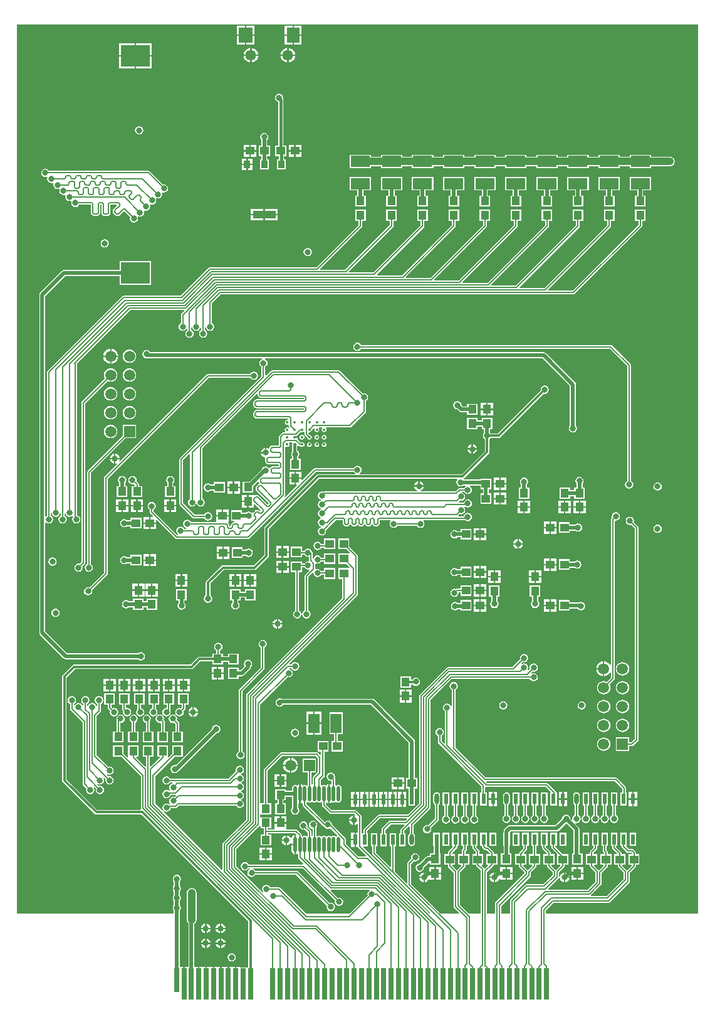
<source format=gbl>
G04 Layer_Physical_Order=4*
G04 Layer_Color=16711680*
%FSLAX44Y44*%
%MOMM*%
G71*
G01*
G75*
%ADD10R,0.7000X4.2000*%
%ADD11R,0.7000X3.2000*%
%ADD12R,1.2000X1.1400*%
%ADD13R,1.1400X1.2000*%
%ADD17R,0.6000X1.4500*%
%ADD18O,0.6000X1.4500*%
%ADD24R,2.6000X1.5000*%
%ADD32C,0.2000*%
%ADD33C,1.0000*%
%ADD34C,0.3000*%
%ADD35C,0.5000*%
%ADD36C,0.4000*%
%ADD38C,1.5000*%
%ADD39R,1.5000X1.5000*%
%ADD40R,1.5000X1.5000*%
%ADD41R,1.9000X2.0000*%
%ADD42R,1.8000X2.0000*%
%ADD43C,1.4500*%
%ADD44C,0.8000*%
%ADD50R,0.9000X1.0500*%
%ADD51R,3.1000X1.0500*%
%ADD52C,0.3500*%
%ADD53O,0.4500X2.1000*%
%ADD54R,1.5000X2.6000*%
%ADD55R,3.9370X2.9210*%
G36*
X920000Y130000D02*
X714549D01*
Y134384D01*
X724616Y144451D01*
X799096D01*
X800072Y144645D01*
X800899Y145198D01*
X827406Y171705D01*
X827959Y172532D01*
X828152Y173507D01*
Y185348D01*
X835302Y192498D01*
X835855Y193325D01*
X836049Y194300D01*
Y195800D01*
X841000D01*
Y210200D01*
X836049D01*
Y212500D01*
X835855Y213475D01*
X835302Y214302D01*
X832802Y216802D01*
X831975Y217355D01*
X831000Y217549D01*
X826056D01*
X823278Y220327D01*
X823764Y221500D01*
X823900D01*
Y239000D01*
X814900D01*
Y221500D01*
X816851D01*
Y220600D01*
X817045Y219625D01*
X817598Y218798D01*
X823198Y213198D01*
X824025Y212645D01*
X825000Y212451D01*
X829944D01*
X830925Y211470D01*
X830889Y210200D01*
X826000D01*
Y195800D01*
X829599D01*
X830125Y194530D01*
X824162Y188567D01*
X823802Y188602D01*
X817875Y194530D01*
X818401Y195800D01*
X822000D01*
Y210200D01*
X817049D01*
Y211500D01*
X816855Y212475D01*
X816302Y213302D01*
X809375Y220230D01*
X809553Y221500D01*
X811200D01*
Y239000D01*
X802200D01*
Y221500D01*
X804151D01*
Y219300D01*
X804345Y218325D01*
X804898Y217498D01*
X810925Y211470D01*
X810399Y210200D01*
X807000D01*
Y195800D01*
X811951D01*
Y194300D01*
X812145Y193325D01*
X812698Y192498D01*
X819451Y185744D01*
Y176616D01*
X796384Y153549D01*
X775869D01*
X775492Y154313D01*
X775424Y154819D01*
X789302Y168698D01*
X789855Y169524D01*
X790049Y170500D01*
Y185244D01*
X797302Y192498D01*
X797855Y193325D01*
X798049Y194300D01*
Y195800D01*
X803000D01*
Y210200D01*
X798049D01*
Y213305D01*
X797855Y214280D01*
X797302Y215107D01*
X796549Y215861D01*
Y221500D01*
X798500D01*
Y239000D01*
X789500D01*
Y221500D01*
X791451D01*
Y214805D01*
X791645Y213829D01*
X792198Y213002D01*
X792951Y212249D01*
Y210200D01*
X788000D01*
Y195800D01*
X791599D01*
X792125Y194530D01*
X786162Y188567D01*
X785802Y188602D01*
X779875Y194530D01*
X780401Y195800D01*
X784000D01*
Y210200D01*
X779049D01*
Y212249D01*
X783102Y216302D01*
X783655Y217129D01*
X783849Y218105D01*
Y221500D01*
X785800D01*
Y239000D01*
X776800D01*
Y221500D01*
X778751D01*
Y219161D01*
X774698Y215107D01*
X774145Y214280D01*
X773951Y213305D01*
Y210200D01*
X769000D01*
Y195800D01*
X773951D01*
Y194300D01*
X774145Y193325D01*
X774698Y192498D01*
X781451Y185744D01*
Y173056D01*
X770944Y162549D01*
X718013D01*
X717527Y163722D01*
X731552Y177748D01*
X732105Y178575D01*
X732149Y178798D01*
X733436Y178755D01*
X733628Y177293D01*
X734287Y175702D01*
X735336Y174336D01*
X736702Y173287D01*
X738293Y172628D01*
X739000Y172535D01*
Y179000D01*
Y185465D01*
X738293Y185372D01*
X736702Y184713D01*
X735336Y183664D01*
X734287Y182298D01*
X733628Y180707D01*
X733569Y180256D01*
X732299Y180340D01*
Y185494D01*
X739302Y192498D01*
X739855Y193325D01*
X740049Y194300D01*
Y195800D01*
X745000D01*
Y210200D01*
X737510D01*
X727479Y220230D01*
X727523Y221500D01*
X729400D01*
Y239000D01*
X720400D01*
Y221500D01*
X722351D01*
Y219205D01*
X722545Y218229D01*
X723098Y217402D01*
X729334Y211166D01*
X730000Y210200D01*
X730000D01*
X730000Y210200D01*
Y195800D01*
X733599D01*
X734125Y194530D01*
X728000Y188405D01*
X721875Y194530D01*
X722401Y195800D01*
X726000D01*
Y210200D01*
X721049D01*
Y212500D01*
X720855Y213475D01*
X720302Y214302D01*
X714749Y219856D01*
Y221500D01*
X716700D01*
Y239000D01*
X707700D01*
Y221500D01*
X709651D01*
Y218800D01*
X709845Y217824D01*
X710398Y216998D01*
X715925Y211470D01*
X715889Y210200D01*
X711000D01*
Y195800D01*
X715951D01*
Y194300D01*
X716145Y193325D01*
X716698Y192498D01*
X723701Y185494D01*
Y182056D01*
X711194Y169549D01*
X688550D01*
X687575Y169355D01*
X686748Y168802D01*
X666698Y148752D01*
X666145Y147925D01*
X665951Y146950D01*
Y130000D01*
X654049D01*
Y140245D01*
X693406Y179601D01*
X693959Y180428D01*
X694153Y181404D01*
Y185348D01*
X701302Y192498D01*
X701855Y193325D01*
X702049Y194300D01*
Y195800D01*
X707000D01*
Y210200D01*
X702049D01*
Y221500D01*
X704000D01*
Y239000D01*
X695000D01*
Y221500D01*
X696951D01*
Y210200D01*
X692000D01*
Y195800D01*
X695599D01*
X696125Y194530D01*
X690162Y188567D01*
X689802Y188602D01*
X683875Y194530D01*
X684401Y195800D01*
X688000D01*
Y210200D01*
X685214D01*
X684728Y211373D01*
X688602Y215248D01*
X689155Y216075D01*
X689349Y217050D01*
Y221500D01*
X691300D01*
Y239000D01*
X682300D01*
Y221500D01*
X684251D01*
Y218106D01*
X678698Y212552D01*
X678145Y211726D01*
X677951Y210750D01*
Y210200D01*
X673000D01*
Y195800D01*
X677951D01*
Y194300D01*
X678145Y193325D01*
X678698Y192498D01*
X685451Y185744D01*
Y184806D01*
X646198Y145552D01*
X645645Y144726D01*
X645451Y143750D01*
Y130000D01*
X635049D01*
Y186244D01*
X643302Y194498D01*
X643855Y195325D01*
X643950Y195800D01*
X649000D01*
Y210200D01*
X644049D01*
Y212500D01*
X643855Y213475D01*
X643302Y214302D01*
X637752Y219852D01*
X636926Y220405D01*
X635950Y220599D01*
X635791D01*
X634900Y221500D01*
Y239000D01*
X625900D01*
Y221500D01*
X627851D01*
Y220600D01*
X628045Y219625D01*
X628598Y218798D01*
X631148Y216248D01*
X631975Y215695D01*
X632950Y215501D01*
X634894D01*
X638925Y211470D01*
X638889Y210200D01*
X634000D01*
Y195800D01*
X635736D01*
X636222Y194627D01*
X632521Y190926D01*
X631042Y191243D01*
X630802Y191602D01*
X627778Y194627D01*
X628264Y195800D01*
X630000D01*
Y210200D01*
X625049D01*
Y214000D01*
X624855Y214975D01*
X624302Y215802D01*
X620249Y219856D01*
Y221500D01*
X622200D01*
Y239000D01*
X613200D01*
Y221500D01*
X615151D01*
Y218800D01*
X615345Y217824D01*
X615898Y216998D01*
X619951Y212944D01*
Y210200D01*
X615000D01*
Y195800D01*
X620051D01*
X620145Y195325D01*
X620698Y194498D01*
X626451Y188744D01*
Y130000D01*
X610605D01*
X598299Y142306D01*
Y185494D01*
X605302Y192498D01*
X605855Y193325D01*
X606049Y194300D01*
Y195800D01*
X611000D01*
Y210200D01*
X606049D01*
Y214194D01*
X606802Y214948D01*
X607355Y215774D01*
X607549Y216750D01*
Y221500D01*
X609500D01*
Y239000D01*
X600500D01*
Y221500D01*
X602451D01*
Y217806D01*
X601698Y217052D01*
X601145Y216225D01*
X600951Y215250D01*
Y210200D01*
X596000D01*
Y195800D01*
X599599D01*
X600125Y194530D01*
X594000Y188405D01*
X587875Y194530D01*
X588401Y195800D01*
X592000D01*
Y210200D01*
X587111D01*
X587075Y211470D01*
X594102Y218498D01*
X594655Y219325D01*
X594849Y220300D01*
Y221500D01*
X596800D01*
Y239000D01*
X587800D01*
Y221500D01*
X588099D01*
X588625Y220230D01*
X582698Y214302D01*
X582145Y213475D01*
X581951Y212500D01*
Y210200D01*
X577000D01*
Y195800D01*
X581951D01*
Y194300D01*
X582145Y193325D01*
X582698Y192498D01*
X589701Y185494D01*
Y139800D01*
X589895Y138825D01*
X590448Y137998D01*
X597272Y131173D01*
X596786Y130000D01*
X572605D01*
X532549Y170056D01*
Y196944D01*
X536329Y200725D01*
X538000Y200392D01*
X540146Y200819D01*
X541965Y202035D01*
X543181Y203854D01*
X543608Y206000D01*
X543181Y208146D01*
X541965Y209965D01*
X540146Y211181D01*
X538000Y211608D01*
X535854Y211181D01*
X534035Y209965D01*
X532819Y208146D01*
X532392Y206000D01*
X532725Y204329D01*
X528198Y199802D01*
X527645Y198976D01*
X527451Y198000D01*
Y171313D01*
X526278Y170827D01*
X510249Y186856D01*
Y221000D01*
X512200D01*
Y238500D01*
X503200D01*
Y221000D01*
X505151D01*
Y193613D01*
X503978Y193127D01*
X484849Y212256D01*
Y221000D01*
X486800D01*
Y238500D01*
X477800D01*
Y221000D01*
X479751D01*
Y211200D01*
X479945Y210225D01*
X480498Y209398D01*
X505698Y184198D01*
X505698Y184198D01*
X557939Y131956D01*
X557503Y130596D01*
X557079Y130526D01*
X467778Y219827D01*
X468264Y221000D01*
X474100D01*
Y238500D01*
X473149D01*
Y241544D01*
X490056Y258451D01*
X526237D01*
X526723Y257278D01*
X524995Y255549D01*
X504000D01*
X503025Y255355D01*
X502198Y254802D01*
X493198Y245802D01*
X492645Y244975D01*
X492451Y244000D01*
Y238500D01*
X490500D01*
Y221000D01*
X499500D01*
Y238500D01*
X497549D01*
Y242944D01*
X505056Y250451D01*
X523187D01*
X523673Y249278D01*
X518598Y244202D01*
X518045Y243375D01*
X517851Y242400D01*
Y238500D01*
X515900D01*
Y221000D01*
X524900D01*
Y238500D01*
X522949D01*
Y241344D01*
X529378Y247773D01*
X530551Y247287D01*
Y237709D01*
X529856Y237244D01*
X528861Y235756D01*
X528512Y234000D01*
Y225500D01*
X528861Y223744D01*
X529856Y222256D01*
X531344Y221261D01*
X533100Y220912D01*
X534856Y221261D01*
X536344Y222256D01*
X537339Y223744D01*
X537688Y225500D01*
Y234000D01*
X537339Y235756D01*
X536344Y237244D01*
X535649Y237709D01*
Y249095D01*
X558302Y271748D01*
X558855Y272575D01*
X559049Y273550D01*
Y418444D01*
X587556Y446951D01*
X692800D01*
X692819Y446854D01*
X694035Y445035D01*
X695854Y443819D01*
X698000Y443392D01*
X700146Y443819D01*
X701965Y445035D01*
X703181Y446854D01*
X703608Y449000D01*
X703181Y451146D01*
X701965Y452965D01*
X700146Y454181D01*
X698000Y454608D01*
X695854Y454181D01*
X695033Y453632D01*
X694224Y454619D01*
X696329Y456725D01*
X698000Y456392D01*
X700146Y456819D01*
X701965Y458035D01*
X703181Y459854D01*
X703608Y462000D01*
X703181Y464146D01*
X701965Y465965D01*
X700146Y467181D01*
X698000Y467608D01*
X695854Y467181D01*
X694035Y465965D01*
X692819Y464146D01*
X692392Y462000D01*
X692725Y460329D01*
X690619Y458224D01*
X689632Y459033D01*
X690181Y459854D01*
X690608Y462000D01*
X690181Y464146D01*
X688965Y465965D01*
X687146Y467181D01*
X685000Y467608D01*
X682854Y467181D01*
X682033Y466632D01*
X681224Y467619D01*
X683329Y469725D01*
X685000Y469392D01*
X687146Y469819D01*
X688965Y471035D01*
X690181Y472854D01*
X690608Y475000D01*
X690181Y477146D01*
X688965Y478965D01*
X687146Y480181D01*
X685000Y480608D01*
X682854Y480181D01*
X681035Y478965D01*
X679819Y477146D01*
X679392Y475000D01*
X679725Y473329D01*
X668944Y462549D01*
X582151D01*
X581175Y462355D01*
X580348Y461802D01*
X544198Y425652D01*
X543645Y424825D01*
X543451Y423849D01*
Y278955D01*
X528045Y263549D01*
X489000D01*
X488025Y263355D01*
X487198Y262802D01*
X468798Y244402D01*
X468245Y243575D01*
X468051Y242600D01*
Y238500D01*
X465549D01*
Y261000D01*
X465355Y261975D01*
X464802Y262802D01*
X458802Y268802D01*
X457976Y269355D01*
X457000Y269549D01*
X425056D01*
X417299Y277306D01*
Y279102D01*
X418569Y279781D01*
X419381Y279238D01*
X420250Y279065D01*
Y292000D01*
Y304935D01*
X419381Y304762D01*
X417797Y303703D01*
X417345Y303027D01*
X416213Y303783D01*
X414750Y304074D01*
X413287Y303783D01*
X412347Y303154D01*
X411955Y303098D01*
X410799Y303944D01*
Y310194D01*
X414802Y314198D01*
X415355Y315025D01*
X415549Y316000D01*
Y348800D01*
X421000D01*
Y363200D01*
X406000D01*
Y348800D01*
X410451D01*
Y344813D01*
X409278Y344327D01*
X406802Y346802D01*
X405975Y347355D01*
X405000Y347549D01*
X357000D01*
X356025Y347355D01*
X355198Y346802D01*
X334198Y325802D01*
X333645Y324975D01*
X333451Y324000D01*
Y279000D01*
X328800D01*
X328549Y280166D01*
Y412449D01*
X365325Y449225D01*
X366996Y448892D01*
X369142Y449319D01*
X370961Y450535D01*
X372177Y452354D01*
X372603Y454500D01*
X372177Y456646D01*
X370961Y458465D01*
X369142Y459681D01*
X367743Y459959D01*
X367868Y461229D01*
X370867D01*
X371813Y459813D01*
X373632Y458597D01*
X375778Y458170D01*
X377924Y458597D01*
X379743Y459813D01*
X380959Y461632D01*
X381386Y463778D01*
X380959Y465924D01*
X379743Y467743D01*
X377924Y468959D01*
X375778Y469386D01*
X373632Y468959D01*
X371813Y467743D01*
X370867Y466327D01*
X368388D01*
X367902Y467500D01*
X459802Y559400D01*
X460355Y560227D01*
X460549Y561203D01*
Y612500D01*
X460355Y613475D01*
X459802Y614302D01*
X449000Y625105D01*
Y636200D01*
X434000D01*
Y621800D01*
X445095D01*
X449726Y617169D01*
X448899Y616200D01*
X434000D01*
Y601800D01*
X445095D01*
X449726Y597169D01*
X448899Y596200D01*
X434000D01*
Y581800D01*
X438951D01*
Y555658D01*
X332698Y449405D01*
X332593Y449248D01*
X310198Y426853D01*
X309645Y426026D01*
X309451Y425050D01*
Y256855D01*
X278198Y225601D01*
X277645Y224774D01*
X277451Y223799D01*
Y189612D01*
X276278Y189126D01*
X197618Y267786D01*
X198427Y268772D01*
X198667Y268612D01*
X199854Y267819D01*
X202000Y267392D01*
X204146Y267819D01*
X205965Y269035D01*
X207181Y270854D01*
X207437Y272143D01*
X214299D01*
X215275Y272337D01*
X216101Y272890D01*
X218662Y275451D01*
X296088D01*
X297035Y274035D01*
X298854Y272819D01*
X301000Y272392D01*
X303146Y272819D01*
X304965Y274035D01*
X306181Y275854D01*
X306608Y278000D01*
X306181Y280146D01*
X304965Y281965D01*
X303327Y283060D01*
X303228Y283750D01*
X303327Y284440D01*
X304965Y285535D01*
X306181Y287354D01*
X306608Y289500D01*
X306181Y291646D01*
X304965Y293465D01*
X303327Y294560D01*
X303228Y295250D01*
X303327Y295940D01*
X304965Y297035D01*
X306181Y298854D01*
X306608Y301000D01*
X306181Y303146D01*
X304965Y304965D01*
X303327Y306060D01*
X303228Y306750D01*
X303327Y307440D01*
X304965Y308535D01*
X306181Y310354D01*
X306608Y312500D01*
X306181Y314646D01*
X304965Y316465D01*
X303327Y317560D01*
X303228Y318250D01*
X303327Y318940D01*
X304965Y320035D01*
X306181Y321854D01*
X306608Y324000D01*
X306181Y326146D01*
X304965Y327965D01*
X303146Y329181D01*
X301000Y329608D01*
X298854Y329181D01*
X297035Y327965D01*
X295819Y326146D01*
X295392Y324000D01*
X295725Y322329D01*
X285714Y312319D01*
X206912D01*
X205965Y313735D01*
X204146Y314951D01*
X202000Y315377D01*
X199854Y314951D01*
X198035Y313735D01*
X196819Y311916D01*
X196392Y309770D01*
X196819Y307624D01*
X198035Y305804D01*
X199854Y304589D01*
X202000Y304162D01*
X204146Y304589D01*
X205965Y305804D01*
X206912Y307221D01*
X209890D01*
X210015Y305951D01*
X209046Y305758D01*
X207227Y304543D01*
X206012Y302723D01*
X205585Y300577D01*
X206012Y298431D01*
X206862Y297159D01*
X206383Y295922D01*
X205410Y295721D01*
X204146Y296566D01*
X202000Y296993D01*
X199854Y296566D01*
X198035Y295350D01*
X196819Y293531D01*
X196392Y291385D01*
X196819Y289239D01*
X198035Y287420D01*
X199854Y286204D01*
X202000Y285777D01*
X204146Y286204D01*
X205965Y287420D01*
X207181Y289239D01*
X207437Y290528D01*
X214127D01*
X214437Y290122D01*
X214710Y289315D01*
X212863Y287468D01*
X211192Y287800D01*
X209046Y287373D01*
X207227Y286158D01*
X206012Y284338D01*
X205585Y282192D01*
X206012Y280046D01*
X206862Y278774D01*
X206383Y277537D01*
X205410Y277336D01*
X204146Y278181D01*
X202000Y278608D01*
X199854Y278181D01*
X198035Y276965D01*
X196819Y275146D01*
X196392Y273000D01*
X196819Y270854D01*
X197612Y269667D01*
X197772Y269427D01*
X196786Y268618D01*
X186549Y278855D01*
Y315444D01*
X213105Y342000D01*
X224200D01*
Y357000D01*
X209800D01*
Y345905D01*
X205169Y341274D01*
X204200Y342101D01*
Y357000D01*
X189800D01*
Y342000D01*
X192736D01*
X193222Y340827D01*
X180722Y328327D01*
X179549Y328813D01*
Y342000D01*
X184200D01*
Y357000D01*
X169800D01*
Y342000D01*
X174451D01*
Y328813D01*
X173278Y328327D01*
X160778Y340827D01*
X161264Y342000D01*
X164200D01*
Y357000D01*
X149800D01*
Y342101D01*
X148831Y341274D01*
X144200Y345905D01*
Y357000D01*
X129800D01*
Y342000D01*
X140895D01*
X167451Y315444D01*
Y272000D01*
X167585Y271329D01*
X167060Y270383D01*
X166763Y270059D01*
X108267D01*
X67059Y311267D01*
Y448733D01*
X78267Y459941D01*
X236000D01*
X236000Y459941D01*
X237171Y460174D01*
X238163Y460837D01*
X247767Y470441D01*
X263800D01*
Y466000D01*
X278200D01*
Y469422D01*
X284800D01*
Y466000D01*
X299200D01*
Y481000D01*
X284800D01*
Y477578D01*
X278200D01*
Y481000D01*
X274549D01*
Y485088D01*
X275965Y486035D01*
X277181Y487854D01*
X277608Y490000D01*
X277181Y492146D01*
X275965Y493965D01*
X274146Y495181D01*
X272000Y495608D01*
X269854Y495181D01*
X268035Y493965D01*
X266819Y492146D01*
X266392Y490000D01*
X266819Y487854D01*
X268035Y486035D01*
X269451Y485088D01*
Y481000D01*
X263800D01*
Y476559D01*
X246500D01*
X246500Y476559D01*
X245329Y476326D01*
X244337Y475663D01*
X244337Y475663D01*
X234733Y466059D01*
X77000D01*
X75830Y465826D01*
X74837Y465163D01*
X61837Y452163D01*
X61174Y451171D01*
X60941Y450000D01*
X60941Y450000D01*
Y310000D01*
X60941Y310000D01*
X61174Y308829D01*
X61837Y307837D01*
X104837Y264837D01*
X104837Y264837D01*
X105829Y264174D01*
X107000Y263941D01*
X107000Y263941D01*
X167733D01*
X297674Y134000D01*
X312441Y119233D01*
Y57500D01*
X301540D01*
Y58540D01*
X296500D01*
Y35000D01*
X294500D01*
Y58540D01*
X286500D01*
Y35000D01*
X284500D01*
Y58540D01*
X276500D01*
Y35000D01*
X274500D01*
Y58540D01*
X266500D01*
Y35000D01*
X264500D01*
Y58540D01*
X256500D01*
Y35000D01*
X254500D01*
Y58540D01*
X246500D01*
Y35000D01*
X244500D01*
Y58540D01*
X239579D01*
Y116553D01*
X240636Y117364D01*
X241678Y118722D01*
X242333Y120303D01*
X242556Y122000D01*
Y130000D01*
Y134000D01*
Y146000D01*
Y158000D01*
X242333Y159697D01*
X241678Y161278D01*
X240636Y162636D01*
X239278Y163678D01*
X237697Y164333D01*
X236000Y164556D01*
X234303Y164333D01*
X232722Y163678D01*
X231364Y162636D01*
X230322Y161278D01*
X229667Y159697D01*
X229444Y158000D01*
Y146000D01*
Y134000D01*
Y130000D01*
Y122000D01*
X229667Y120303D01*
X230322Y118722D01*
X231364Y117364D01*
X231422Y117320D01*
Y58540D01*
X226500D01*
Y35000D01*
X224500D01*
Y58540D01*
X219578D01*
Y130000D01*
Y133776D01*
X219913Y134000D01*
X219965Y134035D01*
X221181Y135854D01*
X221608Y138000D01*
X221181Y140146D01*
X220078Y141796D01*
Y147204D01*
X221181Y148854D01*
X221608Y151000D01*
X221181Y153146D01*
X220078Y154796D01*
Y160204D01*
X221181Y161854D01*
X221608Y164000D01*
X221181Y166146D01*
X220078Y167796D01*
Y173204D01*
X221181Y174854D01*
X221608Y177000D01*
X221181Y179146D01*
X219965Y180965D01*
X218146Y182181D01*
X216000Y182608D01*
X213854Y182181D01*
X212035Y180965D01*
X210819Y179146D01*
X210392Y177000D01*
X210819Y174854D01*
X211922Y173204D01*
Y167796D01*
X210819Y166146D01*
X210392Y164000D01*
X210819Y161854D01*
X211922Y160204D01*
Y154796D01*
X210819Y153146D01*
X210392Y151000D01*
X210819Y148854D01*
X211922Y147204D01*
Y141796D01*
X210819Y140146D01*
X210392Y138000D01*
X210819Y135854D01*
X211421Y134953D01*
Y130000D01*
X-0D01*
Y1330000D01*
X920000D01*
Y130000D01*
D02*
G37*
G36*
X406451Y339944D02*
Y321056D01*
X399948Y314552D01*
X399395Y313725D01*
X399201Y312750D01*
Y304646D01*
X398500Y304241D01*
X397799Y304646D01*
Y321000D01*
X404000D01*
Y339000D01*
X386000D01*
Y321000D01*
X392701D01*
Y303944D01*
X391545Y303098D01*
X391153Y303154D01*
X390213Y303783D01*
X388750Y304074D01*
X387287Y303783D01*
X386156Y303027D01*
X385703Y303703D01*
X384119Y304762D01*
X383250Y304935D01*
Y292000D01*
Y279065D01*
X384119Y279238D01*
X384931Y279781D01*
X386201Y279102D01*
Y276701D01*
X386395Y275726D01*
X386947Y274899D01*
X413649Y248198D01*
X414476Y247645D01*
X415033Y247534D01*
X416035Y246035D01*
X417854Y244819D01*
X420000Y244392D01*
X422146Y244819D01*
X423134Y245479D01*
X432659Y235953D01*
X432336Y234481D01*
X431546Y233954D01*
X430453D01*
X429213Y234782D01*
X427750Y235073D01*
X426287Y234782D01*
X425046Y233954D01*
X423954D01*
X422713Y234782D01*
X421250Y235073D01*
X419787Y234782D01*
X418546Y233954D01*
X417454D01*
X416213Y234782D01*
X414750Y235073D01*
X413287Y234782D01*
X412347Y234154D01*
X411500Y234032D01*
X410653Y234154D01*
X409713Y234782D01*
X408250Y235073D01*
X406787Y234782D01*
X405546Y233954D01*
X405395D01*
X404299Y234594D01*
Y246534D01*
X405181Y247854D01*
X405608Y250000D01*
X405181Y252146D01*
X403965Y253965D01*
X402146Y255181D01*
X400000Y255608D01*
X397854Y255181D01*
X396035Y253965D01*
X394819Y252146D01*
X394392Y250000D01*
X394819Y247854D01*
X396035Y246035D01*
X397854Y244819D01*
X399201Y244551D01*
Y235646D01*
X398500Y235241D01*
X397799Y235646D01*
Y240750D01*
X397605Y241725D01*
X397052Y242552D01*
X392275Y247329D01*
X392608Y249000D01*
X392181Y251146D01*
X390965Y252965D01*
X389146Y254181D01*
X387000Y254608D01*
X384854Y254181D01*
X383035Y252965D01*
X381819Y251146D01*
X381392Y249000D01*
X381819Y246854D01*
X383035Y245035D01*
X384854Y243819D01*
X387000Y243392D01*
X388671Y243725D01*
X392701Y239694D01*
Y234372D01*
X391702Y233954D01*
X391453D01*
X390213Y234782D01*
X388750Y235073D01*
X387287Y234782D01*
X386046Y233954D01*
X385895D01*
X384799Y234594D01*
Y235750D01*
X384605Y236726D01*
X384052Y237553D01*
X378802Y242802D01*
X377976Y243355D01*
X377000Y243549D01*
X365340D01*
X364240Y243960D01*
X364240Y244819D01*
Y251500D01*
X356000D01*
X347760D01*
Y244819D01*
X347760Y243960D01*
X346660Y243549D01*
X338549D01*
Y245000D01*
X343200D01*
Y260000D01*
X328800D01*
X328549Y261166D01*
Y262834D01*
X328800Y264000D01*
X343200D01*
Y279000D01*
X338549D01*
Y322944D01*
X358056Y342451D01*
X403944D01*
X406451Y339944D01*
D02*
G37*
G36*
X328604Y247600D02*
X328800Y247453D01*
Y245000D01*
X333451D01*
Y237000D01*
X328800D01*
Y222000D01*
X343200D01*
Y237000D01*
X338549D01*
Y238451D01*
X375944D01*
X377268Y237127D01*
X376750Y236157D01*
Y223000D01*
Y210065D01*
X377619Y210238D01*
X378431Y210780D01*
X379701Y210102D01*
Y205963D01*
X379895Y204988D01*
X380448Y204161D01*
X386790Y197819D01*
X386264Y196549D01*
X312912D01*
X311965Y197965D01*
X310146Y199181D01*
X308000Y199608D01*
X305854Y199181D01*
X304035Y197965D01*
X302819Y196146D01*
X302392Y194000D01*
X302819Y191854D01*
X304035Y190035D01*
X305854Y188819D01*
X308000Y188392D01*
X310146Y188819D01*
X311965Y190035D01*
X312912Y191451D01*
X314730D01*
X314855Y190181D01*
X314854Y190181D01*
X313035Y188965D01*
X311819Y187146D01*
X311392Y185000D01*
X311819Y182854D01*
X313035Y181035D01*
X314854Y179819D01*
X317000Y179392D01*
X319146Y179819D01*
X320965Y181035D01*
X321912Y182451D01*
X376944D01*
X418725Y140671D01*
X418392Y139000D01*
X418819Y136854D01*
X420035Y135035D01*
X421854Y133819D01*
X424000Y133392D01*
X426146Y133819D01*
X427965Y135035D01*
X429181Y136854D01*
X429608Y139000D01*
X429181Y141146D01*
X427965Y142965D01*
X426146Y144181D01*
X424000Y144608D01*
X422329Y144275D01*
X379802Y186802D01*
X378975Y187355D01*
X378000Y187549D01*
X321912D01*
X320965Y188965D01*
X319146Y190181D01*
X319145Y190181D01*
X319270Y191451D01*
X385943D01*
X429724Y147670D01*
X429391Y146000D01*
X429818Y143854D01*
X431034Y142034D01*
X432853Y140819D01*
X434999Y140392D01*
X437145Y140819D01*
X438964Y142034D01*
X440180Y143854D01*
X440607Y146000D01*
X440180Y148146D01*
X438964Y149965D01*
X437145Y151181D01*
X434999Y151607D01*
X433329Y151275D01*
X423923Y160681D01*
X424449Y161951D01*
X475721D01*
X476106Y160681D01*
X475035Y159965D01*
X473819Y158146D01*
X473392Y156000D01*
X473725Y154329D01*
X449395Y130000D01*
X390605D01*
X355610Y164995D01*
X354783Y165547D01*
X353808Y165741D01*
X341719D01*
X340773Y167158D01*
X338954Y168373D01*
X336808Y168800D01*
X334662Y168373D01*
X332842Y167158D01*
X331627Y165338D01*
X331200Y163192D01*
X331627Y161046D01*
X332580Y159620D01*
X331594Y158810D01*
X296549Y193855D01*
Y216944D01*
X327530Y247925D01*
X328604Y247600D01*
D02*
G37*
G36*
X405847Y280846D02*
X406787Y280218D01*
X408250Y279927D01*
X409713Y280218D01*
X410653Y280846D01*
X411045Y280902D01*
X412201Y280056D01*
Y276250D01*
X412395Y275274D01*
X412948Y274447D01*
X422198Y265198D01*
X423025Y264645D01*
X424000Y264451D01*
X455885D01*
X456628Y263526D01*
X456100Y262452D01*
X456000Y262465D01*
Y256000D01*
Y249535D01*
X456707Y249628D01*
X458298Y250287D01*
X459181Y250965D01*
X460451Y250351D01*
Y239540D01*
X457900D01*
Y229750D01*
Y219960D01*
X460688D01*
X461198Y219198D01*
X471741Y208654D01*
X471255Y207481D01*
X461124D01*
X444549Y224056D01*
Y230217D01*
X444355Y231193D01*
X443802Y232020D01*
X425555Y250268D01*
X425181Y252146D01*
X423965Y253965D01*
X422146Y255181D01*
X420000Y255608D01*
X417854Y255181D01*
X416035Y253965D01*
X415175Y253881D01*
X391299Y277757D01*
Y280056D01*
X392455Y280902D01*
X392847Y280846D01*
X393787Y280218D01*
X395250Y279927D01*
X396713Y280218D01*
X397653Y280846D01*
X398500Y280968D01*
X399347Y280846D01*
X400287Y280218D01*
X401750Y279927D01*
X403213Y280218D01*
X404153Y280846D01*
X405000Y280968D01*
X405847Y280846D01*
D02*
G37*
%LPC*%
G36*
X172200Y427000D02*
X157800D01*
Y412000D01*
X162451D01*
Y405782D01*
X161250Y403985D01*
X160823Y401839D01*
X161250Y399693D01*
X162466Y397874D01*
X164285Y396658D01*
X166431Y396231D01*
X168577Y396658D01*
X170396Y397874D01*
X171612Y399693D01*
X172039Y401839D01*
X171612Y403985D01*
X170396Y405804D01*
X168577Y407020D01*
X167549Y407224D01*
Y412000D01*
X172200D01*
Y427000D01*
D02*
G37*
G36*
X818000Y418678D02*
X815650Y418368D01*
X813461Y417461D01*
X811581Y416019D01*
X810138Y414139D01*
X809232Y411950D01*
X808922Y409600D01*
X809232Y407251D01*
X810138Y405061D01*
X811581Y403181D01*
X813461Y401739D01*
X815650Y400832D01*
X818000Y400522D01*
X820350Y400832D01*
X822539Y401739D01*
X824419Y403181D01*
X825861Y405061D01*
X826768Y407251D01*
X827078Y409600D01*
X826768Y411950D01*
X825861Y414139D01*
X824419Y416019D01*
X822539Y417461D01*
X820350Y418368D01*
X818000Y418678D01*
D02*
G37*
G36*
X792600D02*
X790250Y418368D01*
X788061Y417461D01*
X786181Y416019D01*
X784738Y414139D01*
X783832Y411950D01*
X783522Y409600D01*
X783832Y407251D01*
X784738Y405061D01*
X786181Y403181D01*
X788061Y401739D01*
X790250Y400832D01*
X792600Y400522D01*
X794949Y400832D01*
X797139Y401739D01*
X799019Y403181D01*
X800461Y405061D01*
X801368Y407251D01*
X801678Y409600D01*
X801368Y411950D01*
X800461Y414139D01*
X799019Y416019D01*
X797139Y417461D01*
X794949Y418368D01*
X792600Y418678D01*
D02*
G37*
G36*
X192200Y427000D02*
X177800D01*
Y412000D01*
X182451D01*
Y407117D01*
X181963Y407020D01*
X180144Y405804D01*
X178928Y403985D01*
X178501Y401839D01*
X178928Y399693D01*
X180144Y397874D01*
X181963Y396658D01*
X184109Y396231D01*
X186255Y396658D01*
X188074Y397874D01*
X189290Y399693D01*
X189716Y401839D01*
X189290Y403985D01*
X188074Y405804D01*
X187549Y406155D01*
Y412000D01*
X192200D01*
Y427000D01*
D02*
G37*
G36*
X212200D02*
X197800D01*
Y412000D01*
X202451D01*
Y407992D01*
X201786Y407447D01*
X199641Y407020D01*
X197821Y405804D01*
X196606Y403985D01*
X196179Y401839D01*
X196606Y399693D01*
X197821Y397874D01*
X199641Y396658D01*
X201786Y396231D01*
X203932Y396658D01*
X205752Y397874D01*
X206967Y399693D01*
X207394Y401839D01*
X207042Y403609D01*
X207355Y404077D01*
X207549Y405052D01*
Y412000D01*
X212200D01*
Y427000D01*
D02*
G37*
G36*
X237000Y401000D02*
X231535D01*
X231628Y400293D01*
X232287Y398702D01*
X233336Y397336D01*
X234702Y396287D01*
X236293Y395628D01*
X237000Y395535D01*
Y401000D01*
D02*
G37*
G36*
X411040Y402540D02*
X402000D01*
Y388000D01*
X411040D01*
Y402540D01*
D02*
G37*
G36*
X400000D02*
X390960D01*
Y388000D01*
X400000D01*
Y402540D01*
D02*
G37*
G36*
X152200Y427000D02*
X137800D01*
Y412000D01*
X142451D01*
Y405592D01*
X142645Y404617D01*
X143198Y403790D01*
X143478Y403509D01*
X143146Y401839D01*
X143573Y399693D01*
X144788Y397874D01*
X146607Y396658D01*
X148753Y396231D01*
X150899Y396658D01*
X152719Y397874D01*
X153934Y399693D01*
X154361Y401839D01*
X153934Y403985D01*
X152719Y405804D01*
X150899Y407020D01*
X148753Y407447D01*
X148531Y407402D01*
X147549Y408208D01*
Y412000D01*
X152200D01*
Y427000D01*
D02*
G37*
G36*
X132200D02*
X117800D01*
Y412000D01*
X122451D01*
Y407915D01*
X122645Y406939D01*
X123198Y406112D01*
X125800Y403509D01*
X125468Y401839D01*
X125895Y399693D01*
X127111Y397874D01*
X128930Y396658D01*
X131076Y396231D01*
X133222Y396658D01*
X135041Y397874D01*
X136257Y399693D01*
X136684Y401839D01*
X136257Y403985D01*
X135041Y405804D01*
X133222Y407020D01*
X131076Y407447D01*
X129405Y407114D01*
X127549Y408970D01*
Y412000D01*
X132200D01*
Y427000D01*
D02*
G37*
G36*
X244465Y401000D02*
X239000D01*
Y395535D01*
X239707Y395628D01*
X241298Y396287D01*
X242664Y397336D01*
X243713Y398702D01*
X244372Y400293D01*
X244465Y401000D01*
D02*
G37*
G36*
X524000Y432040D02*
X516760D01*
Y424500D01*
X524000D01*
Y432040D01*
D02*
G37*
G36*
X533240Y422500D02*
X526000D01*
Y414960D01*
X533240D01*
Y422500D01*
D02*
G37*
G36*
X524000D02*
X516760D01*
Y414960D01*
X524000D01*
Y422500D01*
D02*
G37*
G36*
X533240Y432040D02*
X526000D01*
Y424500D01*
X533240D01*
Y432040D01*
D02*
G37*
G36*
X133240Y437500D02*
X126000D01*
Y429960D01*
X133240D01*
Y437500D01*
D02*
G37*
G36*
X124000D02*
X116760D01*
Y429960D01*
X124000D01*
Y437500D01*
D02*
G37*
G36*
X818000Y444078D02*
X815650Y443768D01*
X813461Y442861D01*
X811581Y441419D01*
X810138Y439539D01*
X809232Y437350D01*
X808922Y435000D01*
X809232Y432650D01*
X810138Y430461D01*
X811581Y428581D01*
X813461Y427138D01*
X815650Y426232D01*
X818000Y425922D01*
X820350Y426232D01*
X822539Y427138D01*
X824419Y428581D01*
X825861Y430461D01*
X826768Y432650D01*
X827078Y435000D01*
X826768Y437350D01*
X825861Y439539D01*
X824419Y441419D01*
X822539Y442861D01*
X820350Y443768D01*
X818000Y444078D01*
D02*
G37*
G36*
X657000Y416608D02*
X654854Y416181D01*
X653035Y414965D01*
X651819Y413146D01*
X651392Y411000D01*
X651819Y408854D01*
X653035Y407035D01*
X654854Y405819D01*
X657000Y405392D01*
X659146Y405819D01*
X660965Y407035D01*
X662181Y408854D01*
X662608Y411000D01*
X662181Y413146D01*
X660965Y414965D01*
X659146Y416181D01*
X657000Y416608D01*
D02*
G37*
G36*
X239000Y408465D02*
Y403000D01*
X244465D01*
X244372Y403707D01*
X243713Y405298D01*
X242664Y406664D01*
X241298Y407713D01*
X239707Y408372D01*
X239000Y408465D01*
D02*
G37*
G36*
X237000D02*
X236293Y408372D01*
X234702Y407713D01*
X233336Y406664D01*
X232287Y405298D01*
X231628Y403707D01*
X231535Y403000D01*
X237000D01*
Y408465D01*
D02*
G37*
G36*
X763000Y416608D02*
X760854Y416181D01*
X759035Y414965D01*
X757819Y413146D01*
X757392Y411000D01*
X757819Y408854D01*
X759035Y407035D01*
X760854Y405819D01*
X763000Y405392D01*
X765146Y405819D01*
X766965Y407035D01*
X768181Y408854D01*
X768608Y411000D01*
X768181Y413146D01*
X766965Y414965D01*
X765146Y416181D01*
X763000Y416608D01*
D02*
G37*
G36*
X590000Y442608D02*
X587854Y442181D01*
X586035Y440965D01*
X584819Y439146D01*
X584392Y437000D01*
X584819Y434854D01*
X586035Y433035D01*
X587451Y432088D01*
Y410270D01*
X586181Y410145D01*
X586181Y410146D01*
X584965Y411965D01*
X583146Y413181D01*
X581000Y413608D01*
X578854Y413181D01*
X577035Y411965D01*
X575819Y410146D01*
X575392Y408000D01*
X575819Y405854D01*
X577035Y404035D01*
X578451Y403088D01*
Y359813D01*
X577278Y359327D01*
X573549Y363056D01*
Y370088D01*
X574965Y371035D01*
X576181Y372854D01*
X576608Y375000D01*
X576181Y377146D01*
X574965Y378965D01*
X573146Y380181D01*
X571000Y380608D01*
X568854Y380181D01*
X567035Y378965D01*
X565819Y377146D01*
X565392Y375000D01*
X565819Y372854D01*
X567035Y371035D01*
X568451Y370088D01*
Y362000D01*
X568645Y361025D01*
X569198Y360198D01*
X627451Y301944D01*
Y293500D01*
X625900D01*
Y276000D01*
X634900D01*
Y293500D01*
X632549D01*
Y300435D01*
X632699Y300602D01*
X633819Y301277D01*
X634200Y301201D01*
X714508D01*
X721036Y294673D01*
X720550Y293500D01*
X720400D01*
Y276000D01*
X729400D01*
Y293500D01*
X727949D01*
Y293914D01*
X727755Y294890D01*
X727202Y295716D01*
X717366Y305552D01*
X716540Y306105D01*
X715564Y306299D01*
X635256D01*
X634277Y307278D01*
X634763Y308451D01*
X807944D01*
X817851Y298544D01*
Y293500D01*
X814900D01*
Y276000D01*
X823900D01*
Y293500D01*
X822949D01*
Y299600D01*
X822755Y300575D01*
X822202Y301402D01*
X810802Y312802D01*
X809976Y313355D01*
X809000Y313549D01*
X633056D01*
X592549Y354056D01*
Y432088D01*
X593965Y433035D01*
X595181Y434854D01*
X595608Y437000D01*
X595181Y439146D01*
X593965Y440965D01*
X592146Y442181D01*
X590000Y442608D01*
D02*
G37*
G36*
X110770Y423608D02*
X108624Y423181D01*
X106804Y421965D01*
X105589Y420146D01*
X105162Y418000D01*
X105589Y415854D01*
X106804Y414035D01*
X108221Y413088D01*
Y410111D01*
X106951Y409986D01*
X106758Y410954D01*
X105542Y412773D01*
X103723Y413988D01*
X101577Y414415D01*
X99431Y413988D01*
X97612Y412773D01*
X96396Y410954D01*
X96204Y409986D01*
X94934Y410111D01*
Y413088D01*
X96350Y414035D01*
X97566Y415854D01*
X97993Y418000D01*
X97566Y420146D01*
X96350Y421965D01*
X94531Y423181D01*
X92385Y423608D01*
X90239Y423181D01*
X88420Y421965D01*
X87204Y420146D01*
X86777Y418000D01*
X87204Y415854D01*
X88420Y414035D01*
X89836Y413088D01*
Y410111D01*
X88566Y409986D01*
X88373Y410954D01*
X87158Y412773D01*
X85338Y413988D01*
X83192Y414415D01*
X81046Y413988D01*
X79227Y412773D01*
X78012Y410954D01*
X77819Y409986D01*
X76549Y410111D01*
Y413088D01*
X77965Y414035D01*
X79181Y415854D01*
X79608Y418000D01*
X79181Y420146D01*
X77965Y421965D01*
X76146Y423181D01*
X74000Y423608D01*
X71854Y423181D01*
X70035Y421965D01*
X68819Y420146D01*
X68392Y418000D01*
X68819Y415854D01*
X70035Y414035D01*
X71451Y413088D01*
Y406000D01*
X71645Y405024D01*
X72198Y404198D01*
X88451Y387944D01*
Y305000D01*
X88645Y304024D01*
X89198Y303197D01*
X93724Y298671D01*
X93392Y297000D01*
X93819Y294854D01*
X95035Y293035D01*
X96854Y291819D01*
X99000Y291392D01*
X101146Y291819D01*
X102965Y293035D01*
X104181Y294854D01*
X104608Y297000D01*
X104181Y299146D01*
X103632Y299967D01*
X104619Y300776D01*
X106725Y298671D01*
X106392Y297000D01*
X106819Y294854D01*
X108035Y293035D01*
X109854Y291819D01*
X112000Y291392D01*
X114146Y291819D01*
X115965Y293035D01*
X117181Y294854D01*
X117608Y297000D01*
X117181Y299146D01*
X115965Y300965D01*
X114146Y302181D01*
X112000Y302608D01*
X110329Y302275D01*
X108224Y304381D01*
X109033Y305368D01*
X109854Y304819D01*
X112000Y304392D01*
X114146Y304819D01*
X115965Y306035D01*
X117181Y307854D01*
X117608Y310000D01*
X117181Y312146D01*
X116632Y312967D01*
X117619Y313776D01*
X119725Y311671D01*
X119392Y310000D01*
X119819Y307854D01*
X121035Y306035D01*
X122854Y304819D01*
X125000Y304392D01*
X127146Y304819D01*
X128965Y306035D01*
X130181Y307854D01*
X130608Y310000D01*
X130181Y312146D01*
X128965Y313965D01*
X127146Y315181D01*
X125000Y315608D01*
X123329Y315275D01*
X121224Y317381D01*
X122033Y318368D01*
X122854Y317819D01*
X125000Y317392D01*
X127146Y317819D01*
X128965Y319035D01*
X130181Y320854D01*
X130608Y323000D01*
X130181Y325146D01*
X128965Y326965D01*
X127146Y328181D01*
X125000Y328608D01*
X123329Y328275D01*
X107549Y344056D01*
Y396944D01*
X112572Y401967D01*
X113125Y402794D01*
X113319Y403770D01*
Y413088D01*
X114735Y414035D01*
X115950Y415854D01*
X116377Y418000D01*
X115950Y420146D01*
X114735Y421965D01*
X112916Y423181D01*
X110770Y423608D01*
D02*
G37*
G36*
X232200Y427000D02*
X217800D01*
Y412000D01*
X222451D01*
Y408430D01*
X221135Y407114D01*
X219464Y407447D01*
X217318Y407020D01*
X215499Y405804D01*
X214283Y403985D01*
X213856Y401839D01*
X214283Y399693D01*
X215499Y397874D01*
X217318Y396658D01*
X219464Y396231D01*
X221610Y396658D01*
X223429Y397874D01*
X224645Y399693D01*
X225072Y401839D01*
X224740Y403509D01*
X226802Y405572D01*
X227355Y406399D01*
X227549Y407375D01*
Y412000D01*
X232200D01*
Y427000D01*
D02*
G37*
G36*
X818000Y393278D02*
X815650Y392968D01*
X813461Y392061D01*
X811581Y390619D01*
X810138Y388739D01*
X809232Y386549D01*
X808922Y384200D01*
X809232Y381851D01*
X810138Y379661D01*
X811581Y377781D01*
X813461Y376339D01*
X815650Y375432D01*
X818000Y375122D01*
X820350Y375432D01*
X822539Y376339D01*
X824419Y377781D01*
X825861Y379661D01*
X826768Y381851D01*
X827078Y384200D01*
X826768Y386549D01*
X825861Y388739D01*
X824419Y390619D01*
X822539Y392061D01*
X820350Y392968D01*
X818000Y393278D01*
D02*
G37*
G36*
X368600Y329000D02*
X359605D01*
X359818Y327379D01*
X360830Y324937D01*
X362439Y322840D01*
X364537Y321230D01*
X366979Y320219D01*
X368600Y320005D01*
Y329000D01*
D02*
G37*
G36*
X379595D02*
X370600D01*
Y320005D01*
X372221Y320219D01*
X374663Y321230D01*
X376761Y322840D01*
X378370Y324937D01*
X379382Y327379D01*
X379595Y329000D01*
D02*
G37*
G36*
X364240Y318040D02*
X357000D01*
Y310500D01*
X364240D01*
Y318040D01*
D02*
G37*
G36*
X370600Y339995D02*
Y331000D01*
X379595D01*
X379382Y332621D01*
X378370Y335064D01*
X376761Y337161D01*
X374663Y338770D01*
X372221Y339782D01*
X370600Y339995D01*
D02*
G37*
G36*
X368600Y339995D02*
X366979Y339782D01*
X364537Y338770D01*
X362439Y337161D01*
X360830Y335064D01*
X359818Y332621D01*
X359605Y331000D01*
X368600D01*
Y339995D01*
D02*
G37*
G36*
X269000Y384608D02*
X266854Y384181D01*
X265035Y382965D01*
X263819Y381146D01*
X263432Y379200D01*
X214535Y330303D01*
X213000Y330608D01*
X210854Y330181D01*
X209035Y328965D01*
X207819Y327146D01*
X207392Y325000D01*
X207819Y322854D01*
X209035Y321035D01*
X210854Y319819D01*
X213000Y319392D01*
X215146Y319819D01*
X216965Y321035D01*
X217530Y321880D01*
X217884Y322116D01*
X269200Y373432D01*
X271146Y373819D01*
X272965Y375035D01*
X274181Y376854D01*
X274608Y379000D01*
X274181Y381146D01*
X272965Y382965D01*
X271146Y384181D01*
X269000Y384608D01*
D02*
G37*
G36*
X355000Y318040D02*
X347760D01*
Y310500D01*
X355000D01*
Y318040D01*
D02*
G37*
G36*
X381250Y304935D02*
X380381Y304762D01*
X378797Y303703D01*
X378344Y303027D01*
X377213Y303783D01*
X375750Y304074D01*
X374287Y303783D01*
X373046Y302954D01*
X372218Y301713D01*
X371927Y300250D01*
Y296078D01*
X363200D01*
Y298000D01*
X348800D01*
Y283000D01*
X351922D01*
Y279000D01*
X348800D01*
Y264000D01*
X363200D01*
Y279000D01*
X360078D01*
Y283000D01*
X363200D01*
Y287922D01*
X371672D01*
Y273046D01*
X370569Y271396D01*
X370142Y269250D01*
X370569Y267104D01*
X371785Y265285D01*
X373604Y264069D01*
X375750Y263642D01*
X377896Y264069D01*
X379715Y265285D01*
X380931Y267104D01*
X381358Y269250D01*
X380931Y271396D01*
X379828Y273046D01*
Y278196D01*
X381098Y279095D01*
X381250Y279065D01*
Y292000D01*
Y304935D01*
D02*
G37*
G36*
X364240Y308500D02*
X357000D01*
Y300960D01*
X364240D01*
Y308500D01*
D02*
G37*
G36*
X355000D02*
X347760D01*
Y300960D01*
X355000D01*
Y308500D01*
D02*
G37*
G36*
X523040Y314240D02*
X515500D01*
Y307000D01*
X523040D01*
Y314240D01*
D02*
G37*
G36*
X513500D02*
X505960D01*
Y307000D01*
X513500D01*
Y314240D01*
D02*
G37*
G36*
X424000Y320608D02*
X421854Y320181D01*
X420035Y318965D01*
X418819Y317146D01*
X418392Y315000D01*
X418819Y312854D01*
X420035Y311035D01*
X421854Y309819D01*
X424000Y309392D01*
X424219Y309436D01*
X425201Y308630D01*
Y304898D01*
X423931Y304220D01*
X423119Y304762D01*
X422250Y304935D01*
Y292000D01*
Y279065D01*
X423119Y279238D01*
X424703Y280297D01*
X425156Y280973D01*
X426287Y280218D01*
X427750Y279927D01*
X429213Y280218D01*
X430453Y281047D01*
X431546D01*
X432787Y280218D01*
X434250Y279927D01*
X435713Y280218D01*
X436953Y281047D01*
X437782Y282287D01*
X438073Y283750D01*
Y300250D01*
X437782Y301713D01*
X436953Y302954D01*
X435713Y303783D01*
X434250Y304074D01*
X432787Y303783D01*
X431546Y302954D01*
X431244Y302979D01*
X430299Y303373D01*
Y311250D01*
X430105Y312225D01*
X429552Y313052D01*
X429275Y313329D01*
X429608Y315000D01*
X429181Y317146D01*
X427965Y318965D01*
X426146Y320181D01*
X424000Y320608D01*
D02*
G37*
G36*
X375500Y379608D02*
X373354Y379181D01*
X371535Y377965D01*
X370319Y376146D01*
X369892Y374000D01*
X370319Y371854D01*
X371535Y370035D01*
X373354Y368819D01*
X375500Y368392D01*
X377646Y368819D01*
X379465Y370035D01*
X380681Y371854D01*
X381108Y374000D01*
X380681Y376146D01*
X379465Y377965D01*
X377646Y379181D01*
X375500Y379608D01*
D02*
G37*
G36*
X828000Y665608D02*
X825854Y665181D01*
X824035Y663965D01*
X822819Y662146D01*
X822392Y660000D01*
X822819Y657854D01*
X824035Y656035D01*
X825854Y654819D01*
X828000Y654392D01*
X829671Y654725D01*
X834451Y649944D01*
Y366056D01*
X829744Y361349D01*
X827000D01*
Y367800D01*
X809000D01*
Y349800D01*
X827000D01*
Y356251D01*
X830800D01*
X831776Y356445D01*
X832602Y356998D01*
X838802Y363198D01*
X839355Y364025D01*
X839549Y365000D01*
Y651000D01*
X839355Y651975D01*
X838802Y652802D01*
X833275Y658329D01*
X833608Y660000D01*
X833181Y662146D01*
X831965Y663965D01*
X830146Y665181D01*
X828000Y665608D01*
D02*
G37*
G36*
X210625Y398608D02*
X208479Y398181D01*
X206660Y396965D01*
X205445Y395146D01*
X205018Y393000D01*
X205445Y390854D01*
X206660Y389035D01*
X208479Y387819D01*
X210625Y387392D01*
X212296Y387725D01*
X214451Y385569D01*
Y376000D01*
X209800D01*
Y361000D01*
X224200D01*
Y376000D01*
X219549D01*
Y386625D01*
X219355Y387601D01*
X218802Y388428D01*
X215901Y391329D01*
X216233Y393000D01*
X215806Y395146D01*
X214591Y396965D01*
X212771Y398181D01*
X210625Y398608D01*
D02*
G37*
G36*
X792600Y393278D02*
X790250Y392968D01*
X788061Y392061D01*
X786181Y390619D01*
X784738Y388739D01*
X783832Y386549D01*
X783522Y384200D01*
X783832Y381851D01*
X784738Y379661D01*
X786181Y377781D01*
X788061Y376339D01*
X790250Y375432D01*
X792600Y375122D01*
X794949Y375432D01*
X797139Y376339D01*
X799019Y377781D01*
X800461Y379661D01*
X801368Y381851D01*
X801678Y384200D01*
X801368Y386549D01*
X800461Y388739D01*
X799019Y390619D01*
X797139Y392061D01*
X794949Y392968D01*
X792600Y393278D01*
D02*
G37*
G36*
X411040Y386000D02*
X402000D01*
Y371460D01*
X411040D01*
Y386000D01*
D02*
G37*
G36*
X400000D02*
X390960D01*
Y371460D01*
X400000D01*
Y386000D01*
D02*
G37*
G36*
X192948Y398608D02*
X190802Y398181D01*
X188982Y396965D01*
X187767Y395146D01*
X187340Y393000D01*
X187767Y390854D01*
X188982Y389035D01*
X190802Y387819D01*
X192948Y387392D01*
X193469Y387496D01*
X194451Y386690D01*
Y376000D01*
X189800D01*
Y361000D01*
X204200D01*
Y376000D01*
X199549D01*
Y388948D01*
X199355Y389923D01*
X198802Y390750D01*
X198223Y391329D01*
X198555Y393000D01*
X198129Y395146D01*
X196913Y396965D01*
X195094Y398181D01*
X192948Y398608D01*
D02*
G37*
G36*
X792600Y367878D02*
X790250Y367568D01*
X788061Y366661D01*
X786181Y365219D01*
X784738Y363339D01*
X783832Y361149D01*
X783522Y358800D01*
X783832Y356451D01*
X784738Y354261D01*
X786181Y352381D01*
X788061Y350938D01*
X790250Y350032D01*
X792600Y349722D01*
X794949Y350032D01*
X797139Y350938D01*
X799019Y352381D01*
X800461Y354261D01*
X801368Y356451D01*
X801678Y358800D01*
X801368Y361149D01*
X800461Y363339D01*
X799019Y365219D01*
X797139Y366661D01*
X794949Y367568D01*
X792600Y367878D01*
D02*
G37*
G36*
X440000Y401500D02*
X422000D01*
Y372500D01*
X428451D01*
Y363200D01*
X425000D01*
Y348800D01*
X440000D01*
Y363200D01*
X433549D01*
Y372500D01*
X440000D01*
Y401500D01*
D02*
G37*
G36*
X332000Y499608D02*
X329854Y499181D01*
X328035Y497965D01*
X326819Y496146D01*
X326392Y494000D01*
X326819Y491854D01*
X328035Y490035D01*
X329451Y489088D01*
Y462056D01*
X300198Y432802D01*
X299645Y431976D01*
X299451Y431000D01*
Y348912D01*
X298035Y347965D01*
X296819Y346146D01*
X296392Y344000D01*
X296819Y341854D01*
X298035Y340035D01*
X299854Y338819D01*
X302000Y338392D01*
X304146Y338819D01*
X305965Y340035D01*
X307181Y341854D01*
X307608Y344000D01*
X307181Y346146D01*
X305965Y347965D01*
X304549Y348912D01*
Y429944D01*
X333802Y459198D01*
X334355Y460025D01*
X334549Y461000D01*
Y489088D01*
X335965Y490035D01*
X337181Y491854D01*
X337608Y494000D01*
X337181Y496146D01*
X335965Y497965D01*
X334146Y499181D01*
X332000Y499608D01*
D02*
G37*
G36*
X175270Y398608D02*
X173124Y398181D01*
X171305Y396965D01*
X170089Y395146D01*
X169662Y393000D01*
X170089Y390854D01*
X171305Y389035D01*
X173124Y387819D01*
X174451Y387555D01*
Y376000D01*
X169800D01*
Y361000D01*
X184200D01*
Y376000D01*
X179549D01*
Y389504D01*
X180451Y390854D01*
X180878Y393000D01*
X180451Y395146D01*
X179235Y396965D01*
X177416Y398181D01*
X175270Y398608D01*
D02*
G37*
G36*
X157592D02*
X155446Y398181D01*
X153627Y396965D01*
X152411Y395146D01*
X151985Y393000D01*
X152411Y390854D01*
X153627Y389035D01*
X154451Y388484D01*
Y376000D01*
X149800D01*
Y361000D01*
X164200D01*
Y376000D01*
X159549D01*
Y387781D01*
X159738Y387819D01*
X161558Y389035D01*
X162773Y390854D01*
X163200Y393000D01*
X162773Y395146D01*
X161558Y396965D01*
X159738Y398181D01*
X157592Y398608D01*
D02*
G37*
G36*
X139915D02*
X137769Y398181D01*
X135949Y396965D01*
X134734Y395146D01*
X134307Y393000D01*
X134682Y391116D01*
X134645Y391061D01*
X134451Y390085D01*
Y376000D01*
X129800D01*
Y361000D01*
X144200D01*
Y376000D01*
X139549D01*
Y387092D01*
X139915Y387392D01*
X142061Y387819D01*
X143880Y389035D01*
X145095Y390854D01*
X145522Y393000D01*
X145095Y395146D01*
X143880Y396965D01*
X142061Y398181D01*
X139915Y398608D01*
D02*
G37*
G36*
X144000Y437500D02*
X136760D01*
Y429960D01*
X144000D01*
Y437500D01*
D02*
G37*
G36*
X634040Y545000D02*
X626500D01*
Y537760D01*
X634040D01*
Y545000D01*
D02*
G37*
G36*
X624500D02*
X616960D01*
Y537760D01*
X624500D01*
Y545000D01*
D02*
G37*
G36*
X52000Y541608D02*
X49854Y541181D01*
X48035Y539965D01*
X46819Y538146D01*
X46392Y536000D01*
X46819Y533854D01*
X48035Y532035D01*
X49854Y530819D01*
X52000Y530392D01*
X54146Y530819D01*
X55965Y532035D01*
X57181Y533854D01*
X57608Y536000D01*
X57181Y538146D01*
X55965Y539965D01*
X54146Y541181D01*
X52000Y541608D01*
D02*
G37*
G36*
X747000Y553200D02*
X732000D01*
Y538800D01*
X747000D01*
Y541922D01*
X757442D01*
X758035Y541035D01*
X759854Y539819D01*
X762000Y539392D01*
X764146Y539819D01*
X765965Y541035D01*
X767181Y542854D01*
X767608Y545000D01*
X767181Y547146D01*
X765965Y548965D01*
X764146Y550181D01*
X762000Y550608D01*
X759854Y550181D01*
X759701Y550078D01*
X747000D01*
Y553200D01*
D02*
G37*
G36*
X729040Y545000D02*
X721500D01*
Y537760D01*
X729040D01*
Y545000D01*
D02*
G37*
G36*
X719500D02*
X711960D01*
Y537760D01*
X719500D01*
Y545000D01*
D02*
G37*
G36*
X353000Y527465D02*
Y522000D01*
X358465D01*
X358372Y522707D01*
X357713Y524298D01*
X356664Y525664D01*
X355298Y526713D01*
X353707Y527372D01*
X353000Y527465D01*
D02*
G37*
G36*
X791600Y470395D02*
X789979Y470182D01*
X787537Y469170D01*
X785439Y467561D01*
X783830Y465463D01*
X782818Y463021D01*
X782605Y461400D01*
X791600D01*
Y470395D01*
D02*
G37*
G36*
X312000Y472608D02*
X309854Y472181D01*
X308035Y470965D01*
X306819Y469146D01*
X306392Y467000D01*
X306819Y464854D01*
X307327Y464094D01*
X301811Y458578D01*
X299200D01*
Y462000D01*
X284800D01*
Y447000D01*
X299200D01*
Y450422D01*
X303500D01*
X303500Y450422D01*
X305061Y450732D01*
X306384Y451616D01*
X314884Y460116D01*
X314884Y460116D01*
X315768Y461439D01*
X316078Y463000D01*
Y463204D01*
X317181Y464854D01*
X317608Y467000D01*
X317181Y469146D01*
X315965Y470965D01*
X314146Y472181D01*
X312000Y472608D01*
D02*
G37*
G36*
X279240Y463040D02*
X272000D01*
Y455500D01*
X279240D01*
Y463040D01*
D02*
G37*
G36*
X351000Y527465D02*
X350293Y527372D01*
X348702Y526713D01*
X347336Y525664D01*
X346287Y524298D01*
X345628Y522707D01*
X345535Y522000D01*
X351000D01*
Y527465D01*
D02*
G37*
G36*
X358465Y520000D02*
X353000D01*
Y514535D01*
X353707Y514628D01*
X355298Y515287D01*
X356664Y516336D01*
X357713Y517702D01*
X358372Y519293D01*
X358465Y520000D01*
D02*
G37*
G36*
X351000D02*
X345535D01*
X345628Y519293D01*
X346287Y517702D01*
X347336Y516336D01*
X348702Y515287D01*
X350293Y514628D01*
X351000Y514535D01*
Y520000D01*
D02*
G37*
G36*
X229200Y568000D02*
X214800D01*
Y553000D01*
X218172D01*
Y549546D01*
X217069Y547896D01*
X216642Y545750D01*
X217069Y543604D01*
X218285Y541785D01*
X220104Y540569D01*
X222250Y540142D01*
X224396Y540569D01*
X226215Y541785D01*
X227431Y543604D01*
X227858Y545750D01*
X227431Y547896D01*
X226328Y549546D01*
Y553000D01*
X229200D01*
Y568000D01*
D02*
G37*
G36*
X634040Y565000D02*
X626500D01*
Y557760D01*
X634040D01*
Y565000D01*
D02*
G37*
G36*
X624500D02*
X616960D01*
Y557760D01*
X624500D01*
Y565000D01*
D02*
G37*
G36*
X189200Y555000D02*
X174800D01*
Y551578D01*
X171200D01*
Y555000D01*
X156800D01*
Y551578D01*
X151296D01*
X149646Y552681D01*
X147500Y553108D01*
X145354Y552681D01*
X143535Y551465D01*
X142319Y549646D01*
X141892Y547500D01*
X142319Y545354D01*
X143535Y543535D01*
X145354Y542319D01*
X147500Y541892D01*
X149646Y542319D01*
X151296Y543422D01*
X156800D01*
Y540000D01*
X171200D01*
Y543422D01*
X174800D01*
Y540000D01*
X189200D01*
Y555000D01*
D02*
G37*
G36*
X181000Y565500D02*
X173760D01*
Y557960D01*
X181000D01*
Y565500D01*
D02*
G37*
G36*
X172240Y565500D02*
X165000D01*
Y557960D01*
X172240D01*
Y565500D01*
D02*
G37*
G36*
X163000D02*
X155760D01*
Y557960D01*
X163000D01*
Y565500D01*
D02*
G37*
G36*
X614000Y553200D02*
X599000D01*
Y549077D01*
X595795D01*
X594145Y550180D01*
X591999Y550607D01*
X589853Y550180D01*
X588033Y548964D01*
X586818Y547145D01*
X586391Y544999D01*
X586818Y542853D01*
X588033Y541034D01*
X589853Y539818D01*
X591999Y539391D01*
X594145Y539818D01*
X595795Y540921D01*
X599000D01*
Y538800D01*
X614000D01*
Y553200D01*
D02*
G37*
G36*
X719500Y554240D02*
X711960D01*
Y547000D01*
X719500D01*
Y554240D01*
D02*
G37*
G36*
X707200Y573000D02*
X692800D01*
Y558000D01*
X695922D01*
Y551796D01*
X694819Y550146D01*
X694392Y548000D01*
X694819Y545854D01*
X696035Y544035D01*
X697854Y542819D01*
X700000Y542392D01*
X702146Y542819D01*
X703965Y544035D01*
X705181Y545854D01*
X705608Y548000D01*
X705181Y550146D01*
X704078Y551796D01*
Y558000D01*
X707200D01*
Y573000D01*
D02*
G37*
G36*
X652200D02*
X637800D01*
Y558000D01*
X640922D01*
Y551796D01*
X639819Y550146D01*
X639392Y548000D01*
X639819Y545854D01*
X641035Y544035D01*
X642854Y542819D01*
X645000Y542392D01*
X647146Y542819D01*
X648965Y544035D01*
X650181Y545854D01*
X650608Y548000D01*
X650181Y550146D01*
X649078Y551796D01*
Y558000D01*
X652200D01*
Y573000D01*
D02*
G37*
G36*
X634040Y554240D02*
X626500D01*
Y547000D01*
X634040D01*
Y554240D01*
D02*
G37*
G36*
X624500D02*
X616960D01*
Y547000D01*
X624500D01*
Y554240D01*
D02*
G37*
G36*
X729040D02*
X721500D01*
Y547000D01*
X729040D01*
Y554240D01*
D02*
G37*
G36*
X532200Y450000D02*
X517800D01*
Y435000D01*
X532200D01*
Y439441D01*
X534763D01*
X535035Y439035D01*
X536854Y437819D01*
X539000Y437392D01*
X541146Y437819D01*
X542965Y439035D01*
X544181Y440854D01*
X544608Y443000D01*
X544181Y445146D01*
X542965Y446965D01*
X541146Y448181D01*
X539000Y448608D01*
X536854Y448181D01*
X535035Y446965D01*
X534095Y445559D01*
X532200D01*
Y450000D01*
D02*
G37*
G36*
X233240Y437500D02*
X226000D01*
Y429960D01*
X233240D01*
Y437500D01*
D02*
G37*
G36*
X224000D02*
X216760D01*
Y429960D01*
X224000D01*
Y437500D01*
D02*
G37*
G36*
X164000Y447040D02*
X156760D01*
Y439500D01*
X164000D01*
Y447040D01*
D02*
G37*
G36*
X153240D02*
X146000D01*
Y439500D01*
X153240D01*
Y447040D01*
D02*
G37*
G36*
X144000D02*
X136760D01*
Y439500D01*
X144000D01*
Y447040D01*
D02*
G37*
G36*
X213240Y437500D02*
X206000D01*
Y429960D01*
X213240D01*
Y437500D01*
D02*
G37*
G36*
X173240D02*
X166000D01*
Y429960D01*
X173240D01*
Y437500D01*
D02*
G37*
G36*
X164000D02*
X156760D01*
Y429960D01*
X164000D01*
Y437500D01*
D02*
G37*
G36*
X153240Y437500D02*
X146000D01*
Y429960D01*
X153240D01*
Y437500D01*
D02*
G37*
G36*
X204000Y437500D02*
X196760D01*
Y429960D01*
X204000D01*
Y437500D01*
D02*
G37*
G36*
X193240Y437500D02*
X186000D01*
Y429960D01*
X193240D01*
Y437500D01*
D02*
G37*
G36*
X184000D02*
X176760D01*
Y429960D01*
X184000D01*
Y437500D01*
D02*
G37*
G36*
X204000Y447040D02*
X196760D01*
Y439500D01*
X204000D01*
Y447040D01*
D02*
G37*
G36*
X279240Y453500D02*
X272000D01*
Y445960D01*
X279240D01*
Y453500D01*
D02*
G37*
G36*
X270000D02*
X262760D01*
Y445960D01*
X270000D01*
Y453500D01*
D02*
G37*
G36*
X193240Y447040D02*
X186000D01*
Y439500D01*
X193240D01*
Y447040D01*
D02*
G37*
G36*
X270000Y463040D02*
X262760D01*
Y455500D01*
X270000D01*
Y463040D01*
D02*
G37*
G36*
X818000Y469478D02*
X815650Y469168D01*
X813461Y468261D01*
X811581Y466819D01*
X810138Y464939D01*
X809232Y462749D01*
X808922Y460400D01*
X809232Y458050D01*
X810138Y455861D01*
X811581Y453981D01*
X813461Y452538D01*
X815650Y451632D01*
X818000Y451322D01*
X820350Y451632D01*
X822539Y452538D01*
X824419Y453981D01*
X825861Y455861D01*
X826768Y458050D01*
X827078Y460400D01*
X826768Y462749D01*
X825861Y464939D01*
X824419Y466819D01*
X822539Y468261D01*
X820350Y469168D01*
X818000Y469478D01*
D02*
G37*
G36*
X791600Y459400D02*
X782605D01*
X782818Y457779D01*
X783830Y455337D01*
X785439Y453239D01*
X787537Y451630D01*
X789979Y450618D01*
X791600Y450405D01*
Y459400D01*
D02*
G37*
G36*
X184000Y447040D02*
X176760D01*
Y439500D01*
X184000D01*
Y447040D01*
D02*
G37*
G36*
X124000D02*
X116760D01*
Y439500D01*
X124000D01*
Y447040D01*
D02*
G37*
G36*
X213240D02*
X206000D01*
Y439500D01*
X213240D01*
Y447040D01*
D02*
G37*
G36*
X173240D02*
X166000D01*
Y439500D01*
X173240D01*
Y447040D01*
D02*
G37*
G36*
X233240D02*
X226000D01*
Y439500D01*
X233240D01*
Y447040D01*
D02*
G37*
G36*
X133240D02*
X126000D01*
Y439500D01*
X133240D01*
Y447040D01*
D02*
G37*
G36*
X224000D02*
X216760D01*
Y439500D01*
X224000D01*
Y447040D01*
D02*
G37*
G36*
X523040Y305000D02*
X515500D01*
Y297760D01*
X523040D01*
Y305000D01*
D02*
G37*
G36*
X335000Y209500D02*
X327760D01*
Y201960D01*
X335000D01*
Y209500D01*
D02*
G37*
G36*
X571400Y239000D02*
X562400D01*
Y221500D01*
X562822D01*
Y211000D01*
X557800D01*
Y207578D01*
X555500D01*
X553939Y207268D01*
X552616Y206384D01*
X552616Y206384D01*
X543800Y197568D01*
X541854Y197181D01*
X540035Y195965D01*
X538819Y194146D01*
X538392Y192000D01*
X538819Y189854D01*
X540035Y188035D01*
X541854Y186819D01*
X544000Y186392D01*
X546146Y186819D01*
X547965Y188035D01*
X549181Y189854D01*
X549568Y191800D01*
X556530Y198762D01*
X557800Y198236D01*
Y196000D01*
X572200D01*
Y211000D01*
X570978D01*
Y221500D01*
X571400D01*
Y239000D01*
D02*
G37*
G36*
X765240Y193040D02*
X758000D01*
Y185500D01*
X765240D01*
Y193040D01*
D02*
G37*
G36*
X335000Y219040D02*
X327760D01*
Y211500D01*
X335000D01*
Y219040D01*
D02*
G37*
G36*
X374750Y222000D02*
X370866D01*
Y214750D01*
X371238Y212881D01*
X372297Y211297D01*
X373881Y210238D01*
X374750Y210065D01*
Y222000D01*
D02*
G37*
G36*
X344240Y209500D02*
X337000D01*
Y201960D01*
X344240D01*
Y209500D01*
D02*
G37*
G36*
X669240Y193040D02*
X662000D01*
Y185500D01*
X669240D01*
Y193040D01*
D02*
G37*
G36*
X564000D02*
X556760D01*
Y185500D01*
X564000D01*
Y193040D01*
D02*
G37*
G36*
X741000Y185465D02*
Y180000D01*
X746465D01*
X746372Y180707D01*
X745713Y182298D01*
X744664Y183664D01*
X743298Y184713D01*
X741707Y185372D01*
X741000Y185465D01*
D02*
G37*
G36*
X644000D02*
X643293Y185372D01*
X641702Y184713D01*
X640336Y183664D01*
X639287Y182298D01*
X638628Y180707D01*
X638535Y180000D01*
X644000D01*
Y185465D01*
D02*
G37*
G36*
X573240Y193040D02*
X566000D01*
Y185500D01*
X573240D01*
Y193040D01*
D02*
G37*
G36*
X756000D02*
X748760D01*
Y185500D01*
X756000D01*
Y193040D01*
D02*
G37*
G36*
X660000D02*
X652760D01*
Y185500D01*
X660000D01*
Y193040D01*
D02*
G37*
G36*
X344240Y219040D02*
X337000D01*
Y211500D01*
X344240D01*
Y219040D01*
D02*
G37*
G36*
X455900Y239540D02*
X451360D01*
Y230750D01*
X455900D01*
Y239540D01*
D02*
G37*
G36*
X363000Y235465D02*
X362293Y235372D01*
X360702Y234713D01*
X359336Y233664D01*
X358287Y232298D01*
X357628Y230707D01*
X357535Y230000D01*
X363000D01*
Y235465D01*
D02*
G37*
G36*
Y228000D02*
X357535D01*
X357628Y227293D01*
X358287Y225702D01*
X359336Y224336D01*
X360702Y223287D01*
X362293Y222628D01*
X363000Y222535D01*
Y228000D01*
D02*
G37*
G36*
X454000Y255000D02*
X448535D01*
X448628Y254293D01*
X449287Y252702D01*
X450336Y251336D01*
X451702Y250287D01*
X453293Y249628D01*
X454000Y249535D01*
Y255000D01*
D02*
G37*
G36*
X566900Y293588D02*
X565144Y293239D01*
X563656Y292244D01*
X562661Y290756D01*
X562312Y289000D01*
Y280500D01*
X562661Y278744D01*
X563656Y277256D01*
X564351Y276791D01*
Y257956D01*
X555671Y249275D01*
X554000Y249608D01*
X551854Y249181D01*
X550035Y247965D01*
X548819Y246146D01*
X548392Y244000D01*
X548819Y241854D01*
X550035Y240035D01*
X551854Y238819D01*
X554000Y238392D01*
X556146Y238819D01*
X557965Y240035D01*
X559181Y241854D01*
X559608Y244000D01*
X559275Y245671D01*
X568702Y255098D01*
X569255Y255924D01*
X569449Y256900D01*
Y276791D01*
X570144Y277256D01*
X571139Y278744D01*
X571488Y280500D01*
Y289000D01*
X571139Y290756D01*
X570144Y292244D01*
X568656Y293239D01*
X566900Y293588D01*
D02*
G37*
G36*
X374750Y235935D02*
X373881Y235762D01*
X372297Y234703D01*
X371238Y233119D01*
X371079Y232319D01*
X369758Y232189D01*
X369713Y232298D01*
X368664Y233664D01*
X367298Y234713D01*
X365707Y235372D01*
X365000Y235465D01*
Y229000D01*
Y222535D01*
X365707Y222628D01*
X367298Y223287D01*
X368664Y224336D01*
X369596Y225550D01*
X370133Y225518D01*
X370866Y225196D01*
Y224000D01*
X374750D01*
Y235935D01*
D02*
G37*
G36*
X836600Y239000D02*
X827600D01*
Y221500D01*
X836600D01*
Y239000D01*
D02*
G37*
G36*
X647600D02*
X638600D01*
Y221500D01*
X647600D01*
Y239000D01*
D02*
G37*
G36*
X584100D02*
X575100D01*
Y221500D01*
X584100D01*
Y239000D01*
D02*
G37*
G36*
X455900Y228750D02*
X451360D01*
Y219960D01*
X455900D01*
Y228750D01*
D02*
G37*
G36*
X773100Y239000D02*
X764100D01*
Y221500D01*
X773100D01*
Y239000D01*
D02*
G37*
G36*
X742100D02*
X733100D01*
Y221500D01*
X742100D01*
Y239000D01*
D02*
G37*
G36*
X678600D02*
X669600D01*
Y221500D01*
X678600D01*
Y239000D01*
D02*
G37*
G36*
X254000Y109000D02*
X248535D01*
X248628Y108293D01*
X249287Y106702D01*
X250336Y105336D01*
X251702Y104287D01*
X253293Y103628D01*
X254000Y103535D01*
Y109000D01*
D02*
G37*
G36*
X276000Y96465D02*
Y91000D01*
X281465D01*
X281372Y91707D01*
X280713Y93298D01*
X279664Y94664D01*
X278298Y95713D01*
X276707Y96372D01*
X276000Y96465D01*
D02*
G37*
G36*
X274000D02*
X273293Y96372D01*
X271702Y95713D01*
X270336Y94664D01*
X269287Y93298D01*
X268628Y91707D01*
X268535Y91000D01*
X274000D01*
Y96465D01*
D02*
G37*
G36*
X281465Y109000D02*
X276000D01*
Y103535D01*
X276707Y103628D01*
X278298Y104287D01*
X279664Y105336D01*
X280713Y106702D01*
X281372Y108293D01*
X281465Y109000D01*
D02*
G37*
G36*
X274000D02*
X268535D01*
X268628Y108293D01*
X269287Y106702D01*
X270336Y105336D01*
X271702Y104287D01*
X273293Y103628D01*
X274000Y103535D01*
Y109000D01*
D02*
G37*
G36*
X261465D02*
X256000D01*
Y103535D01*
X256707Y103628D01*
X258298Y104287D01*
X259664Y105336D01*
X260713Y106702D01*
X261372Y108293D01*
X261465Y109000D01*
D02*
G37*
G36*
X256000Y96465D02*
Y91000D01*
X261465D01*
X261372Y91707D01*
X260713Y93298D01*
X259664Y94664D01*
X258298Y95713D01*
X256707Y96372D01*
X256000Y96465D01*
D02*
G37*
G36*
X261465Y89000D02*
X256000D01*
Y83535D01*
X256707Y83628D01*
X258298Y84287D01*
X259664Y85336D01*
X260713Y86702D01*
X261372Y88293D01*
X261465Y89000D01*
D02*
G37*
G36*
X254000D02*
X248535D01*
X248628Y88293D01*
X249287Y86702D01*
X250336Y85336D01*
X251702Y84287D01*
X253293Y83628D01*
X254000Y83535D01*
Y89000D01*
D02*
G37*
G36*
X290000Y76608D02*
X287854Y76181D01*
X286035Y74965D01*
X284819Y73146D01*
X284392Y71000D01*
X284819Y68854D01*
X286035Y67035D01*
X287854Y65819D01*
X290000Y65392D01*
X292146Y65819D01*
X293965Y67035D01*
X295181Y68854D01*
X295608Y71000D01*
X295181Y73146D01*
X293965Y74965D01*
X292146Y76181D01*
X290000Y76608D01*
D02*
G37*
G36*
X254000Y96465D02*
X253293Y96372D01*
X251702Y95713D01*
X250336Y94664D01*
X249287Y93298D01*
X248628Y91707D01*
X248535Y91000D01*
X254000D01*
Y96465D01*
D02*
G37*
G36*
X281465Y89000D02*
X276000D01*
Y83535D01*
X276707Y83628D01*
X278298Y84287D01*
X279664Y85336D01*
X280713Y86702D01*
X281372Y88293D01*
X281465Y89000D01*
D02*
G37*
G36*
X274000D02*
X268535D01*
X268628Y88293D01*
X269287Y86702D01*
X270336Y85336D01*
X271702Y84287D01*
X273293Y83628D01*
X274000Y83535D01*
Y89000D01*
D02*
G37*
G36*
X254000Y116465D02*
X253293Y116372D01*
X251702Y115713D01*
X250336Y114664D01*
X249287Y113298D01*
X248628Y111707D01*
X248535Y111000D01*
X254000D01*
Y116465D01*
D02*
G37*
G36*
X669240Y183500D02*
X662000D01*
Y175960D01*
X669240D01*
Y183500D01*
D02*
G37*
G36*
X646000Y185465D02*
Y179000D01*
Y172535D01*
X646707Y172628D01*
X648298Y173287D01*
X649664Y174336D01*
X650713Y175702D01*
X651372Y177293D01*
X651490Y178192D01*
X652760Y178109D01*
Y175960D01*
X660000D01*
Y183500D01*
X652760D01*
Y179891D01*
X651490Y179808D01*
X651372Y180707D01*
X650713Y182298D01*
X649664Y183664D01*
X648298Y184713D01*
X646707Y185372D01*
X646000Y185465D01*
D02*
G37*
G36*
X573240Y183500D02*
X566000D01*
Y175960D01*
X573240D01*
Y183500D01*
D02*
G37*
G36*
X549000Y185465D02*
X548293Y185372D01*
X546702Y184713D01*
X545336Y183664D01*
X544287Y182298D01*
X543628Y180707D01*
X543535Y180000D01*
X549000D01*
Y185465D01*
D02*
G37*
G36*
X765240Y183500D02*
X758000D01*
Y175960D01*
X765240D01*
Y183500D01*
D02*
G37*
G36*
X756000D02*
X748760D01*
Y175960D01*
X756000D01*
Y183500D01*
D02*
G37*
G36*
X746465Y178000D02*
X741000D01*
Y172535D01*
X741707Y172628D01*
X743298Y173287D01*
X744664Y174336D01*
X745713Y175702D01*
X746372Y177293D01*
X746465Y178000D01*
D02*
G37*
G36*
X276000Y116465D02*
Y111000D01*
X281465D01*
X281372Y111707D01*
X280713Y113298D01*
X279664Y114664D01*
X278298Y115713D01*
X276707Y116372D01*
X276000Y116465D01*
D02*
G37*
G36*
X274000D02*
X273293Y116372D01*
X271702Y115713D01*
X270336Y114664D01*
X269287Y113298D01*
X268628Y111707D01*
X268535Y111000D01*
X274000D01*
Y116465D01*
D02*
G37*
G36*
X256000D02*
Y111000D01*
X261465D01*
X261372Y111707D01*
X260713Y113298D01*
X259664Y114664D01*
X258298Y115713D01*
X256707Y116372D01*
X256000Y116465D01*
D02*
G37*
G36*
X644000Y178000D02*
X638535D01*
X638628Y177293D01*
X639287Y175702D01*
X640336Y174336D01*
X641702Y173287D01*
X643293Y172628D01*
X644000Y172535D01*
Y178000D01*
D02*
G37*
G36*
X551000Y185465D02*
Y179000D01*
Y172535D01*
X551707Y172628D01*
X553298Y173287D01*
X554664Y174336D01*
X555638Y175604D01*
X556431Y175856D01*
X556918Y175960D01*
X557194Y175960D01*
X564000D01*
Y183500D01*
X556760D01*
Y182923D01*
X555490Y182588D01*
X554664Y183664D01*
X553298Y184713D01*
X551707Y185372D01*
X551000Y185465D01*
D02*
G37*
G36*
X549000Y178000D02*
X543535D01*
X543628Y177293D01*
X544287Y175702D01*
X545336Y174336D01*
X546702Y173287D01*
X548293Y172628D01*
X549000Y172535D01*
Y178000D01*
D02*
G37*
G36*
X584100Y293500D02*
X575100D01*
Y276000D01*
X577051D01*
Y261912D01*
X575635Y260965D01*
X574419Y259146D01*
X573992Y257000D01*
X574419Y254854D01*
X575635Y253035D01*
X577454Y251819D01*
X579600Y251392D01*
X581746Y251819D01*
X583565Y253035D01*
X584781Y254854D01*
X585208Y257000D01*
X584781Y259146D01*
X583565Y260965D01*
X582149Y261912D01*
Y276000D01*
X584100D01*
Y293500D01*
D02*
G37*
G36*
X462440Y294040D02*
X457900D01*
Y285250D01*
X462440D01*
Y294040D01*
D02*
G37*
G36*
X455900D02*
X451360D01*
Y285250D01*
X455900D01*
Y294040D01*
D02*
G37*
G36*
X355000Y420608D02*
X352854Y420181D01*
X351035Y418965D01*
X349819Y417146D01*
X349392Y415000D01*
X349819Y412854D01*
X351035Y411035D01*
X352854Y409819D01*
X355000Y409392D01*
X357146Y409819D01*
X358965Y411035D01*
X359558Y411922D01*
X478311D01*
X529422Y360811D01*
Y313200D01*
X526000D01*
Y298800D01*
X529022D01*
Y293000D01*
X528600D01*
Y275500D01*
X537600D01*
Y293000D01*
X537178D01*
Y298800D01*
X541000D01*
Y313200D01*
X537578D01*
Y362500D01*
X537268Y364061D01*
X536384Y365384D01*
X536384Y365384D01*
X482884Y418884D01*
X481561Y419768D01*
X480000Y420078D01*
X480000Y420078D01*
X357299D01*
X357146Y420181D01*
X355000Y420608D01*
D02*
G37*
G36*
X481300Y294040D02*
X476760D01*
Y285250D01*
X481300D01*
Y294040D01*
D02*
G37*
G36*
X475140D02*
X470600D01*
Y285250D01*
X475140D01*
Y294040D01*
D02*
G37*
G36*
X468600D02*
X464060D01*
Y285250D01*
X468600D01*
Y294040D01*
D02*
G37*
G36*
X837640Y283750D02*
X833100D01*
Y274960D01*
X837640D01*
Y283750D01*
D02*
G37*
G36*
X648640D02*
X644100D01*
Y274960D01*
X648640D01*
Y283750D01*
D02*
G37*
G36*
X642100D02*
X637560D01*
Y274960D01*
X642100D01*
Y283750D01*
D02*
G37*
G36*
X525940Y283250D02*
X521400D01*
Y274460D01*
X525940D01*
Y283250D01*
D02*
G37*
G36*
X831100Y283750D02*
X826560D01*
Y274960D01*
X831100D01*
Y283750D01*
D02*
G37*
G36*
X743140D02*
X738600D01*
Y274960D01*
X743140D01*
Y283750D01*
D02*
G37*
G36*
X736600D02*
X732060D01*
Y274960D01*
X736600D01*
Y283750D01*
D02*
G37*
G36*
X487840Y294040D02*
X483300D01*
Y285250D01*
X487840D01*
Y294040D01*
D02*
G37*
G36*
X648640Y294540D02*
X644100D01*
Y285750D01*
X648640D01*
Y294540D01*
D02*
G37*
G36*
X642100D02*
X637560D01*
Y285750D01*
X642100D01*
Y294540D01*
D02*
G37*
G36*
X831100D02*
X826560D01*
Y285750D01*
X831100D01*
Y294540D01*
D02*
G37*
G36*
X513500Y305000D02*
X505960D01*
Y297760D01*
X513500D01*
Y305000D01*
D02*
G37*
G36*
X743140Y294540D02*
X738600D01*
Y285750D01*
X743140D01*
Y294540D01*
D02*
G37*
G36*
X837640D02*
X833100D01*
Y285750D01*
X837640D01*
Y294540D01*
D02*
G37*
G36*
X736600D02*
X732060D01*
Y285750D01*
X736600D01*
Y294540D01*
D02*
G37*
G36*
X506700Y294040D02*
X502160D01*
Y285250D01*
X506700D01*
Y294040D01*
D02*
G37*
G36*
X500540D02*
X496000D01*
Y285250D01*
X500540D01*
Y294040D01*
D02*
G37*
G36*
X494000D02*
X489460D01*
Y285250D01*
X494000D01*
Y294040D01*
D02*
G37*
G36*
X525940D02*
X521400D01*
Y285250D01*
X525940D01*
Y294040D01*
D02*
G37*
G36*
X519400D02*
X514860D01*
Y285250D01*
X519400D01*
Y294040D01*
D02*
G37*
G36*
X513240D02*
X508700D01*
Y285250D01*
X513240D01*
Y294040D01*
D02*
G37*
G36*
X785800Y293500D02*
X776800D01*
Y276000D01*
X778751D01*
Y262912D01*
X777335Y261965D01*
X776119Y260146D01*
X775692Y258000D01*
X776119Y255854D01*
X777335Y254035D01*
X779154Y252819D01*
X781300Y252392D01*
X783446Y252819D01*
X785265Y254035D01*
X786481Y255854D01*
X786908Y258000D01*
X786481Y260146D01*
X785265Y261965D01*
X783849Y262912D01*
Y276000D01*
X785800D01*
Y293500D01*
D02*
G37*
G36*
X773100D02*
X764100D01*
Y276000D01*
X766051D01*
Y262912D01*
X764635Y261965D01*
X763419Y260146D01*
X762992Y258000D01*
X763419Y255854D01*
X764635Y254035D01*
X766454Y252819D01*
X768600Y252392D01*
X770746Y252819D01*
X772565Y254035D01*
X773781Y255854D01*
X774208Y258000D01*
X773781Y260146D01*
X772565Y261965D01*
X771149Y262912D01*
Y276000D01*
X773100D01*
Y293500D01*
D02*
G37*
G36*
X716700D02*
X707700D01*
Y276000D01*
X709651D01*
Y262912D01*
X708235Y261965D01*
X707019Y260146D01*
X706592Y258000D01*
X707019Y255854D01*
X708235Y254035D01*
X710054Y252819D01*
X712200Y252392D01*
X714346Y252819D01*
X716165Y254035D01*
X717381Y255854D01*
X717808Y258000D01*
X717381Y260146D01*
X716165Y261965D01*
X714749Y262912D01*
Y276000D01*
X716700D01*
Y293500D01*
D02*
G37*
G36*
X355000Y261040D02*
X347760D01*
Y253500D01*
X355000D01*
Y261040D01*
D02*
G37*
G36*
X811200Y293500D02*
X802200D01*
Y276000D01*
X804151D01*
Y262912D01*
X802735Y261965D01*
X801519Y260146D01*
X801092Y258000D01*
X801519Y255854D01*
X802735Y254035D01*
X804554Y252819D01*
X806700Y252392D01*
X808846Y252819D01*
X810665Y254035D01*
X811881Y255854D01*
X812308Y258000D01*
X811881Y260146D01*
X810665Y261965D01*
X809249Y262912D01*
Y276000D01*
X811200D01*
Y293500D01*
D02*
G37*
G36*
X798500D02*
X789500D01*
Y276000D01*
X791451D01*
Y262912D01*
X790035Y261965D01*
X788819Y260146D01*
X788392Y258000D01*
X788819Y255854D01*
X790035Y254035D01*
X791854Y252819D01*
X794000Y252392D01*
X796146Y252819D01*
X797965Y254035D01*
X799181Y255854D01*
X799608Y258000D01*
X799181Y260146D01*
X797965Y261965D01*
X796549Y262912D01*
Y276000D01*
X798500D01*
Y293500D01*
D02*
G37*
G36*
X704000D02*
X695000D01*
Y276000D01*
X696951D01*
Y262912D01*
X695535Y261965D01*
X694319Y260146D01*
X693892Y258000D01*
X694319Y255854D01*
X695535Y254035D01*
X697354Y252819D01*
X699500Y252392D01*
X701646Y252819D01*
X703465Y254035D01*
X704681Y255854D01*
X705108Y258000D01*
X704681Y260146D01*
X703465Y261965D01*
X702049Y262912D01*
Y276000D01*
X704000D01*
Y293500D01*
D02*
G37*
G36*
X622200D02*
X613200D01*
Y276000D01*
X615151D01*
Y261912D01*
X613735Y260965D01*
X612519Y259146D01*
X612092Y257000D01*
X612519Y254854D01*
X613735Y253035D01*
X615554Y251819D01*
X617700Y251392D01*
X619846Y251819D01*
X621665Y253035D01*
X622881Y254854D01*
X623308Y257000D01*
X622881Y259146D01*
X621665Y260965D01*
X620249Y261912D01*
Y276000D01*
X622200D01*
Y293500D01*
D02*
G37*
G36*
X609500D02*
X600500D01*
Y276000D01*
X602451D01*
Y261912D01*
X601035Y260965D01*
X599819Y259146D01*
X599392Y257000D01*
X599819Y254854D01*
X601035Y253035D01*
X602854Y251819D01*
X605000Y251392D01*
X607146Y251819D01*
X608965Y253035D01*
X610181Y254854D01*
X610608Y257000D01*
X610181Y259146D01*
X608965Y260965D01*
X607549Y261912D01*
Y276000D01*
X609500D01*
Y293500D01*
D02*
G37*
G36*
X596800D02*
X587800D01*
Y276000D01*
X589751D01*
Y261912D01*
X588335Y260965D01*
X587119Y259146D01*
X586692Y257000D01*
X587119Y254854D01*
X588335Y253035D01*
X590154Y251819D01*
X592300Y251392D01*
X594446Y251819D01*
X596265Y253035D01*
X597481Y254854D01*
X597908Y257000D01*
X597481Y259146D01*
X596265Y260965D01*
X594849Y261912D01*
Y276000D01*
X596800D01*
Y293500D01*
D02*
G37*
G36*
X691300D02*
X682300D01*
Y276000D01*
X684251D01*
Y262912D01*
X682835Y261965D01*
X681619Y260146D01*
X681192Y258000D01*
X681619Y255854D01*
X682835Y254035D01*
X684654Y252819D01*
X686800Y252392D01*
X688946Y252819D01*
X690765Y254035D01*
X691981Y255854D01*
X692408Y258000D01*
X691981Y260146D01*
X690765Y261965D01*
X689349Y262912D01*
Y276000D01*
X691300D01*
Y293500D01*
D02*
G37*
G36*
X678600D02*
X669600D01*
Y276000D01*
X671551D01*
Y262912D01*
X670135Y261965D01*
X668919Y260146D01*
X668492Y258000D01*
X668919Y255854D01*
X670135Y254035D01*
X671954Y252819D01*
X674100Y252392D01*
X676246Y252819D01*
X678065Y254035D01*
X679281Y255854D01*
X679708Y258000D01*
X679281Y260146D01*
X678065Y261965D01*
X676649Y262912D01*
Y276000D01*
X678600D01*
Y293500D01*
D02*
G37*
G36*
X661400Y293588D02*
X659644Y293239D01*
X658156Y292244D01*
X657161Y290756D01*
X656812Y289000D01*
Y280500D01*
X657161Y278744D01*
X658156Y277256D01*
X658851Y276791D01*
Y262912D01*
X657435Y261965D01*
X656219Y260146D01*
X655792Y258000D01*
X656219Y255854D01*
X657435Y254035D01*
X659254Y252819D01*
X661400Y252392D01*
X663546Y252819D01*
X665365Y254035D01*
X666581Y255854D01*
X667008Y258000D01*
X666581Y260146D01*
X665365Y261965D01*
X663949Y262912D01*
Y276791D01*
X664644Y277256D01*
X665639Y278744D01*
X665988Y280500D01*
Y289000D01*
X665639Y290756D01*
X664644Y292244D01*
X663156Y293239D01*
X661400Y293588D01*
D02*
G37*
G36*
X364240Y261040D02*
X357000D01*
Y253500D01*
X364240D01*
Y261040D01*
D02*
G37*
G36*
X500540Y283250D02*
X496000D01*
Y274460D01*
X500540D01*
Y283250D01*
D02*
G37*
G36*
X494000D02*
X489460D01*
Y274460D01*
X494000D01*
Y283250D01*
D02*
G37*
G36*
X487840D02*
X483300D01*
Y274460D01*
X487840D01*
Y283250D01*
D02*
G37*
G36*
X519400D02*
X514860D01*
Y274460D01*
X519400D01*
Y283250D01*
D02*
G37*
G36*
X513240D02*
X508700D01*
Y274460D01*
X513240D01*
Y283250D01*
D02*
G37*
G36*
X506700D02*
X502160D01*
Y274460D01*
X506700D01*
Y283250D01*
D02*
G37*
G36*
X481300D02*
X476760D01*
Y274460D01*
X481300D01*
Y283250D01*
D02*
G37*
G36*
X455900D02*
X451360D01*
Y274460D01*
X455900D01*
Y283250D01*
D02*
G37*
G36*
X454000Y262465D02*
X453293Y262372D01*
X451702Y261713D01*
X450336Y260664D01*
X449287Y259298D01*
X448628Y257707D01*
X448535Y257000D01*
X454000D01*
Y262465D01*
D02*
G37*
G36*
X755900Y293588D02*
X754144Y293239D01*
X752656Y292244D01*
X751661Y290756D01*
X751312Y289000D01*
Y280500D01*
X751661Y278744D01*
X752656Y277256D01*
X753351Y276791D01*
Y262912D01*
X751935Y261965D01*
X750719Y260146D01*
X750292Y258000D01*
X750473Y257090D01*
X749303Y256465D01*
X747568Y258200D01*
X747181Y260146D01*
X745965Y261965D01*
X744146Y263181D01*
X742000Y263608D01*
X739854Y263181D01*
X738035Y261965D01*
X736819Y260146D01*
X736432Y258200D01*
X727311Y249078D01*
X665000D01*
X663439Y248768D01*
X662116Y247884D01*
X662116Y247884D01*
X658516Y244284D01*
X657632Y242961D01*
X657322Y241400D01*
X657322Y241400D01*
Y239000D01*
X656900D01*
Y221500D01*
X657322D01*
Y211000D01*
X653800D01*
Y196000D01*
X668200D01*
Y211000D01*
X665478D01*
Y221500D01*
X665900D01*
Y239000D01*
X665900D01*
X665997Y240230D01*
X666689Y240922D01*
X729000D01*
X729000Y240922D01*
X730561Y241232D01*
X731884Y242116D01*
X742000Y252232D01*
X751822Y242411D01*
Y239000D01*
X751400D01*
Y221500D01*
X751922D01*
Y211000D01*
X749800D01*
Y196000D01*
X764200D01*
Y211000D01*
X760078D01*
Y221500D01*
X760400D01*
Y239000D01*
X759978D01*
Y244100D01*
X759668Y245661D01*
X758784Y246984D01*
X758784Y246984D01*
X754365Y251403D01*
X754990Y252573D01*
X755900Y252392D01*
X758046Y252819D01*
X759865Y254035D01*
X761081Y255854D01*
X761508Y258000D01*
X761081Y260146D01*
X759865Y261965D01*
X758449Y262912D01*
Y276791D01*
X759144Y277256D01*
X760139Y278744D01*
X760488Y280500D01*
Y289000D01*
X760139Y290756D01*
X759144Y292244D01*
X757656Y293239D01*
X755900Y293588D01*
D02*
G37*
G36*
X475140Y283250D02*
X470600D01*
Y274460D01*
X475140D01*
Y283250D01*
D02*
G37*
G36*
X468600D02*
X464060D01*
Y274460D01*
X468600D01*
Y283250D01*
D02*
G37*
G36*
X462440D02*
X457900D01*
Y274460D01*
X462440D01*
Y283250D01*
D02*
G37*
G36*
X126600Y789678D02*
X124250Y789368D01*
X122061Y788461D01*
X120181Y787019D01*
X118738Y785139D01*
X117832Y782950D01*
X117522Y780600D01*
X117832Y778251D01*
X118738Y776061D01*
X120181Y774181D01*
X122061Y772738D01*
X124250Y771832D01*
X126600Y771522D01*
X128949Y771832D01*
X131139Y772738D01*
X133019Y774181D01*
X134461Y776061D01*
X135368Y778251D01*
X135678Y780600D01*
X135368Y782950D01*
X134461Y785139D01*
X133019Y787019D01*
X131139Y788461D01*
X128949Y789368D01*
X126600Y789678D01*
D02*
G37*
G36*
X415000Y776314D02*
X413732Y776061D01*
X412657Y775343D01*
X411939Y774268D01*
X411686Y773000D01*
X411939Y771732D01*
X412657Y770657D01*
X413732Y769939D01*
X415000Y769686D01*
X416268Y769939D01*
X417343Y770657D01*
X418061Y771732D01*
X418314Y773000D01*
X418061Y774268D01*
X417343Y775343D01*
X416268Y776061D01*
X415000Y776314D01*
D02*
G37*
G36*
X405000D02*
X403732Y776061D01*
X402657Y775343D01*
X401939Y774268D01*
X401686Y773000D01*
X401939Y771732D01*
X402657Y770657D01*
X403732Y769939D01*
X405000Y769686D01*
X406268Y769939D01*
X407343Y770657D01*
X408061Y771732D01*
X408314Y773000D01*
X408061Y774268D01*
X407343Y775343D01*
X406268Y776061D01*
X405000Y776314D01*
D02*
G37*
G36*
X152000Y815078D02*
X149650Y814768D01*
X147461Y813861D01*
X145581Y812419D01*
X144138Y810539D01*
X143232Y808350D01*
X142922Y806000D01*
X143232Y803651D01*
X144138Y801461D01*
X145581Y799581D01*
X147461Y798139D01*
X149650Y797232D01*
X152000Y796922D01*
X154349Y797232D01*
X156539Y798139D01*
X158419Y799581D01*
X159861Y801461D01*
X160768Y803651D01*
X161078Y806000D01*
X160768Y808350D01*
X159861Y810539D01*
X158419Y812419D01*
X156539Y813861D01*
X154349Y814768D01*
X152000Y815078D01*
D02*
G37*
G36*
X126600D02*
X124250Y814768D01*
X122061Y813861D01*
X120181Y812419D01*
X118738Y810539D01*
X117832Y808350D01*
X117522Y806000D01*
X117832Y803651D01*
X118738Y801461D01*
X120181Y799581D01*
X122061Y798139D01*
X124250Y797232D01*
X126600Y796922D01*
X128949Y797232D01*
X131139Y798139D01*
X133019Y799581D01*
X134461Y801461D01*
X135368Y803651D01*
X135678Y806000D01*
X135368Y808350D01*
X134461Y810539D01*
X133019Y812419D01*
X131139Y813861D01*
X128949Y814768D01*
X126600Y815078D01*
D02*
G37*
G36*
X175000Y890608D02*
X172854Y890181D01*
X171035Y888965D01*
X169819Y887146D01*
X169392Y885000D01*
X169819Y882854D01*
X171035Y881035D01*
X172854Y879819D01*
X175000Y879392D01*
X175824Y879556D01*
X176500Y879422D01*
X330599D01*
X330835Y878271D01*
X330810Y878152D01*
X329035Y876965D01*
X327819Y875146D01*
X327392Y873000D01*
X327819Y870854D01*
X329035Y869035D01*
X330451Y868088D01*
Y855056D01*
X220198Y744802D01*
X219645Y743975D01*
X219451Y743000D01*
Y683000D01*
X219645Y682025D01*
X220198Y681198D01*
X237198Y664198D01*
X238025Y663645D01*
X239000Y663451D01*
X253088D01*
X254035Y662035D01*
X255854Y660819D01*
X258000Y660392D01*
X260146Y660819D01*
X261965Y662035D01*
X263181Y663854D01*
X263608Y666000D01*
X263181Y668146D01*
X261965Y669965D01*
X260146Y671181D01*
X258000Y671608D01*
X255854Y671181D01*
X254035Y669965D01*
X253088Y668549D01*
X240056D01*
X224549Y684056D01*
Y741944D01*
X232778Y750173D01*
X233951Y749687D01*
Y689912D01*
X232535Y688965D01*
X231319Y687146D01*
X230892Y685000D01*
X231319Y682854D01*
X232535Y681035D01*
X234354Y679819D01*
X236500Y679392D01*
X238646Y679819D01*
X240465Y681035D01*
X241560Y682673D01*
X242250Y682772D01*
X242940Y682673D01*
X244035Y681035D01*
X245854Y679819D01*
X248000Y679392D01*
X250146Y679819D01*
X251965Y681035D01*
X253181Y682854D01*
X253608Y685000D01*
X253181Y687146D01*
X251965Y688965D01*
X250549Y689912D01*
Y757944D01*
X323977Y831372D01*
X325150Y830886D01*
Y830250D01*
X325344Y829274D01*
X325896Y828447D01*
X327646Y826697D01*
X328473Y826145D01*
X329449Y825951D01*
X387693D01*
X387950Y825694D01*
Y824306D01*
X387693Y824049D01*
X323750D01*
X322775Y823855D01*
X321948Y823302D01*
X320198Y821552D01*
X319645Y820725D01*
X319451Y819750D01*
Y816250D01*
X319645Y815274D01*
X320198Y814447D01*
X321948Y812698D01*
X322775Y812145D01*
X323750Y811951D01*
X387693D01*
X387950Y811694D01*
Y810306D01*
X387693Y810049D01*
X323750D01*
X322775Y809855D01*
X321948Y809302D01*
X320198Y807552D01*
X319645Y806725D01*
X319451Y805750D01*
Y802250D01*
X319645Y801274D01*
X320198Y800447D01*
X321948Y798698D01*
X322775Y798145D01*
X323750Y797951D01*
X365925D01*
X366999Y796789D01*
X366006Y796114D01*
X365000Y796314D01*
X363732Y796061D01*
X362657Y795343D01*
X361939Y794268D01*
X361686Y793000D01*
X361939Y791732D01*
X362657Y790657D01*
X363732Y789939D01*
X365000Y789686D01*
X366181Y789921D01*
X366304Y789917D01*
X367451Y789202D01*
Y788000D01*
X367645Y787025D01*
X368198Y786198D01*
X368191Y786186D01*
X366937Y785615D01*
X366268Y786061D01*
X365000Y786314D01*
X363732Y786061D01*
X362657Y785343D01*
X361939Y784268D01*
X361686Y783000D01*
X361939Y781732D01*
X362382Y781069D01*
X361837Y779817D01*
X361819Y779799D01*
X359740D01*
X358764Y779605D01*
X357937Y779052D01*
X354198Y775313D01*
X353645Y774486D01*
X353451Y773510D01*
Y762306D01*
X353194Y762049D01*
X344904D01*
X343929Y761855D01*
X343102Y761302D01*
X341352Y759552D01*
X340799Y758726D01*
X340702Y758236D01*
X339437Y757606D01*
X339298Y757713D01*
X337707Y758372D01*
X337000Y758465D01*
Y752000D01*
X336000D01*
Y751000D01*
X329535D01*
X329628Y750293D01*
X330287Y748702D01*
X331336Y747336D01*
X332702Y746287D01*
X334293Y745628D01*
X334678Y745578D01*
X334869Y745408D01*
X335528Y744185D01*
X335442Y743750D01*
Y740250D01*
X335636Y739275D01*
X336189Y738448D01*
X337938Y736698D01*
X338765Y736145D01*
X339741Y735951D01*
X353194D01*
X353451Y735694D01*
Y734306D01*
X353194Y734049D01*
X344999D01*
X344024Y733855D01*
X343197Y733303D01*
X341447Y731553D01*
X341399Y731481D01*
X339872Y731481D01*
X339715Y731715D01*
X337896Y732931D01*
X335750Y733358D01*
X333604Y732931D01*
X331785Y731715D01*
X330569Y729896D01*
X330554Y729822D01*
X313732Y713000D01*
X304800D01*
Y698000D01*
X319200D01*
Y706932D01*
X325598Y713331D01*
X326772Y712845D01*
Y712250D01*
X326966Y711275D01*
X327178Y710957D01*
X326758Y709689D01*
X326620Y709551D01*
X326524Y709532D01*
X325697Y708979D01*
X323222Y706504D01*
X322669Y705677D01*
X322475Y704702D01*
Y702227D01*
X322669Y701252D01*
X323222Y700425D01*
X339839Y683807D01*
X339839Y683444D01*
X338858Y682462D01*
X338494D01*
X326952Y694005D01*
X326125Y694557D01*
X325149Y694751D01*
X322674D01*
X321699Y694557D01*
X321510Y694431D01*
X320240Y695040D01*
Y695040D01*
X313000D01*
Y686500D01*
Y677960D01*
X320240D01*
Y681948D01*
X321413Y682434D01*
X329374Y674474D01*
X329036Y673658D01*
X327687Y673471D01*
X327250Y673908D01*
X326423Y674460D01*
X325448Y674654D01*
X322973D01*
X321997Y674460D01*
X321170Y673908D01*
X318696Y671433D01*
X318438Y671047D01*
X317117Y670915D01*
X316969Y670960D01*
X316965Y670965D01*
X315146Y672181D01*
X313000Y672608D01*
X310854Y672181D01*
X309204Y671078D01*
X304000D01*
Y674200D01*
X289000D01*
Y659800D01*
X293204D01*
X293250Y658549D01*
X292275Y658355D01*
X291448Y657802D01*
X289698Y656052D01*
X289145Y655226D01*
X288951Y654250D01*
Y653113D01*
X288694Y652856D01*
X287306D01*
X287049Y653113D01*
Y654250D01*
X286855Y655225D01*
X286302Y656052D01*
X284865Y657490D01*
X285294Y658723D01*
X285324Y658760D01*
X286040D01*
Y666000D01*
X268960D01*
X268960Y658760D01*
X267777Y658549D01*
X234912D01*
X233965Y659965D01*
X232146Y661181D01*
X230000Y661608D01*
X227854Y661181D01*
X226035Y659965D01*
X224819Y658146D01*
X224392Y656000D01*
X224819Y653854D01*
X226035Y652035D01*
X227854Y650819D01*
X228822Y650627D01*
X228697Y649357D01*
X225719D01*
X224773Y650773D01*
X222954Y651989D01*
X220808Y652415D01*
X218662Y651989D01*
X216842Y650773D01*
X215627Y648954D01*
X215200Y646808D01*
X215627Y644662D01*
X216842Y642842D01*
X217832Y642181D01*
X217529Y640856D01*
X216845Y640759D01*
X184549Y673056D01*
Y675088D01*
X185965Y676035D01*
X187181Y677854D01*
X187608Y680000D01*
X187181Y682146D01*
X185965Y683965D01*
X184146Y685181D01*
X182000Y685608D01*
X179854Y685181D01*
X178035Y683965D01*
X176819Y682146D01*
X176392Y680000D01*
X176819Y677854D01*
X178035Y676035D01*
X179451Y675088D01*
Y672000D01*
X179645Y671024D01*
X180198Y670198D01*
X183982Y666413D01*
X183496Y665240D01*
X180500D01*
Y658000D01*
X188040D01*
Y660696D01*
X189213Y661182D01*
X214198Y636198D01*
X215025Y635645D01*
X216000Y635451D01*
X311900D01*
X312875Y635645D01*
X313702Y636198D01*
X403955Y726451D01*
X455088D01*
X456035Y725035D01*
X457091Y724329D01*
X456706Y723059D01*
X407000D01*
X405830Y722826D01*
X404837Y722163D01*
X334837Y652163D01*
X334174Y651171D01*
X333941Y650000D01*
X333941Y650000D01*
Y614267D01*
X319733Y600059D01*
X278000D01*
X278000Y600059D01*
X276829Y599826D01*
X275837Y599163D01*
X275837Y599163D01*
X255837Y579163D01*
X255174Y578171D01*
X254941Y577000D01*
X254941Y577000D01*
Y559571D01*
X254035Y558965D01*
X252819Y557146D01*
X252392Y555000D01*
X252819Y552854D01*
X254035Y551035D01*
X255854Y549819D01*
X258000Y549392D01*
X260146Y549819D01*
X261965Y551035D01*
X263181Y552854D01*
X263608Y555000D01*
X263181Y557146D01*
X261965Y558965D01*
X261059Y559571D01*
Y575733D01*
X279267Y593941D01*
X321000D01*
X321000Y593941D01*
X322170Y594174D01*
X323163Y594837D01*
X339163Y610837D01*
X339826Y611829D01*
X340059Y613000D01*
X340059Y613000D01*
Y648733D01*
X408267Y716941D01*
X594383D01*
X594838Y715671D01*
X593819Y714146D01*
X593392Y712000D01*
X593819Y709854D01*
X595035Y708035D01*
X596854Y706819D01*
X599000Y706392D01*
X601146Y706819D01*
X602796Y707922D01*
X605677D01*
X606062Y706652D01*
X605035Y705965D01*
X604088Y704549D01*
X598393D01*
X597418Y704355D01*
X596591Y703802D01*
X592338Y699549D01*
X545420D01*
X545168Y700819D01*
X546298Y701287D01*
X547664Y702336D01*
X548713Y703702D01*
X549372Y705293D01*
X549465Y706000D01*
X536535D01*
X536628Y705293D01*
X537287Y703702D01*
X538336Y702336D01*
X539702Y701287D01*
X540832Y700819D01*
X540580Y699549D01*
X415000D01*
X414025Y699355D01*
X413852Y699239D01*
X412000Y699608D01*
X409854Y699181D01*
X408035Y697965D01*
X406819Y696146D01*
X406392Y694000D01*
X406819Y691854D01*
X408035Y690035D01*
X409854Y688819D01*
X410717Y688647D01*
Y687353D01*
X409854Y687181D01*
X408035Y685965D01*
X406819Y684146D01*
X406392Y682000D01*
X406819Y679854D01*
X408035Y678035D01*
X409854Y676819D01*
X410717Y676647D01*
Y675353D01*
X409854Y675181D01*
X408035Y673965D01*
X406819Y672146D01*
X406392Y670000D01*
X406819Y667854D01*
X408035Y666035D01*
X409854Y664819D01*
X410717Y664647D01*
Y663353D01*
X409854Y663181D01*
X408035Y661965D01*
X406819Y660146D01*
X406392Y658000D01*
X406819Y655854D01*
X408035Y654035D01*
X409854Y652819D01*
X410717Y652647D01*
Y651353D01*
X409854Y651181D01*
X408035Y649965D01*
X406819Y648146D01*
X406392Y646000D01*
X406819Y643854D01*
X408035Y642035D01*
X409854Y640819D01*
X412000Y640392D01*
X414146Y640819D01*
X415965Y642035D01*
X417181Y643854D01*
X417608Y646000D01*
X417275Y647671D01*
X430556Y660951D01*
X439694D01*
X439951Y660694D01*
Y656750D01*
X440145Y655775D01*
X440698Y654948D01*
X442448Y653198D01*
X443275Y652645D01*
X444250Y652451D01*
X445750D01*
X446725Y652645D01*
X447552Y653198D01*
X449223Y654868D01*
X449382Y654948D01*
X450638D01*
X450777Y654868D01*
X452448Y653198D01*
X453274Y652645D01*
X454250Y652451D01*
X455750D01*
X456725Y652645D01*
X457552Y653198D01*
X459223Y654868D01*
X459382Y654948D01*
X460638D01*
X460777Y654868D01*
X462448Y653198D01*
X463274Y652645D01*
X464250Y652451D01*
X465750D01*
X466725Y652645D01*
X467552Y653198D01*
X469223Y654868D01*
X469382Y654948D01*
X470638D01*
X470777Y654868D01*
X472448Y653198D01*
X473274Y652645D01*
X474250Y652451D01*
X475750D01*
X476725Y652645D01*
X477552Y653198D01*
X479223Y654868D01*
X479382Y654948D01*
X480638D01*
X480777Y654868D01*
X482448Y653198D01*
X483274Y652645D01*
X484250Y652451D01*
X485750D01*
X486725Y652645D01*
X487552Y653198D01*
X489302Y654948D01*
X489855Y655775D01*
X490049Y656750D01*
Y660694D01*
X490306Y660951D01*
X504398D01*
X504845Y659681D01*
X503819Y658146D01*
X503392Y656000D01*
X503819Y653854D01*
X505035Y652035D01*
X506854Y650819D01*
X509000Y650392D01*
X511146Y650819D01*
X512965Y652035D01*
X513912Y653451D01*
X540088D01*
X541035Y652035D01*
X542854Y650819D01*
X545000Y650392D01*
X547146Y650819D01*
X548965Y652035D01*
X550181Y653854D01*
X550608Y656000D01*
X550181Y658146D01*
X549155Y659681D01*
X549602Y660951D01*
X605505D01*
X606854Y660050D01*
X609000Y659623D01*
X611146Y660050D01*
X612965Y661265D01*
X614181Y663084D01*
X614608Y665230D01*
X614181Y667376D01*
X612965Y669196D01*
X611146Y670411D01*
X609000Y670838D01*
X606854Y670411D01*
X605035Y669196D01*
X603819Y667376D01*
X603555Y666049D01*
X596835D01*
X596309Y667319D01*
X598137Y669147D01*
X599808Y668815D01*
X601954Y669242D01*
X603773Y670458D01*
X604989Y672277D01*
X605415Y674423D01*
X604989Y676569D01*
X604138Y677841D01*
X604617Y679078D01*
X605590Y679279D01*
X606854Y678434D01*
X609000Y678008D01*
X611146Y678434D01*
X612965Y679650D01*
X614181Y681469D01*
X614608Y683615D01*
X614181Y685761D01*
X612965Y687580D01*
X611146Y688796D01*
X609000Y689223D01*
X606854Y688796D01*
X605035Y687580D01*
X603819Y685761D01*
X603563Y684472D01*
X596873D01*
X596347Y685742D01*
X598137Y687532D01*
X599808Y687200D01*
X601954Y687627D01*
X603773Y688842D01*
X604989Y690662D01*
X605415Y692808D01*
X604989Y694954D01*
X603773Y696773D01*
X601954Y697989D01*
X600985Y698181D01*
X601110Y699451D01*
X604088D01*
X605035Y698035D01*
X606854Y696819D01*
X609000Y696392D01*
X611146Y696819D01*
X612965Y698035D01*
X614181Y699854D01*
X614608Y702000D01*
X614181Y704146D01*
X612965Y705965D01*
X611938Y706652D01*
X612323Y707922D01*
X626000D01*
Y702800D01*
X629422D01*
Y697200D01*
X626000D01*
Y682800D01*
X641000D01*
Y697200D01*
X637578D01*
Y702800D01*
X641000D01*
Y717200D01*
X626000D01*
Y716078D01*
X603676D01*
X603431Y717348D01*
X604163Y717837D01*
X637163Y750837D01*
X637163Y750837D01*
X637826Y751830D01*
X638059Y753000D01*
Y770429D01*
X638965Y771035D01*
X639571Y771941D01*
X651000D01*
X651000Y771941D01*
X652170Y772174D01*
X653163Y772837D01*
X711931Y831605D01*
X713000Y831392D01*
X715146Y831819D01*
X716965Y833035D01*
X718181Y834854D01*
X718608Y837000D01*
X718181Y839146D01*
X716965Y840965D01*
X715146Y842181D01*
X713000Y842608D01*
X710854Y842181D01*
X709035Y840965D01*
X707819Y839146D01*
X707392Y837000D01*
X707605Y835931D01*
X649733Y778059D01*
X639571D01*
X639078Y778796D01*
Y784000D01*
X642200D01*
Y799000D01*
X627800D01*
Y795578D01*
X622200D01*
Y799000D01*
X607800D01*
Y784000D01*
X622200D01*
Y787422D01*
X627800D01*
Y784000D01*
X630922D01*
Y778796D01*
X629819Y777146D01*
X629392Y775000D01*
X629819Y772854D01*
X631035Y771035D01*
X631941Y770429D01*
Y754267D01*
X600733Y723059D01*
X463294D01*
X462909Y724329D01*
X463965Y725035D01*
X465181Y726854D01*
X465608Y729000D01*
X465181Y731146D01*
X463965Y732965D01*
X462146Y734181D01*
X460000Y734608D01*
X457854Y734181D01*
X456035Y732965D01*
X455088Y731549D01*
X402899D01*
X401924Y731355D01*
X401097Y730802D01*
X385413Y715119D01*
X384240Y715605D01*
Y716500D01*
X377000D01*
Y708960D01*
X377595D01*
X378081Y707787D01*
X362401Y692107D01*
X361415Y692916D01*
X361855Y693575D01*
X362049Y694550D01*
Y759536D01*
X363319Y760215D01*
X363732Y759939D01*
X365000Y759686D01*
X366268Y759939D01*
X367343Y760657D01*
X368061Y761732D01*
X368314Y763000D01*
X368061Y764268D01*
X367618Y764931D01*
X368163Y766183D01*
X368181Y766201D01*
X371402D01*
X372081Y764931D01*
X371703Y764366D01*
X371431Y763000D01*
Y753062D01*
X370819Y752146D01*
X370392Y750000D01*
X370819Y747854D01*
X371922Y746204D01*
Y744000D01*
X368800D01*
Y729000D01*
X383200D01*
Y744000D01*
X380078D01*
Y746204D01*
X381181Y747854D01*
X381608Y750000D01*
X381181Y752146D01*
X379965Y753965D01*
X378569Y754899D01*
Y761281D01*
X379839Y761807D01*
X380448Y761198D01*
X381275Y760645D01*
X382250Y760451D01*
X382965D01*
X383732Y759939D01*
X385000Y759686D01*
X386268Y759939D01*
X387343Y760657D01*
X388061Y761732D01*
X388314Y763000D01*
X388061Y764268D01*
X387343Y765343D01*
X386268Y766061D01*
X385000Y766314D01*
X383732Y766061D01*
X383169Y765686D01*
X378435Y770419D01*
X379041Y771326D01*
X379175Y772000D01*
X375000D01*
Y774000D01*
X379175D01*
X379041Y774674D01*
X378435Y775581D01*
X383169Y780314D01*
X383732Y779939D01*
X385000Y779686D01*
X386268Y779939D01*
X386931Y780381D01*
X388183Y779837D01*
X388201Y779819D01*
Y777250D01*
X388395Y776274D01*
X388948Y775448D01*
X391759Y772637D01*
X391939Y771732D01*
X392657Y770657D01*
X393732Y769939D01*
X395000Y769686D01*
X396268Y769939D01*
X397343Y770657D01*
X398061Y771732D01*
X398314Y773000D01*
X398061Y774268D01*
X397343Y775343D01*
X396268Y776061D01*
X395363Y776241D01*
X393856Y777749D01*
X393919Y778795D01*
X395000Y779686D01*
X396268Y779939D01*
X397343Y780657D01*
X398061Y781732D01*
X398241Y782637D01*
X401048Y785444D01*
X401168Y785400D01*
X401939Y784268D01*
X401686Y783000D01*
X401939Y781732D01*
X402657Y780657D01*
X403732Y779939D01*
X405000Y779686D01*
X406268Y779939D01*
X407343Y780657D01*
X408061Y781732D01*
X408314Y783000D01*
X408061Y784268D01*
X407618Y784931D01*
X408163Y786183D01*
X408181Y786201D01*
X411819D01*
X411837Y786183D01*
X412382Y784931D01*
X411939Y784268D01*
X411686Y783000D01*
X411939Y781732D01*
X412657Y780657D01*
X413732Y779939D01*
X415000Y779686D01*
X416268Y779939D01*
X417343Y780657D01*
X418061Y781732D01*
X418314Y783000D01*
X418061Y784268D01*
X417618Y784931D01*
X418163Y786183D01*
X418181Y786201D01*
X449750D01*
X450726Y786395D01*
X451552Y786948D01*
X470566Y805961D01*
X471118Y806788D01*
X471312Y807763D01*
Y821588D01*
X472729Y822535D01*
X473944Y824354D01*
X474371Y826500D01*
X473944Y828646D01*
X472729Y830465D01*
X470909Y831681D01*
X468763Y832108D01*
X467093Y831776D01*
X436066Y862802D01*
X435239Y863355D01*
X434263Y863549D01*
X345050D01*
X344075Y863355D01*
X343248Y862802D01*
X336722Y856277D01*
X335549Y856763D01*
Y868088D01*
X336965Y869035D01*
X338181Y870854D01*
X338608Y873000D01*
X338181Y875146D01*
X336965Y876965D01*
X335190Y878152D01*
X335165Y878271D01*
X335401Y879422D01*
X709811D01*
X746922Y842311D01*
Y788796D01*
X745819Y787146D01*
X745392Y785000D01*
X745819Y782854D01*
X747035Y781035D01*
X748854Y779819D01*
X751000Y779392D01*
X753146Y779819D01*
X754965Y781035D01*
X756181Y782854D01*
X756608Y785000D01*
X756181Y787146D01*
X755078Y788796D01*
Y844000D01*
X754768Y845561D01*
X753884Y846884D01*
X753884Y846884D01*
X714384Y886384D01*
X713061Y887268D01*
X711500Y887578D01*
X711500Y887578D01*
X179892D01*
X178965Y888965D01*
X177146Y890181D01*
X175000Y890608D01*
D02*
G37*
G36*
X385000Y776314D02*
X383732Y776061D01*
X382657Y775343D01*
X381939Y774268D01*
X381686Y773000D01*
X381939Y771732D01*
X382657Y770657D01*
X383732Y769939D01*
X385000Y769686D01*
X386268Y769939D01*
X387343Y770657D01*
X388061Y771732D01*
X388314Y773000D01*
X388061Y774268D01*
X387343Y775343D01*
X386268Y776061D01*
X385000Y776314D01*
D02*
G37*
G36*
X616000Y763465D02*
Y758000D01*
X621465D01*
X621372Y758707D01*
X620713Y760298D01*
X619664Y761664D01*
X618298Y762713D01*
X616707Y763372D01*
X616000Y763465D01*
D02*
G37*
G36*
X614000D02*
X613293Y763372D01*
X611702Y762713D01*
X610336Y761664D01*
X609287Y760298D01*
X608628Y758707D01*
X608535Y758000D01*
X614000D01*
Y763465D01*
D02*
G37*
G36*
X335000Y758465D02*
X334293Y758372D01*
X332702Y757713D01*
X331336Y756664D01*
X330287Y755298D01*
X329628Y753707D01*
X329535Y753000D01*
X335000D01*
Y758465D01*
D02*
G37*
G36*
X415000Y766314D02*
X413732Y766061D01*
X412657Y765343D01*
X411939Y764268D01*
X411686Y763000D01*
X411939Y761732D01*
X412657Y760657D01*
X413732Y759939D01*
X415000Y759686D01*
X416268Y759939D01*
X417343Y760657D01*
X418061Y761732D01*
X418314Y763000D01*
X418061Y764268D01*
X417343Y765343D01*
X416268Y766061D01*
X415000Y766314D01*
D02*
G37*
G36*
X405000D02*
X403732Y766061D01*
X402657Y765343D01*
X401939Y764268D01*
X401686Y763000D01*
X401939Y761732D01*
X402657Y760657D01*
X403732Y759939D01*
X405000Y759686D01*
X406268Y759939D01*
X407343Y760657D01*
X408061Y761732D01*
X408314Y763000D01*
X408061Y764268D01*
X407343Y765343D01*
X406268Y766061D01*
X405000Y766314D01*
D02*
G37*
G36*
X395000D02*
X393732Y766061D01*
X392657Y765343D01*
X391939Y764268D01*
X391686Y763000D01*
X391939Y761732D01*
X392657Y760657D01*
X393732Y759939D01*
X395000Y759686D01*
X396268Y759939D01*
X397343Y760657D01*
X398061Y761732D01*
X398314Y763000D01*
X398061Y764268D01*
X397343Y765343D01*
X396268Y766061D01*
X395000Y766314D01*
D02*
G37*
G36*
X634000Y809500D02*
X626760D01*
Y801960D01*
X634000D01*
Y809500D01*
D02*
G37*
G36*
X136595Y881200D02*
X127600D01*
Y872205D01*
X129221Y872418D01*
X131663Y873430D01*
X133761Y875039D01*
X135370Y877137D01*
X136382Y879579D01*
X136595Y881200D01*
D02*
G37*
G36*
X320000Y861608D02*
X317854Y861181D01*
X316035Y859965D01*
X315088Y858549D01*
X258000D01*
X257024Y858355D01*
X256198Y857802D01*
X139080Y740685D01*
X138004Y741405D01*
X138372Y742293D01*
X138465Y743000D01*
X133000D01*
Y737535D01*
X133707Y737628D01*
X134595Y737996D01*
X135315Y736919D01*
X118198Y719802D01*
X117645Y718976D01*
X117451Y718000D01*
Y590056D01*
X97671Y570275D01*
X96000Y570608D01*
X93854Y570181D01*
X92035Y568965D01*
X90819Y567146D01*
X90392Y565000D01*
X90819Y562854D01*
X92035Y561035D01*
X93854Y559819D01*
X96000Y559392D01*
X98146Y559819D01*
X99965Y561035D01*
X101181Y562854D01*
X101608Y565000D01*
X101275Y566671D01*
X121802Y587198D01*
X122355Y588024D01*
X122549Y589000D01*
Y716944D01*
X259056Y853451D01*
X315088D01*
X316035Y852035D01*
X317854Y850819D01*
X320000Y850392D01*
X322146Y850819D01*
X323965Y852035D01*
X325181Y853854D01*
X325608Y856000D01*
X325181Y858146D01*
X323965Y859965D01*
X322146Y861181D01*
X320000Y861608D01*
D02*
G37*
G36*
X152000Y865878D02*
X149650Y865568D01*
X147461Y864661D01*
X145581Y863219D01*
X144138Y861339D01*
X143232Y859149D01*
X142922Y856800D01*
X143232Y854451D01*
X144138Y852261D01*
X145581Y850381D01*
X147461Y848939D01*
X149650Y848032D01*
X152000Y847722D01*
X154349Y848032D01*
X156539Y848939D01*
X158419Y850381D01*
X159861Y852261D01*
X160768Y854451D01*
X161078Y856800D01*
X160768Y859149D01*
X159861Y861339D01*
X158419Y863219D01*
X156539Y864661D01*
X154349Y865568D01*
X152000Y865878D01*
D02*
G37*
G36*
X125600Y892195D02*
X123979Y891982D01*
X121537Y890970D01*
X119439Y889361D01*
X117830Y887263D01*
X116818Y884821D01*
X116605Y883200D01*
X125600D01*
Y892195D01*
D02*
G37*
G36*
X152000Y891278D02*
X149650Y890968D01*
X147461Y890061D01*
X145581Y888619D01*
X144138Y886739D01*
X143232Y884549D01*
X142922Y882200D01*
X143232Y879850D01*
X144138Y877661D01*
X145581Y875781D01*
X147461Y874339D01*
X149650Y873432D01*
X152000Y873122D01*
X154349Y873432D01*
X156539Y874339D01*
X158419Y875781D01*
X159861Y877661D01*
X160768Y879850D01*
X161078Y882200D01*
X160768Y884549D01*
X159861Y886739D01*
X158419Y888619D01*
X156539Y890061D01*
X154349Y890968D01*
X152000Y891278D01*
D02*
G37*
G36*
X125600Y881200D02*
X116605D01*
X116818Y879579D01*
X117830Y877137D01*
X119439Y875039D01*
X121537Y873430D01*
X123979Y872418D01*
X125600Y872205D01*
Y881200D01*
D02*
G37*
G36*
X126600Y865878D02*
X124250Y865568D01*
X122061Y864661D01*
X120181Y863219D01*
X118738Y861339D01*
X117832Y859149D01*
X117522Y856800D01*
X117832Y854451D01*
X118656Y852461D01*
X87698Y821502D01*
X87145Y820675D01*
X86951Y819700D01*
Y604556D01*
X84671Y602275D01*
X83000Y602608D01*
X80854Y602181D01*
X79035Y600965D01*
X77819Y599146D01*
X77392Y597000D01*
X77819Y594854D01*
X79035Y593035D01*
X80854Y591819D01*
X83000Y591392D01*
X85146Y591819D01*
X86965Y593035D01*
X88181Y594854D01*
X88608Y597000D01*
X88275Y598671D01*
X91302Y601698D01*
X91855Y602525D01*
X92049Y603500D01*
Y818644D01*
X122261Y848856D01*
X124250Y848032D01*
X126600Y847722D01*
X128949Y848032D01*
X131139Y848939D01*
X133019Y850381D01*
X134461Y852261D01*
X135368Y854451D01*
X135678Y856800D01*
X135368Y859149D01*
X134461Y861339D01*
X133019Y863219D01*
X131139Y864661D01*
X128949Y865568D01*
X126600Y865878D01*
D02*
G37*
G36*
X634000Y819040D02*
X626760D01*
Y811500D01*
X634000D01*
Y819040D01*
D02*
G37*
G36*
X595000Y821608D02*
X592854Y821181D01*
X591035Y819965D01*
X589819Y818146D01*
X589392Y816000D01*
X589819Y813854D01*
X591035Y812035D01*
X592854Y810819D01*
X594800Y810432D01*
X597616Y807616D01*
X597616Y807616D01*
X598939Y806732D01*
X600500Y806422D01*
X607800D01*
Y803000D01*
X622200D01*
Y818000D01*
X607800D01*
Y814578D01*
X602189D01*
X600568Y816200D01*
X600181Y818146D01*
X598965Y819965D01*
X597146Y821181D01*
X595000Y821608D01*
D02*
G37*
G36*
X643240Y809500D02*
X636000D01*
Y801960D01*
X643240D01*
Y809500D01*
D02*
G37*
G36*
X152000Y840478D02*
X149650Y840168D01*
X147461Y839261D01*
X145581Y837819D01*
X144138Y835939D01*
X143232Y833749D01*
X142922Y831400D01*
X143232Y829051D01*
X144138Y826861D01*
X145581Y824981D01*
X147461Y823539D01*
X149650Y822632D01*
X152000Y822322D01*
X154349Y822632D01*
X156539Y823539D01*
X158419Y824981D01*
X159861Y826861D01*
X160768Y829051D01*
X161078Y831400D01*
X160768Y833749D01*
X159861Y835939D01*
X158419Y837819D01*
X156539Y839261D01*
X154349Y840168D01*
X152000Y840478D01*
D02*
G37*
G36*
X126600D02*
X124250Y840168D01*
X122061Y839261D01*
X120181Y837819D01*
X118738Y835939D01*
X117832Y833749D01*
X117522Y831400D01*
X117832Y829051D01*
X118738Y826861D01*
X120181Y824981D01*
X122061Y823539D01*
X124250Y822632D01*
X126600Y822322D01*
X128949Y822632D01*
X131139Y823539D01*
X133019Y824981D01*
X134461Y826861D01*
X135368Y829051D01*
X135678Y831400D01*
X135368Y833749D01*
X134461Y835939D01*
X133019Y837819D01*
X131139Y839261D01*
X128949Y840168D01*
X126600Y840478D01*
D02*
G37*
G36*
X643240Y819040D02*
X636000D01*
Y811500D01*
X643240D01*
Y819040D01*
D02*
G37*
G36*
X621465Y756000D02*
X616000D01*
Y750535D01*
X616707Y750628D01*
X618298Y751287D01*
X619664Y752336D01*
X620713Y753702D01*
X621372Y755293D01*
X621465Y756000D01*
D02*
G37*
G36*
X760000Y719608D02*
X757854Y719181D01*
X756035Y717965D01*
X754819Y716146D01*
X754392Y714000D01*
X754819Y711854D01*
X755922Y710204D01*
Y705000D01*
X752800D01*
Y701578D01*
X747200D01*
Y705000D01*
X732800D01*
Y690000D01*
X747200D01*
Y693422D01*
X752800D01*
Y690000D01*
X767200D01*
Y705000D01*
X764078D01*
Y710204D01*
X765181Y711854D01*
X765608Y714000D01*
X765181Y716146D01*
X763965Y717965D01*
X762146Y719181D01*
X760000Y719608D01*
D02*
G37*
G36*
X865500Y712108D02*
X863354Y711681D01*
X861535Y710465D01*
X860319Y708646D01*
X859892Y706500D01*
X860319Y704354D01*
X861535Y702535D01*
X863354Y701319D01*
X865500Y700892D01*
X867646Y701319D01*
X869465Y702535D01*
X870681Y704354D01*
X871108Y706500D01*
X870681Y708646D01*
X869465Y710465D01*
X867646Y711681D01*
X865500Y712108D01*
D02*
G37*
G36*
X301040Y704000D02*
X293500D01*
Y696760D01*
X301040D01*
Y704000D01*
D02*
G37*
G36*
X460000Y900608D02*
X457854Y900181D01*
X456035Y898965D01*
X454819Y897146D01*
X454392Y895000D01*
X454819Y892854D01*
X456035Y891035D01*
X457854Y889819D01*
X460000Y889392D01*
X462146Y889819D01*
X463965Y891035D01*
X464912Y892451D01*
X800944D01*
X824451Y868944D01*
Y713912D01*
X823035Y712965D01*
X821819Y711146D01*
X821392Y709000D01*
X821819Y706854D01*
X823035Y705035D01*
X824854Y703819D01*
X827000Y703392D01*
X829146Y703819D01*
X830965Y705035D01*
X832181Y706854D01*
X832608Y709000D01*
X832181Y711146D01*
X830965Y712965D01*
X829549Y713912D01*
Y870000D01*
X829355Y870975D01*
X828802Y871802D01*
X803802Y896802D01*
X802975Y897355D01*
X802000Y897549D01*
X464912D01*
X463965Y898965D01*
X462146Y900181D01*
X460000Y900608D01*
D02*
G37*
G36*
X661040Y709000D02*
X653500D01*
Y701760D01*
X661040D01*
Y709000D01*
D02*
G37*
G36*
X651500D02*
X643960D01*
Y701760D01*
X651500D01*
Y709000D01*
D02*
G37*
G36*
X291500Y704000D02*
X283960D01*
Y696760D01*
X291500D01*
Y704000D01*
D02*
G37*
G36*
X661040Y698240D02*
X653500D01*
Y691000D01*
X661040D01*
Y698240D01*
D02*
G37*
G36*
X651500D02*
X643960D01*
Y691000D01*
X651500D01*
Y698240D01*
D02*
G37*
G36*
X685000Y718608D02*
X682854Y718181D01*
X681035Y716965D01*
X679819Y715146D01*
X679392Y713000D01*
X679819Y710854D01*
X680922Y709204D01*
Y705000D01*
X677800D01*
Y690000D01*
X692200D01*
Y705000D01*
X689078D01*
Y709204D01*
X690181Y710854D01*
X690608Y713000D01*
X690181Y715146D01*
X688965Y716965D01*
X687146Y718181D01*
X685000Y718608D01*
D02*
G37*
G36*
X207000Y720608D02*
X204854Y720181D01*
X203035Y718965D01*
X201819Y717146D01*
X201392Y715000D01*
X201819Y712854D01*
X202922Y711204D01*
Y707000D01*
X199800D01*
Y692000D01*
X214200D01*
Y707000D01*
X211078D01*
Y711204D01*
X212181Y712854D01*
X212608Y715000D01*
X212181Y717146D01*
X210965Y718965D01*
X209146Y720181D01*
X207000Y720608D01*
D02*
G37*
G36*
X142000D02*
X139854Y720181D01*
X138035Y718965D01*
X136819Y717146D01*
X136392Y715000D01*
X136819Y712854D01*
X137922Y711204D01*
Y707000D01*
X134800D01*
Y692000D01*
X149200D01*
Y707000D01*
X146078D01*
Y711204D01*
X147181Y712854D01*
X147608Y715000D01*
X147181Y717146D01*
X145965Y718965D01*
X144146Y720181D01*
X142000Y720608D01*
D02*
G37*
G36*
X156000D02*
X153854Y720181D01*
X152035Y718965D01*
X150819Y717146D01*
X150392Y715000D01*
X150819Y712854D01*
X152035Y711035D01*
X153854Y709819D01*
X156000Y709392D01*
X157671Y709725D01*
X159125Y708270D01*
X158665Y707000D01*
X154800D01*
Y692000D01*
X169200D01*
Y707000D01*
X164549D01*
Y709000D01*
X164355Y709975D01*
X163802Y710802D01*
X161275Y713329D01*
X161608Y715000D01*
X161181Y717146D01*
X159965Y718965D01*
X158146Y720181D01*
X156000Y720608D01*
D02*
G37*
G36*
X291500Y713240D02*
X283960D01*
Y706000D01*
X291500D01*
Y713240D01*
D02*
G37*
G36*
X131000Y743000D02*
X125535D01*
X125628Y742293D01*
X126287Y740702D01*
X127336Y739336D01*
X128702Y738287D01*
X130293Y737628D01*
X131000Y737535D01*
Y743000D01*
D02*
G37*
G36*
X384240Y726040D02*
X377000D01*
Y718500D01*
X384240D01*
Y726040D01*
D02*
G37*
G36*
X375000D02*
X367760D01*
Y718500D01*
X375000D01*
Y726040D01*
D02*
G37*
G36*
X614000Y756000D02*
X608535D01*
X608628Y755293D01*
X609287Y753702D01*
X610336Y752336D01*
X611702Y751287D01*
X613293Y750628D01*
X614000Y750535D01*
Y756000D01*
D02*
G37*
G36*
X133000Y750465D02*
Y745000D01*
X138465D01*
X138372Y745707D01*
X137713Y747298D01*
X136664Y748664D01*
X135298Y749713D01*
X133707Y750372D01*
X133000Y750465D01*
D02*
G37*
G36*
X131000D02*
X130293Y750372D01*
X128702Y749713D01*
X127336Y748664D01*
X126287Y747298D01*
X125628Y745707D01*
X125535Y745000D01*
X131000D01*
Y750465D01*
D02*
G37*
G36*
X661040Y718240D02*
X653500D01*
Y711000D01*
X661040D01*
Y718240D01*
D02*
G37*
G36*
X544000Y713465D02*
Y708000D01*
X549465D01*
X549372Y708707D01*
X548713Y710298D01*
X547664Y711664D01*
X546298Y712713D01*
X544707Y713372D01*
X544000Y713465D01*
D02*
G37*
G36*
X542000D02*
X541293Y713372D01*
X539702Y712713D01*
X538336Y711664D01*
X537287Y710298D01*
X536628Y708707D01*
X536535Y708000D01*
X542000D01*
Y713465D01*
D02*
G37*
G36*
X301040Y713240D02*
X293500D01*
Y706000D01*
X301040D01*
Y713240D01*
D02*
G37*
G36*
X651500Y718240D02*
X643960D01*
Y711000D01*
X651500D01*
Y718240D01*
D02*
G37*
G36*
X281000Y712200D02*
X266000D01*
Y709078D01*
X261796D01*
X260146Y710181D01*
X258000Y710608D01*
X255854Y710181D01*
X254035Y708965D01*
X252819Y707146D01*
X252392Y705000D01*
X252819Y702854D01*
X254035Y701035D01*
X255854Y699819D01*
X258000Y699392D01*
X260146Y699819D01*
X261796Y700922D01*
X266000D01*
Y697800D01*
X281000D01*
Y712200D01*
D02*
G37*
G36*
X375000Y716500D02*
X367760D01*
Y708960D01*
X375000D01*
Y716500D01*
D02*
G37*
G36*
X365000Y1287500D02*
X356257D01*
X356462Y1285944D01*
X357449Y1283563D01*
X359018Y1281518D01*
X361063Y1279949D01*
X363444Y1278962D01*
X365000Y1278757D01*
Y1287500D01*
D02*
G37*
G36*
X182225Y1286500D02*
X161000D01*
Y1270355D01*
X182225D01*
Y1286500D01*
D02*
G37*
G36*
X159000D02*
X137775D01*
Y1270355D01*
X159000D01*
Y1286500D01*
D02*
G37*
G36*
X375743Y1287500D02*
X367000D01*
Y1278757D01*
X368556Y1278962D01*
X370937Y1279949D01*
X372982Y1281518D01*
X374552Y1283563D01*
X375538Y1285944D01*
X375743Y1287500D01*
D02*
G37*
G36*
X325743Y1287500D02*
X317000D01*
Y1278757D01*
X318556Y1278962D01*
X320937Y1279949D01*
X322982Y1281518D01*
X324552Y1283563D01*
X325538Y1285944D01*
X325743Y1287500D01*
D02*
G37*
G36*
X315000D02*
X306257D01*
X306462Y1285944D01*
X307448Y1283563D01*
X309018Y1281518D01*
X311063Y1279949D01*
X313444Y1278962D01*
X315000Y1278757D01*
Y1287500D01*
D02*
G37*
G36*
X165000Y1192608D02*
X162854Y1192181D01*
X161035Y1190965D01*
X159819Y1189146D01*
X159392Y1187000D01*
X159819Y1184854D01*
X161035Y1183035D01*
X162854Y1181819D01*
X165000Y1181392D01*
X167146Y1181819D01*
X168965Y1183035D01*
X170181Y1184854D01*
X170608Y1187000D01*
X170181Y1189146D01*
X168965Y1190965D01*
X167146Y1192181D01*
X165000Y1192608D01*
D02*
G37*
G36*
X314000Y1167490D02*
X306460D01*
Y1160250D01*
X314000D01*
Y1167490D01*
D02*
G37*
G36*
X856500Y1154000D02*
X827500D01*
Y1151556D01*
X814500D01*
Y1154000D01*
X785500D01*
Y1151556D01*
X772500D01*
Y1154000D01*
X743500D01*
Y1151556D01*
X730500D01*
Y1154000D01*
X701500D01*
Y1151556D01*
X688500D01*
Y1154000D01*
X659500D01*
Y1151556D01*
X646500D01*
Y1154000D01*
X617500D01*
Y1151556D01*
X604500D01*
Y1154000D01*
X575500D01*
Y1151556D01*
X562500D01*
Y1154000D01*
X533500D01*
Y1151556D01*
X520500D01*
Y1154000D01*
X491500D01*
Y1151556D01*
X478500D01*
Y1154000D01*
X449500D01*
Y1136000D01*
X478500D01*
Y1138444D01*
X491500D01*
Y1136000D01*
X520500D01*
Y1138444D01*
X533500D01*
Y1136000D01*
X562500D01*
Y1138444D01*
X575500D01*
Y1136000D01*
X604500D01*
Y1138444D01*
X617500D01*
Y1136000D01*
X646500D01*
Y1138444D01*
X659500D01*
Y1136000D01*
X688500D01*
Y1138444D01*
X701500D01*
Y1136000D01*
X730500D01*
Y1138444D01*
X743500D01*
Y1136000D01*
X772500D01*
Y1138444D01*
X785500D01*
Y1136000D01*
X814500D01*
Y1138444D01*
X827500D01*
Y1136000D01*
X856500D01*
Y1138444D01*
X882000D01*
X883697Y1138667D01*
X885278Y1139322D01*
X886636Y1140364D01*
X886636Y1140364D01*
X887678Y1141722D01*
X888333Y1143303D01*
X888556Y1145000D01*
X888333Y1146697D01*
X887678Y1148278D01*
X886636Y1149636D01*
X885278Y1150678D01*
X883697Y1151333D01*
X882000Y1151556D01*
X881999Y1151556D01*
X856500D01*
Y1154000D01*
D02*
G37*
G36*
X384040Y1158250D02*
X376500D01*
Y1151010D01*
X384040D01*
Y1158250D01*
D02*
G37*
G36*
Y1167490D02*
X376500D01*
Y1160250D01*
X384040D01*
Y1167490D01*
D02*
G37*
G36*
X374500D02*
X366960D01*
Y1160250D01*
X374500D01*
Y1167490D01*
D02*
G37*
G36*
X323540D02*
X316000D01*
Y1160250D01*
X323540D01*
Y1167490D01*
D02*
G37*
G36*
X159000Y1304645D02*
X137775D01*
Y1288500D01*
X159000D01*
Y1304645D01*
D02*
G37*
G36*
X308030Y1327790D02*
X296990D01*
Y1316250D01*
X308030D01*
Y1327790D01*
D02*
G37*
G36*
X384510Y1314250D02*
X373970D01*
Y1302710D01*
X384510D01*
Y1314250D01*
D02*
G37*
G36*
X371970D02*
X361430D01*
Y1302710D01*
X371970D01*
Y1314250D01*
D02*
G37*
G36*
X384510Y1327790D02*
X373970D01*
Y1316250D01*
X384510D01*
Y1327790D01*
D02*
G37*
G36*
X321070D02*
X310030D01*
Y1316250D01*
X321070D01*
Y1327790D01*
D02*
G37*
G36*
X371970D02*
X361430D01*
Y1316250D01*
X371970D01*
Y1327790D01*
D02*
G37*
G36*
X321070Y1314250D02*
X310030D01*
Y1302710D01*
X321070D01*
Y1314250D01*
D02*
G37*
G36*
X367000Y1298243D02*
Y1289500D01*
X375743D01*
X375538Y1291056D01*
X374552Y1293437D01*
X372982Y1295482D01*
X370937Y1297052D01*
X368556Y1298038D01*
X367000Y1298243D01*
D02*
G37*
G36*
X365000Y1298243D02*
X363444Y1298038D01*
X361063Y1297052D01*
X359018Y1295482D01*
X357449Y1293437D01*
X356462Y1291056D01*
X356257Y1289500D01*
X365000D01*
Y1298243D01*
D02*
G37*
G36*
X182225Y1304645D02*
X161000D01*
Y1288500D01*
X182225D01*
Y1304645D01*
D02*
G37*
G36*
X308030Y1314250D02*
X296990D01*
Y1302710D01*
X308030D01*
Y1314250D01*
D02*
G37*
G36*
X317000Y1298243D02*
Y1289500D01*
X325743D01*
X325538Y1291056D01*
X324552Y1293437D01*
X322982Y1295482D01*
X320937Y1297052D01*
X318556Y1298038D01*
X317000Y1298243D01*
D02*
G37*
G36*
X315000D02*
X313444Y1298038D01*
X311063Y1297052D01*
X309018Y1295482D01*
X307448Y1293437D01*
X306462Y1291056D01*
X306257Y1289500D01*
X315000D01*
Y1298243D01*
D02*
G37*
G36*
X374500Y1158250D02*
X366960D01*
Y1151010D01*
X374500D01*
Y1158250D01*
D02*
G37*
G36*
X520500Y1124000D02*
X491500D01*
Y1106000D01*
X501922D01*
Y1099000D01*
X498800D01*
Y1084000D01*
X513200D01*
Y1099000D01*
X510078D01*
Y1106000D01*
X520500D01*
Y1124000D01*
D02*
G37*
G36*
X478500D02*
X449500D01*
Y1106000D01*
X459922D01*
Y1099000D01*
X456800D01*
Y1084000D01*
X471200D01*
Y1099000D01*
X468078D01*
Y1106000D01*
X478500D01*
Y1124000D01*
D02*
G37*
G36*
X352040Y1081290D02*
X335000D01*
Y1074500D01*
X352040D01*
Y1081290D01*
D02*
G37*
G36*
X646500Y1124000D02*
X617500D01*
Y1106000D01*
X627921D01*
Y1099000D01*
X624800D01*
Y1084000D01*
X639200D01*
Y1099000D01*
X636078D01*
Y1106000D01*
X646500D01*
Y1124000D01*
D02*
G37*
G36*
X604500D02*
X575500D01*
Y1106000D01*
X585922D01*
Y1099000D01*
X582800D01*
Y1084000D01*
X597200D01*
Y1099000D01*
X594079D01*
Y1106000D01*
X604500D01*
Y1124000D01*
D02*
G37*
G36*
X562500D02*
X533500D01*
Y1106000D01*
X543922D01*
Y1099000D01*
X540800D01*
Y1084000D01*
X555200D01*
Y1099000D01*
X552079D01*
Y1106000D01*
X562500D01*
Y1124000D01*
D02*
G37*
G36*
X333000Y1081290D02*
X315960D01*
Y1074500D01*
X333000D01*
Y1081290D01*
D02*
G37*
G36*
X392750Y1028358D02*
X390604Y1027931D01*
X388785Y1026715D01*
X387569Y1024896D01*
X387142Y1022750D01*
X387569Y1020604D01*
X388785Y1018785D01*
X390604Y1017569D01*
X392750Y1017142D01*
X394896Y1017569D01*
X396715Y1018785D01*
X397931Y1020604D01*
X398358Y1022750D01*
X397931Y1024896D01*
X396715Y1026715D01*
X394896Y1027931D01*
X392750Y1028358D01*
D02*
G37*
G36*
X849200Y1080000D02*
X834800D01*
Y1065000D01*
X839451D01*
Y1059056D01*
X750944Y970549D01*
X717813D01*
X717327Y971722D01*
X801802Y1056198D01*
X802355Y1057025D01*
X802549Y1058000D01*
Y1065000D01*
X807200D01*
Y1080000D01*
X792800D01*
Y1065000D01*
X797451D01*
Y1059056D01*
X712444Y974049D01*
X679313D01*
X678827Y975222D01*
X759802Y1056198D01*
X760355Y1057025D01*
X760549Y1058000D01*
X760549Y1058000D01*
Y1065000D01*
X765200D01*
Y1080000D01*
X750800D01*
Y1065000D01*
X755451D01*
Y1059056D01*
X673944Y977549D01*
X640813D01*
X640327Y978722D01*
X717802Y1056198D01*
X718355Y1057025D01*
X718549Y1058000D01*
Y1065000D01*
X723200D01*
Y1080000D01*
X708800D01*
Y1065000D01*
X713451D01*
Y1059056D01*
X635444Y981049D01*
X602313D01*
X601827Y982222D01*
X675802Y1056198D01*
X675802D01*
X676355Y1057025D01*
X676549Y1058000D01*
Y1065000D01*
X681200D01*
Y1080000D01*
X666800D01*
Y1065000D01*
X671451D01*
Y1059056D01*
X596944Y984549D01*
X563813D01*
X563327Y985722D01*
X633802Y1056198D01*
X634355Y1057025D01*
X634549Y1058000D01*
Y1065000D01*
X639200D01*
Y1080000D01*
X624800D01*
Y1065000D01*
X629451D01*
Y1059056D01*
X558460Y988065D01*
X525329D01*
X524843Y989238D01*
X591802Y1056198D01*
X592355Y1057025D01*
X592549Y1058000D01*
Y1065000D01*
X597200D01*
Y1080000D01*
X582800D01*
Y1065000D01*
X587451D01*
Y1059056D01*
X519960Y991565D01*
X486829D01*
X486343Y992738D01*
X549802Y1056198D01*
X550355Y1057025D01*
X550549Y1058000D01*
Y1065000D01*
X555200D01*
Y1080000D01*
X540800D01*
Y1065000D01*
X545451D01*
Y1059056D01*
X481460Y995065D01*
X448329D01*
X447843Y996238D01*
X507802Y1056198D01*
X508355Y1057025D01*
X508549Y1058000D01*
Y1065000D01*
X513200D01*
Y1080000D01*
X498800D01*
Y1065000D01*
X503451D01*
Y1059056D01*
X442960Y998565D01*
X409829D01*
X409343Y999738D01*
X465802Y1056198D01*
X466355Y1057025D01*
X466549Y1058000D01*
Y1065000D01*
X471200D01*
Y1080000D01*
X456800D01*
Y1065000D01*
X461451D01*
Y1059056D01*
X404460Y1002065D01*
X260516D01*
X259540Y1001870D01*
X258713Y1001318D01*
X221145Y963750D01*
X143574D01*
X142598Y963556D01*
X141771Y963004D01*
X41428Y862660D01*
X40875Y861833D01*
X40681Y860858D01*
Y666912D01*
X39348Y666021D01*
X38370Y666237D01*
X38078Y666325D01*
Y963311D01*
X65189Y990422D01*
X138815D01*
Y978395D01*
X181185D01*
Y1010605D01*
X138815D01*
Y998578D01*
X63500D01*
X63500Y998578D01*
X61939Y998268D01*
X60616Y997384D01*
X60616Y997384D01*
X31116Y967884D01*
X30232Y966561D01*
X29922Y965000D01*
X29922Y965000D01*
Y509000D01*
X29922Y509000D01*
X30232Y507439D01*
X31116Y506116D01*
X62866Y474366D01*
X62866Y474366D01*
X64189Y473482D01*
X65750Y473172D01*
X163454D01*
X165104Y472069D01*
X167250Y471642D01*
X169396Y472069D01*
X171215Y473285D01*
X172431Y475104D01*
X172858Y477250D01*
X172431Y479396D01*
X171215Y481215D01*
X169396Y482431D01*
X167250Y482858D01*
X165104Y482431D01*
X163454Y481328D01*
X67439D01*
X38078Y510689D01*
Y657675D01*
X38370Y657763D01*
X39348Y657979D01*
X41084Y656819D01*
X43230Y656392D01*
X45376Y656819D01*
X47196Y658035D01*
X48411Y659854D01*
X48838Y662000D01*
X48411Y664146D01*
X47196Y665965D01*
X45779Y666912D01*
Y669890D01*
X47049Y670015D01*
X47242Y669046D01*
X48457Y667227D01*
X50277Y666012D01*
X52423Y665585D01*
X54569Y666012D01*
X56388Y667227D01*
X57604Y669046D01*
X57796Y670015D01*
X59066Y669890D01*
Y666912D01*
X57650Y665965D01*
X56434Y664146D01*
X56007Y662000D01*
X56434Y659854D01*
X57650Y658035D01*
X59469Y656819D01*
X61615Y656392D01*
X63761Y656819D01*
X65580Y658035D01*
X66796Y659854D01*
X67223Y662000D01*
X66796Y664146D01*
X65580Y665965D01*
X64164Y666912D01*
Y669890D01*
X65434Y670015D01*
X65627Y669046D01*
X66842Y667227D01*
X68662Y666012D01*
X70808Y665585D01*
X72954Y666012D01*
X74226Y666862D01*
X75463Y666383D01*
X75664Y665410D01*
X74819Y664146D01*
X74392Y662000D01*
X74819Y659854D01*
X76035Y658035D01*
X77854Y656819D01*
X80000Y656392D01*
X82146Y656819D01*
X83965Y658035D01*
X85181Y659854D01*
X85608Y662000D01*
X85181Y664146D01*
X83965Y665965D01*
X82146Y667181D01*
X80857Y667437D01*
Y872252D01*
X153257Y944652D01*
X225589D01*
X226075Y943479D01*
X222063Y939466D01*
X221510Y938639D01*
X221316Y937664D01*
Y926912D01*
X219900Y925965D01*
X218684Y924146D01*
X218257Y922000D01*
X218684Y919854D01*
X219900Y918035D01*
X221719Y916819D01*
X223865Y916392D01*
X226011Y916819D01*
X227830Y918035D01*
X229046Y919854D01*
X229238Y920822D01*
X230508Y920697D01*
Y917719D01*
X229092Y916773D01*
X227877Y914954D01*
X227450Y912808D01*
X227877Y910662D01*
X229092Y908842D01*
X230912Y907627D01*
X233057Y907200D01*
X235203Y907627D01*
X237023Y908842D01*
X238238Y910662D01*
X238665Y912808D01*
X238238Y914954D01*
X237023Y916773D01*
X235606Y917719D01*
Y920697D01*
X236877Y920822D01*
X237069Y919854D01*
X238285Y918035D01*
X240104Y916819D01*
X242250Y916392D01*
X244396Y916819D01*
X246215Y918035D01*
X247431Y919854D01*
X247623Y920822D01*
X248893Y920697D01*
Y917719D01*
X247477Y916773D01*
X246262Y914954D01*
X245835Y912808D01*
X246262Y910662D01*
X247477Y908842D01*
X249296Y907627D01*
X251442Y907200D01*
X253588Y907627D01*
X255408Y908842D01*
X256623Y910662D01*
X257050Y912808D01*
X256623Y914954D01*
X255408Y916773D01*
X253991Y917719D01*
Y920697D01*
X255261Y920822D01*
X255454Y919854D01*
X256670Y918035D01*
X258489Y916819D01*
X260635Y916392D01*
X262781Y916819D01*
X264600Y918035D01*
X265816Y919854D01*
X266243Y922000D01*
X265816Y924146D01*
X264600Y925965D01*
X263184Y926912D01*
Y953579D01*
X275056Y965451D01*
X752000D01*
X752975Y965645D01*
X753802Y966198D01*
X843802Y1056198D01*
X844355Y1057025D01*
X844549Y1058000D01*
Y1065000D01*
X849200D01*
Y1080000D01*
D02*
G37*
G36*
X127600Y892195D02*
Y883200D01*
X136595D01*
X136382Y884821D01*
X135370Y887263D01*
X133761Y889361D01*
X131663Y890970D01*
X129221Y891982D01*
X127600Y892195D01*
D02*
G37*
G36*
X352040Y1072500D02*
X335000D01*
Y1065710D01*
X352040D01*
Y1072500D01*
D02*
G37*
G36*
X333000D02*
X315960D01*
Y1065710D01*
X333000D01*
Y1072500D01*
D02*
G37*
G36*
X118500Y1040108D02*
X116354Y1039681D01*
X114535Y1038465D01*
X113319Y1036646D01*
X112892Y1034500D01*
X113319Y1032354D01*
X114535Y1030535D01*
X116354Y1029319D01*
X118500Y1028892D01*
X120646Y1029319D01*
X122465Y1030535D01*
X123681Y1032354D01*
X124108Y1034500D01*
X123681Y1036646D01*
X122465Y1038465D01*
X120646Y1039681D01*
X118500Y1040108D01*
D02*
G37*
G36*
X688500Y1124000D02*
X659500D01*
Y1106000D01*
X669921D01*
Y1099000D01*
X666800D01*
Y1084000D01*
X681200D01*
Y1099000D01*
X678078D01*
Y1106000D01*
X688500D01*
Y1124000D01*
D02*
G37*
G36*
X310000Y1148790D02*
X303960D01*
Y1142000D01*
X310000D01*
Y1148790D01*
D02*
G37*
G36*
X354000Y1236608D02*
X351854Y1236181D01*
X350035Y1234965D01*
X348819Y1233146D01*
X348392Y1231000D01*
X348819Y1228854D01*
X350035Y1227035D01*
X351854Y1225819D01*
X352932Y1225605D01*
Y1166450D01*
X349000D01*
Y1152050D01*
X353432D01*
Y1147750D01*
X351000D01*
Y1134250D01*
X363000D01*
Y1147750D01*
X360569D01*
Y1152050D01*
X364000D01*
Y1166450D01*
X360069D01*
Y1228500D01*
X359797Y1229865D01*
X359477Y1230344D01*
X359608Y1231000D01*
X359181Y1233146D01*
X357965Y1234965D01*
X356146Y1236181D01*
X354000Y1236608D01*
D02*
G37*
G36*
X334000Y1183607D02*
X331854Y1183181D01*
X330035Y1181965D01*
X328819Y1180146D01*
X328392Y1178000D01*
X328819Y1175854D01*
X329922Y1174204D01*
Y1166450D01*
X326500D01*
Y1152050D01*
X329922D01*
Y1147750D01*
X328000D01*
Y1134250D01*
X340000D01*
Y1147750D01*
X338079D01*
Y1152050D01*
X341500D01*
Y1166450D01*
X338079D01*
Y1174204D01*
X339181Y1175854D01*
X339608Y1178000D01*
X339181Y1180146D01*
X337966Y1181965D01*
X336146Y1183181D01*
X334000Y1183607D01*
D02*
G37*
G36*
X323540Y1158250D02*
X316000D01*
Y1151010D01*
X323540D01*
Y1158250D01*
D02*
G37*
G36*
X314000D02*
X306460D01*
Y1151010D01*
X314000D01*
Y1158250D01*
D02*
G37*
G36*
X318040Y1148790D02*
X312000D01*
Y1142000D01*
X318040D01*
Y1148790D01*
D02*
G37*
G36*
Y1140000D02*
X312000D01*
Y1133210D01*
X318040D01*
Y1140000D01*
D02*
G37*
G36*
X814500Y1124000D02*
X785500D01*
Y1106000D01*
X795922D01*
Y1099000D01*
X792800D01*
Y1084000D01*
X807200D01*
Y1099000D01*
X804079D01*
Y1106000D01*
X814500D01*
Y1124000D01*
D02*
G37*
G36*
X772500D02*
X743500D01*
Y1106000D01*
X753922D01*
Y1099000D01*
X750800D01*
Y1084000D01*
X765200D01*
Y1099000D01*
X762078D01*
Y1106000D01*
X772500D01*
Y1124000D01*
D02*
G37*
G36*
X730500D02*
X701500D01*
Y1106000D01*
X711922D01*
Y1099000D01*
X708800D01*
Y1084000D01*
X723200D01*
Y1099000D01*
X720078D01*
Y1106000D01*
X730500D01*
Y1124000D01*
D02*
G37*
G36*
X310000Y1140000D02*
X303960D01*
Y1133210D01*
X310000D01*
Y1140000D01*
D02*
G37*
G36*
X38341Y1135266D02*
X36195Y1134840D01*
X34376Y1133624D01*
X33160Y1131805D01*
X32734Y1129659D01*
X33160Y1127513D01*
X34376Y1125694D01*
X36195Y1124478D01*
X38341Y1124051D01*
X40274Y1124436D01*
X40832Y1124018D01*
X41250Y1123460D01*
X40865Y1121527D01*
X41292Y1119381D01*
X42508Y1117562D01*
X44327Y1116346D01*
X46473Y1115919D01*
X48406Y1116304D01*
X48964Y1115886D01*
X49381Y1115328D01*
X48997Y1113395D01*
X49424Y1111249D01*
X50639Y1109430D01*
X52459Y1108214D01*
X54605Y1107787D01*
X56538Y1108172D01*
X57095Y1107754D01*
X57513Y1107197D01*
X57129Y1105264D01*
X57556Y1103118D01*
X58771Y1101298D01*
X60591Y1100083D01*
X62737Y1099656D01*
X64669Y1100040D01*
X65227Y1099622D01*
X65645Y1099065D01*
X65261Y1097132D01*
X65687Y1094986D01*
X66903Y1093167D01*
X68722Y1091951D01*
X70868Y1091524D01*
X72801Y1091908D01*
X73359Y1091491D01*
X73777Y1090933D01*
X73392Y1089000D01*
X73819Y1086854D01*
X75035Y1085035D01*
X76854Y1083819D01*
X79000Y1083392D01*
X81146Y1083819D01*
X82965Y1085035D01*
X83912Y1086451D01*
X99951D01*
Y1075400D01*
X100145Y1074425D01*
X100698Y1073598D01*
X102098Y1072198D01*
X102924Y1071645D01*
X103900Y1071451D01*
X108100D01*
X109075Y1071645D01*
X109902Y1072198D01*
X111302Y1073598D01*
X111855Y1074425D01*
X112049Y1075400D01*
Y1086451D01*
X113951D01*
Y1075400D01*
X114145Y1074425D01*
X114698Y1073598D01*
X116098Y1072198D01*
X116924Y1071645D01*
X117900Y1071451D01*
X122100D01*
X123075Y1071645D01*
X123902Y1072198D01*
X125302Y1073598D01*
X125855Y1074425D01*
X126049Y1075400D01*
Y1086451D01*
X134137D01*
X134623Y1085278D01*
X130097Y1080752D01*
X129545Y1079925D01*
X129351Y1078950D01*
Y1076970D01*
X129545Y1075994D01*
X130097Y1075168D01*
X133067Y1072198D01*
X133894Y1071645D01*
X134869Y1071451D01*
X136849D01*
X137825Y1071645D01*
X138652Y1072198D01*
X144425Y1077971D01*
X152725Y1069671D01*
X152392Y1068000D01*
X152819Y1065854D01*
X154035Y1064035D01*
X155854Y1062819D01*
X158000Y1062392D01*
X160146Y1062819D01*
X161965Y1064035D01*
X163181Y1065854D01*
X163608Y1068000D01*
X163223Y1069933D01*
X163641Y1070491D01*
X164199Y1070909D01*
X166132Y1070524D01*
X168278Y1070951D01*
X170097Y1072167D01*
X171313Y1073986D01*
X171740Y1076132D01*
X171355Y1078065D01*
X171773Y1078623D01*
X172330Y1079040D01*
X174263Y1078656D01*
X176409Y1079083D01*
X178229Y1080298D01*
X179444Y1082117D01*
X179871Y1084264D01*
X179487Y1086197D01*
X179905Y1086754D01*
X180462Y1087172D01*
X182395Y1086787D01*
X184541Y1087214D01*
X186360Y1088430D01*
X187576Y1090249D01*
X188003Y1092395D01*
X187619Y1094328D01*
X188036Y1094886D01*
X188594Y1095304D01*
X190527Y1094919D01*
X192673Y1095346D01*
X194492Y1096562D01*
X195708Y1098381D01*
X196135Y1100527D01*
X195750Y1102460D01*
X196168Y1103018D01*
X196726Y1103436D01*
X198659Y1103051D01*
X200805Y1103478D01*
X202624Y1104694D01*
X203840Y1106513D01*
X204266Y1108659D01*
X203840Y1110805D01*
X202624Y1112624D01*
X200805Y1113840D01*
X198659Y1114267D01*
X196988Y1113934D01*
X179461Y1131461D01*
X178634Y1132014D01*
X177659Y1132208D01*
X43253D01*
X42306Y1133624D01*
X40487Y1134840D01*
X38341Y1135266D01*
D02*
G37*
G36*
X856500Y1124000D02*
X827500D01*
Y1106000D01*
X837922D01*
Y1099000D01*
X834800D01*
Y1084000D01*
X849200D01*
Y1099000D01*
X846079D01*
Y1106000D01*
X856500D01*
Y1124000D01*
D02*
G37*
G36*
X311000Y695040D02*
X303760D01*
Y687500D01*
X311000D01*
Y695040D01*
D02*
G37*
G36*
X729040Y600000D02*
X721500D01*
Y592760D01*
X729040D01*
Y600000D01*
D02*
G37*
G36*
X719500D02*
X711960D01*
Y592760D01*
X719500D01*
Y600000D01*
D02*
G37*
G36*
X634040Y599240D02*
X626500D01*
Y592000D01*
X634040D01*
Y599240D01*
D02*
G37*
G36*
X178500Y606000D02*
X170960D01*
Y598760D01*
X178500D01*
Y606000D01*
D02*
G37*
G36*
X747000Y608200D02*
X732000D01*
Y593800D01*
X747000D01*
Y596922D01*
X753204D01*
X754854Y595819D01*
X757000Y595392D01*
X759146Y595819D01*
X760965Y597035D01*
X762181Y598854D01*
X762608Y601000D01*
X762181Y603146D01*
X760965Y604965D01*
X759146Y606181D01*
X757000Y606608D01*
X754854Y606181D01*
X753204Y605078D01*
X747000D01*
Y608200D01*
D02*
G37*
G36*
X614000Y598200D02*
X599000D01*
Y595078D01*
X594796D01*
X593146Y596181D01*
X591000Y596608D01*
X588854Y596181D01*
X587035Y594965D01*
X585819Y593146D01*
X585392Y591000D01*
X585819Y588854D01*
X587035Y587035D01*
X588854Y585819D01*
X591000Y585392D01*
X593146Y585819D01*
X594796Y586922D01*
X599000D01*
Y583800D01*
X614000D01*
Y598200D01*
D02*
G37*
G36*
X624500Y599240D02*
X616960D01*
Y592000D01*
X624500D01*
Y599240D01*
D02*
G37*
G36*
X653240Y593040D02*
X646000D01*
Y585500D01*
X653240D01*
Y593040D01*
D02*
G37*
G36*
X644000D02*
X636760D01*
Y585500D01*
X644000D01*
Y593040D01*
D02*
G37*
G36*
X708240D02*
X701000D01*
Y585500D01*
X708240D01*
Y593040D01*
D02*
G37*
G36*
X161000Y789600D02*
X143000D01*
Y775205D01*
X95198Y727402D01*
X94645Y726575D01*
X94451Y725600D01*
Y601912D01*
X93035Y600965D01*
X91819Y599146D01*
X91392Y597000D01*
X91819Y594854D01*
X93035Y593035D01*
X94854Y591819D01*
X97000Y591392D01*
X99146Y591819D01*
X100965Y593035D01*
X102181Y594854D01*
X102608Y597000D01*
X102181Y599146D01*
X100965Y600965D01*
X99549Y601912D01*
Y724544D01*
X146605Y771600D01*
X161000D01*
Y789600D01*
D02*
G37*
G36*
X367040Y597000D02*
X359500D01*
Y589760D01*
X367040D01*
Y597000D01*
D02*
G37*
G36*
X357500D02*
X349960D01*
Y589760D01*
X357500D01*
Y597000D01*
D02*
G37*
G36*
X188040Y606000D02*
X180500D01*
Y598760D01*
X188040D01*
Y606000D01*
D02*
G37*
G36*
X287040Y616000D02*
X279500D01*
Y608760D01*
X287040D01*
Y616000D01*
D02*
G37*
G36*
X277500D02*
X269960D01*
Y608760D01*
X277500D01*
Y616000D01*
D02*
G37*
G36*
X188040Y615240D02*
X180500D01*
Y608000D01*
X188040D01*
Y615240D01*
D02*
G37*
G36*
X168000Y614200D02*
X153000D01*
Y611078D01*
X148796D01*
X147146Y612181D01*
X145000Y612608D01*
X142854Y612181D01*
X141035Y610965D01*
X139819Y609146D01*
X139392Y607000D01*
X139819Y604854D01*
X141035Y603035D01*
X142854Y601819D01*
X145000Y601392D01*
X147146Y601819D01*
X148796Y602922D01*
X153000D01*
Y599800D01*
X168000D01*
Y614200D01*
D02*
G37*
G36*
X367040Y617000D02*
X359500D01*
Y609760D01*
X367040D01*
Y617000D01*
D02*
G37*
G36*
X357500D02*
X349960D01*
Y609760D01*
X357500D01*
Y617000D01*
D02*
G37*
G36*
X178500Y615240D02*
X170960D01*
Y608000D01*
X178500D01*
Y615240D01*
D02*
G37*
G36*
X48000Y610608D02*
X45854Y610181D01*
X44035Y608965D01*
X42819Y607146D01*
X42392Y605000D01*
X42819Y602854D01*
X44035Y601035D01*
X45854Y599819D01*
X48000Y599392D01*
X50146Y599819D01*
X51965Y601035D01*
X53181Y602854D01*
X53608Y605000D01*
X53181Y607146D01*
X51965Y608965D01*
X50146Y610181D01*
X48000Y610608D01*
D02*
G37*
G36*
X367040Y606240D02*
X359500D01*
Y599000D01*
X367040D01*
Y606240D01*
D02*
G37*
G36*
X357500D02*
X349960D01*
Y599000D01*
X357500D01*
Y606240D01*
D02*
G37*
G36*
X729040Y609240D02*
X721500D01*
Y602000D01*
X729040D01*
Y609240D01*
D02*
G37*
G36*
X719500D02*
X711960D01*
Y602000D01*
X719500D01*
Y609240D01*
D02*
G37*
G36*
X385000Y625200D02*
X370000D01*
Y610800D01*
X385000D01*
Y614614D01*
X388088D01*
X389035Y613198D01*
X390854Y611982D01*
X393000Y611555D01*
X393277Y611610D01*
X394259Y610805D01*
Y606549D01*
X394289Y606396D01*
X393214Y605315D01*
X393000Y605358D01*
X390854Y604931D01*
X389035Y603715D01*
X388088Y602299D01*
X385000D01*
Y605200D01*
X370000D01*
Y590800D01*
X375951D01*
Y538912D01*
X374535Y537965D01*
X373319Y536146D01*
X372892Y534000D01*
X373319Y531854D01*
X374535Y530035D01*
X376354Y528819D01*
X378500Y528392D01*
X380646Y528819D01*
X382465Y530035D01*
X383681Y531854D01*
X384108Y534000D01*
X383681Y536146D01*
X382465Y537965D01*
X381049Y538912D01*
Y590800D01*
X385000D01*
Y597201D01*
X388088D01*
X389035Y595785D01*
X390854Y594569D01*
X393000Y594142D01*
X394238Y594388D01*
X394863Y593218D01*
X389198Y587552D01*
X388645Y586726D01*
X388451Y585750D01*
X388451Y585750D01*
Y538912D01*
X387035Y537965D01*
X385819Y536146D01*
X385392Y534000D01*
X385819Y531854D01*
X387035Y530035D01*
X388854Y528819D01*
X391000Y528392D01*
X393146Y528819D01*
X394965Y530035D01*
X396181Y531854D01*
X396608Y534000D01*
X396181Y536146D01*
X394965Y537965D01*
X393549Y538912D01*
Y584694D01*
X399260Y590406D01*
X400431Y589780D01*
X400392Y589586D01*
X400819Y587440D01*
X402035Y585620D01*
X403854Y584405D01*
X406000Y583978D01*
X408146Y584405D01*
X409965Y585620D01*
X410912Y587037D01*
X415000D01*
Y581800D01*
X430000D01*
Y596200D01*
X415000D01*
Y592135D01*
X410912D01*
X409965Y593551D01*
X408146Y594767D01*
X406000Y595193D01*
X404264Y594848D01*
X403988Y594939D01*
X403290Y595460D01*
X403049Y595756D01*
Y601800D01*
X403238Y602033D01*
X404319Y602697D01*
X406000Y602363D01*
X408146Y602790D01*
X409965Y604005D01*
X410912Y605422D01*
X415000D01*
Y601800D01*
X430000D01*
Y616200D01*
X415000D01*
Y610520D01*
X410912D01*
X409965Y611936D01*
X408146Y613152D01*
X406000Y613578D01*
X403854Y613152D01*
X402035Y611936D01*
X400819Y610117D01*
X400627Y609148D01*
X399357Y609273D01*
Y617163D01*
X399162Y618138D01*
X398610Y618965D01*
X398194Y619243D01*
X398181Y619309D01*
X396965Y621128D01*
X395146Y622344D01*
X393000Y622771D01*
X390854Y622344D01*
X389035Y621128D01*
X388088Y619712D01*
X385000D01*
Y625200D01*
D02*
G37*
G36*
X699000Y593040D02*
X691760D01*
Y585500D01*
X699000D01*
Y593040D01*
D02*
G37*
G36*
X221000Y578500D02*
X213760D01*
Y570960D01*
X221000D01*
Y578500D01*
D02*
G37*
G36*
X614000Y573200D02*
X599000D01*
Y568549D01*
X594000D01*
X593025Y568355D01*
X592852Y568239D01*
X591000Y568608D01*
X588854Y568181D01*
X587035Y566965D01*
X585819Y565146D01*
X585392Y563000D01*
X585819Y560854D01*
X587035Y559035D01*
X588854Y557819D01*
X591000Y557392D01*
X593146Y557819D01*
X594965Y559035D01*
X596181Y560854D01*
X596608Y563000D01*
X596978Y563451D01*
X599000D01*
Y558800D01*
X614000D01*
Y573200D01*
D02*
G37*
G36*
X172240Y575040D02*
X165000D01*
Y567500D01*
X172240D01*
Y575040D01*
D02*
G37*
G36*
X303240Y578500D02*
X296000D01*
Y570960D01*
X303240D01*
Y578500D01*
D02*
G37*
G36*
X294000D02*
X286760D01*
Y570960D01*
X294000D01*
Y578500D01*
D02*
G37*
G36*
X230240D02*
X223000D01*
Y570960D01*
X230240D01*
Y578500D01*
D02*
G37*
G36*
X163000Y575040D02*
X155760D01*
Y567500D01*
X163000D01*
Y575040D01*
D02*
G37*
G36*
X624500Y574240D02*
X616960D01*
Y567000D01*
X624500D01*
Y574240D01*
D02*
G37*
G36*
X322200Y568000D02*
X307800D01*
Y564578D01*
X302200D01*
Y568000D01*
X287800D01*
Y553000D01*
X290922D01*
Y549796D01*
X289819Y548146D01*
X289392Y546000D01*
X289819Y543854D01*
X291035Y542035D01*
X292854Y540819D01*
X295000Y540392D01*
X297146Y540819D01*
X298965Y542035D01*
X300181Y543854D01*
X300608Y546000D01*
X300181Y548146D01*
X299078Y549796D01*
Y553000D01*
X302200D01*
Y556422D01*
X307800D01*
Y553000D01*
X322200D01*
Y568000D01*
D02*
G37*
G36*
X190240Y565500D02*
X183000D01*
Y557960D01*
X190240D01*
Y565500D01*
D02*
G37*
G36*
Y575040D02*
X183000D01*
Y567500D01*
X190240D01*
Y575040D01*
D02*
G37*
G36*
X181000D02*
X173760D01*
Y567500D01*
X181000D01*
Y575040D01*
D02*
G37*
G36*
X634040Y574240D02*
X626500D01*
Y567000D01*
X634040D01*
Y574240D01*
D02*
G37*
G36*
X314000Y578500D02*
X306760D01*
Y570960D01*
X314000D01*
Y578500D01*
D02*
G37*
G36*
X230240Y588040D02*
X223000D01*
Y580500D01*
X230240D01*
Y588040D01*
D02*
G37*
G36*
X294000D02*
X286760D01*
Y580500D01*
X294000D01*
Y588040D01*
D02*
G37*
G36*
X221000D02*
X213760D01*
Y580500D01*
X221000D01*
Y588040D01*
D02*
G37*
G36*
X634040Y590000D02*
X626500D01*
Y582760D01*
X634040D01*
Y590000D01*
D02*
G37*
G36*
X624500D02*
X616960D01*
Y582760D01*
X624500D01*
Y590000D01*
D02*
G37*
G36*
X303240Y588040D02*
X296000D01*
Y580500D01*
X303240D01*
Y588040D01*
D02*
G37*
G36*
X323240D02*
X316000D01*
Y580500D01*
X323240D01*
Y588040D01*
D02*
G37*
G36*
X653240Y583500D02*
X646000D01*
Y575960D01*
X653240D01*
Y583500D01*
D02*
G37*
G36*
X644000D02*
X636760D01*
Y575960D01*
X644000D01*
Y583500D01*
D02*
G37*
G36*
X323240Y578500D02*
X316000D01*
Y570960D01*
X323240D01*
Y578500D01*
D02*
G37*
G36*
X314000Y588040D02*
X306760D01*
Y580500D01*
X314000D01*
Y588040D01*
D02*
G37*
G36*
X708240Y583500D02*
X701000D01*
Y575960D01*
X708240D01*
Y583500D01*
D02*
G37*
G36*
X699000D02*
X691760D01*
Y575960D01*
X699000D01*
Y583500D01*
D02*
G37*
G36*
X150240Y679500D02*
X143000D01*
Y671960D01*
X150240D01*
Y679500D01*
D02*
G37*
G36*
X141000D02*
X133760D01*
Y671960D01*
X141000D01*
Y679500D01*
D02*
G37*
G36*
X170240Y679500D02*
X163000D01*
Y671960D01*
X170240D01*
Y679500D01*
D02*
G37*
G36*
X311000Y685500D02*
X303760D01*
Y677960D01*
X311000D01*
Y685500D01*
D02*
G37*
G36*
X215240Y679500D02*
X208000D01*
Y671960D01*
X215240D01*
Y679500D01*
D02*
G37*
G36*
X206000D02*
X198760D01*
Y671960D01*
X206000D01*
Y679500D01*
D02*
G37*
G36*
X161000Y679500D02*
X153760D01*
Y671960D01*
X161000D01*
Y679500D01*
D02*
G37*
G36*
X739000Y677500D02*
X731760D01*
Y669960D01*
X739000D01*
Y677500D01*
D02*
G37*
G36*
X693240Y677500D02*
X686000D01*
Y669960D01*
X693240D01*
Y677500D01*
D02*
G37*
G36*
X684000D02*
X676760D01*
Y669960D01*
X684000D01*
Y677500D01*
D02*
G37*
G36*
X768240Y677500D02*
X761000D01*
Y669960D01*
X768240D01*
Y677500D01*
D02*
G37*
G36*
X759000D02*
X751760D01*
Y669960D01*
X759000D01*
Y677500D01*
D02*
G37*
G36*
X748240Y677500D02*
X741000D01*
Y669960D01*
X748240D01*
Y677500D01*
D02*
G37*
G36*
X759000Y687040D02*
X751760D01*
Y679500D01*
X759000D01*
Y687040D01*
D02*
G37*
G36*
X141000Y689040D02*
X133760D01*
Y681500D01*
X141000D01*
Y689040D01*
D02*
G37*
G36*
X215240D02*
X208000D01*
Y681500D01*
X215240D01*
Y689040D01*
D02*
G37*
G36*
X206000D02*
X198760D01*
Y681500D01*
X206000D01*
Y689040D01*
D02*
G37*
G36*
X661040Y689000D02*
X653500D01*
Y681760D01*
X661040D01*
Y689000D01*
D02*
G37*
G36*
X651500D02*
X643960D01*
Y681760D01*
X651500D01*
Y689000D01*
D02*
G37*
G36*
X150240Y689040D02*
X143000D01*
Y681500D01*
X150240D01*
Y689040D01*
D02*
G37*
G36*
X170240Y689040D02*
X163000D01*
Y681500D01*
X170240D01*
Y689040D01*
D02*
G37*
G36*
X693240Y687040D02*
X686000D01*
Y679500D01*
X693240D01*
Y687040D01*
D02*
G37*
G36*
X684000D02*
X676760D01*
Y679500D01*
X684000D01*
Y687040D01*
D02*
G37*
G36*
X768240D02*
X761000D01*
Y679500D01*
X768240D01*
Y687040D01*
D02*
G37*
G36*
X161000Y689040D02*
X153760D01*
Y681500D01*
X161000D01*
Y689040D01*
D02*
G37*
G36*
X748240Y687040D02*
X741000D01*
Y679500D01*
X748240D01*
Y687040D01*
D02*
G37*
G36*
X739000D02*
X731760D01*
Y679500D01*
X739000D01*
Y687040D01*
D02*
G37*
G36*
X286040Y675240D02*
X278500D01*
Y668000D01*
X286040D01*
Y675240D01*
D02*
G37*
G36*
X678000Y635465D02*
Y630000D01*
X683465D01*
X683372Y630707D01*
X682713Y632298D01*
X681664Y633664D01*
X680298Y634713D01*
X678707Y635372D01*
X678000Y635465D01*
D02*
G37*
G36*
X676000D02*
X675293Y635372D01*
X673702Y634713D01*
X672336Y633664D01*
X671287Y632298D01*
X670628Y630707D01*
X670535Y630000D01*
X676000D01*
Y635465D01*
D02*
G37*
G36*
X430000Y636200D02*
X415000D01*
Y628904D01*
X410912D01*
X409965Y630321D01*
X408146Y631536D01*
X406000Y631963D01*
X403854Y631536D01*
X402035Y630321D01*
X400819Y628501D01*
X400392Y626355D01*
X400819Y624209D01*
X402035Y622390D01*
X403854Y621175D01*
X406000Y620748D01*
X408146Y621175D01*
X409965Y622390D01*
X410912Y623806D01*
X415000D01*
Y621800D01*
X430000D01*
Y636200D01*
D02*
G37*
G36*
X719500Y650000D02*
X711960D01*
Y642760D01*
X719500D01*
Y650000D01*
D02*
G37*
G36*
X634040Y641000D02*
X626500D01*
Y633760D01*
X634040D01*
Y641000D01*
D02*
G37*
G36*
X624500D02*
X616960D01*
Y633760D01*
X624500D01*
Y641000D01*
D02*
G37*
G36*
X683465Y628000D02*
X678000D01*
Y622535D01*
X678707Y622628D01*
X680298Y623287D01*
X681664Y624336D01*
X682713Y625702D01*
X683372Y627293D01*
X683465Y628000D01*
D02*
G37*
G36*
X287040Y625240D02*
X279500D01*
Y618000D01*
X287040D01*
Y625240D01*
D02*
G37*
G36*
X277500D02*
X269960D01*
Y618000D01*
X277500D01*
Y625240D01*
D02*
G37*
G36*
X305000Y624200D02*
X290000D01*
Y609800D01*
X305000D01*
Y612922D01*
X309204D01*
X310854Y611819D01*
X313000Y611392D01*
X315146Y611819D01*
X316965Y613035D01*
X318181Y614854D01*
X318608Y617000D01*
X318181Y619146D01*
X316965Y620965D01*
X315146Y622181D01*
X313000Y622608D01*
X310854Y622181D01*
X309204Y621078D01*
X305000D01*
Y624200D01*
D02*
G37*
G36*
X676000Y628000D02*
X670535D01*
X670628Y627293D01*
X671287Y625702D01*
X672336Y624336D01*
X673702Y623287D01*
X675293Y622628D01*
X676000Y622535D01*
Y628000D01*
D02*
G37*
G36*
X367040Y626240D02*
X359500D01*
Y619000D01*
X367040D01*
Y626240D01*
D02*
G37*
G36*
X357500D02*
X349960D01*
Y619000D01*
X357500D01*
Y626240D01*
D02*
G37*
G36*
X729040Y650000D02*
X721500D01*
Y642760D01*
X729040D01*
Y650000D01*
D02*
G37*
G36*
X178500Y665240D02*
X170960D01*
Y658000D01*
X178500D01*
Y665240D01*
D02*
G37*
G36*
X729040Y659240D02*
X721500D01*
Y652000D01*
X729040D01*
Y659240D01*
D02*
G37*
G36*
X719500D02*
X711960D01*
Y652000D01*
X719500D01*
Y659240D01*
D02*
G37*
G36*
X276500Y675240D02*
X268960D01*
Y668000D01*
X276500D01*
Y675240D01*
D02*
G37*
G36*
X168000Y664200D02*
X153000D01*
Y661078D01*
X148796D01*
X147146Y662181D01*
X145000Y662608D01*
X142854Y662181D01*
X141035Y660965D01*
X139819Y659146D01*
X139392Y657000D01*
X139819Y654854D01*
X141035Y653035D01*
X142854Y651819D01*
X145000Y651392D01*
X147146Y651819D01*
X148796Y652922D01*
X153000D01*
Y649800D01*
X168000D01*
Y664200D01*
D02*
G37*
G36*
X809000Y671608D02*
X806854Y671181D01*
X805035Y669965D01*
X803819Y668146D01*
X803392Y666000D01*
X803725Y664329D01*
X803198Y663802D01*
X802645Y662975D01*
X802451Y662000D01*
Y466041D01*
X802214Y465915D01*
X801181Y465709D01*
X799761Y467561D01*
X797663Y469170D01*
X795221Y470182D01*
X793600Y470395D01*
Y460400D01*
Y450405D01*
X795221Y450618D01*
X797663Y451630D01*
X799761Y453239D01*
X801181Y455090D01*
X802214Y454885D01*
X802451Y454758D01*
Y448456D01*
X796939Y442944D01*
X794949Y443768D01*
X792600Y444078D01*
X790250Y443768D01*
X788061Y442861D01*
X786181Y441419D01*
X784738Y439539D01*
X783832Y437350D01*
X783522Y435000D01*
X783832Y432650D01*
X784738Y430461D01*
X786181Y428581D01*
X788061Y427138D01*
X790250Y426232D01*
X792600Y425922D01*
X794949Y426232D01*
X797139Y427138D01*
X799019Y428581D01*
X800461Y430461D01*
X801368Y432650D01*
X801678Y435000D01*
X801368Y437350D01*
X800544Y439339D01*
X806802Y445598D01*
X807355Y446425D01*
X807549Y447400D01*
Y659680D01*
X808531Y660486D01*
X809000Y660392D01*
X811146Y660819D01*
X812965Y662035D01*
X814181Y663854D01*
X814608Y666000D01*
X814181Y668146D01*
X812965Y669965D01*
X811146Y671181D01*
X809000Y671608D01*
D02*
G37*
G36*
X188040Y656000D02*
X180500D01*
Y648760D01*
X188040D01*
Y656000D01*
D02*
G37*
G36*
X865500Y655108D02*
X863354Y654681D01*
X861535Y653465D01*
X860319Y651646D01*
X859892Y649500D01*
X860319Y647354D01*
X861535Y645535D01*
X863354Y644319D01*
X865500Y643892D01*
X867646Y644319D01*
X869465Y645535D01*
X870681Y647354D01*
X871108Y649500D01*
X870681Y651646D01*
X869465Y653465D01*
X867646Y654681D01*
X865500Y655108D01*
D02*
G37*
G36*
X634040Y650240D02*
X626500D01*
Y643000D01*
X634040D01*
Y650240D01*
D02*
G37*
G36*
X624500D02*
X616960D01*
Y643000D01*
X624500D01*
Y650240D01*
D02*
G37*
G36*
X178500Y656000D02*
X170960D01*
Y648760D01*
X178500D01*
Y656000D01*
D02*
G37*
G36*
X614000Y649200D02*
X599000D01*
Y646078D01*
X594796D01*
X593146Y647181D01*
X591000Y647608D01*
X588854Y647181D01*
X587035Y645965D01*
X585819Y644146D01*
X585392Y642000D01*
X585819Y639854D01*
X587035Y638035D01*
X588854Y636819D01*
X591000Y636392D01*
X593146Y636819D01*
X594796Y637922D01*
X599000D01*
Y634800D01*
X614000D01*
Y649200D01*
D02*
G37*
G36*
X747000Y658200D02*
X732000D01*
Y643800D01*
X747000D01*
Y646922D01*
X754204D01*
X755854Y645819D01*
X758000Y645392D01*
X760146Y645819D01*
X761965Y647035D01*
X763181Y648854D01*
X763608Y651000D01*
X763181Y653146D01*
X761965Y654965D01*
X760146Y656181D01*
X758000Y656608D01*
X755854Y656181D01*
X754204Y655078D01*
X747000D01*
Y658200D01*
D02*
G37*
%LPD*%
D10*
X285500Y35000D02*
D03*
X255500D02*
D03*
X265500D02*
D03*
X275500D02*
D03*
X295500D02*
D03*
X705500D02*
D03*
X715500D02*
D03*
X685500D02*
D03*
X695500D02*
D03*
X465500D02*
D03*
X445500D02*
D03*
X415500D02*
D03*
X545500D02*
D03*
X515500D02*
D03*
X485500D02*
D03*
X495500D02*
D03*
X535500D02*
D03*
X505500D02*
D03*
X435500D02*
D03*
X455500D02*
D03*
X525500D02*
D03*
X425500D02*
D03*
X475500D02*
D03*
X395500D02*
D03*
X385500D02*
D03*
X355500D02*
D03*
X225500D02*
D03*
X245500D02*
D03*
X315500D02*
D03*
X345500D02*
D03*
X375500D02*
D03*
X305500D02*
D03*
X235500D02*
D03*
X365500D02*
D03*
X405500D02*
D03*
X575500D02*
D03*
X625500D02*
D03*
X615500D02*
D03*
X645500D02*
D03*
X595500D02*
D03*
X655500D02*
D03*
X565500D02*
D03*
X665500D02*
D03*
X555500D02*
D03*
X585500D02*
D03*
X635500D02*
D03*
X675500D02*
D03*
X605500D02*
D03*
D11*
X215500Y40000D02*
D03*
D12*
X622500Y203000D02*
D03*
X641500D02*
D03*
X358500Y598000D02*
D03*
X377500D02*
D03*
Y618000D02*
D03*
X358500D02*
D03*
X375500Y1159250D02*
D03*
X356500D02*
D03*
X315000D02*
D03*
X334000D02*
D03*
X533500Y306000D02*
D03*
X514500D02*
D03*
X432500Y356000D02*
D03*
X413500D02*
D03*
X718500Y203000D02*
D03*
X737500D02*
D03*
X814500D02*
D03*
X833500D02*
D03*
X680500D02*
D03*
X699500D02*
D03*
X584500D02*
D03*
X603500D02*
D03*
X776500D02*
D03*
X795500D02*
D03*
X422500Y629000D02*
D03*
X441500D02*
D03*
Y609000D02*
D03*
X422500D02*
D03*
Y589000D02*
D03*
X441500D02*
D03*
X652500Y690000D02*
D03*
X633500D02*
D03*
X652500Y710000D02*
D03*
X633500D02*
D03*
X625500Y591000D02*
D03*
X606500D02*
D03*
X625500Y546000D02*
D03*
X606500D02*
D03*
X606500Y566000D02*
D03*
X625500D02*
D03*
X720500Y651000D02*
D03*
X739500D02*
D03*
X720500Y601000D02*
D03*
X739500D02*
D03*
X720500Y546000D02*
D03*
X739500D02*
D03*
X625500Y642000D02*
D03*
X606500D02*
D03*
X292500Y705000D02*
D03*
X273500D02*
D03*
X277500Y667000D02*
D03*
X296500D02*
D03*
X278500Y617000D02*
D03*
X297500D02*
D03*
X179500Y607000D02*
D03*
X160500D02*
D03*
X179500Y657000D02*
D03*
X160500D02*
D03*
D13*
X376000Y736500D02*
D03*
Y717500D02*
D03*
X525000Y423500D02*
D03*
Y442500D02*
D03*
X336000Y252500D02*
D03*
Y271500D02*
D03*
X225000Y419500D02*
D03*
Y438500D02*
D03*
X205000Y419500D02*
D03*
Y438500D02*
D03*
X185000Y419500D02*
D03*
Y438500D02*
D03*
X165000Y419500D02*
D03*
Y438500D02*
D03*
X145000Y419500D02*
D03*
Y438500D02*
D03*
X125000Y419500D02*
D03*
Y438500D02*
D03*
X217000Y368500D02*
D03*
Y349500D02*
D03*
X197000Y368500D02*
D03*
Y349500D02*
D03*
X177000Y368500D02*
D03*
Y349500D02*
D03*
X157000Y368500D02*
D03*
Y349500D02*
D03*
X137000Y368500D02*
D03*
Y349500D02*
D03*
X615000Y810500D02*
D03*
Y791500D02*
D03*
X356000Y252500D02*
D03*
Y271500D02*
D03*
Y309500D02*
D03*
Y290500D02*
D03*
X336000Y229500D02*
D03*
Y210500D02*
D03*
X757000Y184500D02*
D03*
Y203500D02*
D03*
X661000Y184500D02*
D03*
Y203500D02*
D03*
X565000Y184500D02*
D03*
Y203500D02*
D03*
X635000Y791500D02*
D03*
Y810500D02*
D03*
X842000Y1091500D02*
D03*
Y1072500D02*
D03*
X800000D02*
D03*
Y1091500D02*
D03*
X758000D02*
D03*
Y1072500D02*
D03*
X716000D02*
D03*
Y1091500D02*
D03*
X674000D02*
D03*
Y1072500D02*
D03*
X632000D02*
D03*
Y1091500D02*
D03*
X590000D02*
D03*
Y1072500D02*
D03*
X548000D02*
D03*
Y1091500D02*
D03*
X506000D02*
D03*
Y1072500D02*
D03*
X464000D02*
D03*
Y1091500D02*
D03*
X271000Y454500D02*
D03*
Y473500D02*
D03*
X292000Y454500D02*
D03*
Y473500D02*
D03*
X645000Y584500D02*
D03*
Y565500D02*
D03*
X700000Y584500D02*
D03*
Y565500D02*
D03*
X740000Y678500D02*
D03*
Y697500D02*
D03*
X760000Y678500D02*
D03*
Y697500D02*
D03*
X685000Y678500D02*
D03*
Y697500D02*
D03*
X182000Y566500D02*
D03*
Y547500D02*
D03*
X164000Y566500D02*
D03*
Y547500D02*
D03*
X142000Y680500D02*
D03*
Y699500D02*
D03*
X162000Y699500D02*
D03*
Y680500D02*
D03*
X207000Y680500D02*
D03*
Y699500D02*
D03*
X222000Y579500D02*
D03*
Y560500D02*
D03*
X315000Y579500D02*
D03*
Y560500D02*
D03*
X295000Y579500D02*
D03*
Y560500D02*
D03*
X312000Y686500D02*
D03*
Y705500D02*
D03*
D17*
X520400Y229750D02*
D03*
X469600D02*
D03*
X495000D02*
D03*
X456900Y284250D02*
D03*
X469600D02*
D03*
X482300D02*
D03*
X495000D02*
D03*
X507700D02*
D03*
X520400D02*
D03*
X533100D02*
D03*
X456900Y229750D02*
D03*
X482300D02*
D03*
X507700D02*
D03*
X699500Y284750D02*
D03*
X674100D02*
D03*
X686800D02*
D03*
X712200D02*
D03*
X737600Y230250D02*
D03*
X724900D02*
D03*
X712200D02*
D03*
X699500D02*
D03*
X686800D02*
D03*
X674100D02*
D03*
X661400D02*
D03*
X737600Y284750D02*
D03*
X724900D02*
D03*
X605000D02*
D03*
X579600D02*
D03*
X592300D02*
D03*
X617700D02*
D03*
X643100Y230250D02*
D03*
X630400D02*
D03*
X617700D02*
D03*
X605000D02*
D03*
X592300D02*
D03*
X579600D02*
D03*
X566900D02*
D03*
X643100Y284750D02*
D03*
X630400D02*
D03*
X794000D02*
D03*
X768600D02*
D03*
X781300D02*
D03*
X806700D02*
D03*
X832100Y230250D02*
D03*
X819400D02*
D03*
X806700D02*
D03*
X768600D02*
D03*
X755900D02*
D03*
X832100Y284750D02*
D03*
X819400D02*
D03*
X794000Y230250D02*
D03*
X781300D02*
D03*
D18*
X533100Y229750D02*
D03*
X661400Y284750D02*
D03*
X566900D02*
D03*
X755900D02*
D03*
D24*
X464000Y1115000D02*
D03*
Y1145000D02*
D03*
X506000D02*
D03*
Y1115000D02*
D03*
X548000D02*
D03*
Y1145000D02*
D03*
X590000D02*
D03*
Y1115000D02*
D03*
X632000D02*
D03*
Y1145000D02*
D03*
X674000D02*
D03*
Y1115000D02*
D03*
X716000D02*
D03*
Y1145000D02*
D03*
X758000D02*
D03*
Y1115000D02*
D03*
X800000D02*
D03*
Y1145000D02*
D03*
X842000D02*
D03*
Y1115000D02*
D03*
D32*
X419855Y626355D02*
X422500Y629000D01*
X421471Y607971D02*
X422500Y609000D01*
X460000Y895000D02*
X802000D01*
X827000Y709000D02*
Y870000D01*
X802000Y895000D02*
X827000Y870000D01*
X260516Y999516D02*
X405516D01*
X261965Y996016D02*
X444016D01*
X263415Y992516D02*
X482516D01*
X264865Y989016D02*
X521016D01*
X266315Y985516D02*
X559516D01*
X268201Y982000D02*
X598000D01*
X269651Y978500D02*
X636500D01*
X271101Y975000D02*
X675000D01*
X272550Y971500D02*
X713500D01*
X274000Y968000D02*
X752000D01*
X260635Y954635D02*
X274000Y968000D01*
X752000D02*
X842000Y1058000D01*
X260635Y922000D02*
Y954635D01*
X251442Y950392D02*
X272550Y971500D01*
X713500D02*
X800000Y1058000D01*
X251442Y912808D02*
Y950392D01*
X242250Y946149D02*
X271101Y975000D01*
X675000D02*
X758000Y1058000D01*
X242250Y922000D02*
Y946149D01*
X233057Y941907D02*
X269651Y978500D01*
X636500D02*
X716000Y1058000D01*
X233057Y912808D02*
Y941907D01*
X223865Y937664D02*
X268201Y982000D01*
X598000D02*
X674000Y1058000D01*
X223865Y922000D02*
Y937664D01*
X559516Y985516D02*
X632000Y1058000D01*
Y1072500D01*
X521016Y989016D02*
X590000Y1058000D01*
X482516Y992516D02*
X548000Y1058000D01*
X444016Y996016D02*
X506000Y1058000D01*
Y1072500D01*
X405516Y999516D02*
X464000Y1058000D01*
Y1072500D01*
X800000Y1058000D02*
X800000Y1058000D01*
X800000Y1058000D02*
Y1072500D01*
Y1058000D02*
Y1058000D01*
X674000D02*
X674000Y1058000D01*
X758000Y1058000D02*
Y1072500D01*
X716000Y1058000D02*
Y1072500D01*
X674000Y1058000D02*
Y1072500D01*
X842000Y1058000D02*
Y1072500D01*
X590000Y1058000D02*
Y1072500D01*
X548000Y1058000D02*
Y1072500D01*
X631000Y1071500D02*
X632000Y1072500D01*
X635950Y218050D02*
X641500Y212500D01*
Y203000D02*
Y212500D01*
X632950Y218050D02*
X635950D01*
X630400Y220600D02*
Y230250D01*
Y220600D02*
X632950Y218050D01*
X622500Y203000D02*
Y214000D01*
X617700Y218800D02*
Y230250D01*
Y218800D02*
X622500Y214000D01*
X635500Y35000D02*
Y57000D01*
X632500Y60000D02*
X635500Y57000D01*
X625500Y35000D02*
Y57000D01*
X629000Y60500D01*
X632500Y60000D02*
Y187300D01*
X641500Y196300D01*
Y203000D01*
X629000Y60500D02*
Y189800D01*
X622500Y196300D02*
X629000Y189800D01*
X622500Y196300D02*
Y203000D01*
X449000Y819000D02*
X460000D01*
X448590D02*
X449000D01*
X446489Y816900D02*
X448590Y819000D01*
X446489Y815100D02*
Y816900D01*
X444389Y813000D02*
X446489Y815100D01*
X441590Y813000D02*
X444389D01*
X439490Y815100D02*
X441590Y813000D01*
X439490Y815100D02*
Y816900D01*
X437389Y819000D02*
X439490Y816900D01*
X434590Y819000D02*
X437389D01*
X432490Y816900D02*
X434590Y819000D01*
X432490Y815100D02*
Y816900D01*
X430390Y813000D02*
X432490Y815100D01*
X427590Y813000D02*
X430390D01*
X425490Y815100D02*
X427590Y813000D01*
X425490Y815100D02*
Y816900D01*
X423390Y819000D02*
X425490Y816900D01*
X418490Y819000D02*
X423390D01*
X414990D02*
X418490D01*
X390750Y794760D02*
X414990Y819000D01*
X390750Y777250D02*
Y794760D01*
Y777250D02*
X395000Y773000D01*
X370000Y788000D02*
Y797000D01*
Y842500D02*
Y843000D01*
Y837250D02*
Y842500D01*
X368250Y835500D02*
X370000Y837250D01*
X329449Y835500D02*
X368250D01*
X327699Y833750D02*
X329449Y835500D01*
X327699Y830250D02*
Y833750D01*
Y830250D02*
X329449Y828500D01*
X370000D01*
X388749D01*
X390499Y826750D01*
Y823250D02*
Y826750D01*
X388749Y821500D02*
X390499Y823250D01*
X370000Y821500D02*
X388749D01*
X323750D02*
X370000D01*
X322000Y819750D02*
X323750Y821500D01*
X322000Y816250D02*
Y819750D01*
Y816250D02*
X323750Y814500D01*
X370000D01*
X388749D01*
X390499Y812750D01*
Y809250D02*
Y812750D01*
X388749Y807500D02*
X390499Y809250D01*
X370000Y807500D02*
X388749D01*
X323750D02*
X370000D01*
X322000Y805750D02*
X323750Y807500D01*
X322000Y802250D02*
Y805750D01*
Y802250D02*
X323750Y800500D01*
X368250D01*
X370000Y798750D01*
Y797000D02*
Y798750D01*
Y788000D02*
X375000Y783000D01*
X376500Y768750D02*
X382250Y763000D01*
X363240Y768750D02*
X376500D01*
X359500Y765010D02*
X363240Y768750D01*
X359500Y694550D02*
Y765010D01*
X311757Y646808D02*
X312477Y647528D01*
X317427Y652478D01*
X322377Y657427D01*
X327327Y662377D01*
X332276Y667327D01*
X337226Y672277D01*
X342176Y677226D01*
X347126Y682176D01*
X352075Y687126D01*
X357025Y692076D01*
X359500Y694550D01*
X220808Y646808D02*
X237000D01*
X238257Y645550D01*
Y643600D02*
Y645550D01*
Y643600D02*
X240357Y641500D01*
X243157D01*
X245257Y643600D01*
Y646808D01*
Y650400D01*
X247357Y652501D01*
X250157D01*
X252257Y650400D01*
Y646808D02*
Y650400D01*
Y643600D02*
Y646808D01*
Y643600D02*
X254357Y641500D01*
X257157D01*
X259257Y643600D01*
Y646808D01*
Y650400D01*
X261357Y652501D01*
X264157D01*
X266257Y650400D01*
Y646808D02*
Y650400D01*
Y643600D02*
Y646808D01*
Y643600D02*
X268357Y641500D01*
X271157D01*
X273257Y643600D01*
Y646808D01*
Y650400D01*
X275357Y652501D01*
X278157D01*
X280257Y650400D01*
Y646808D02*
Y650400D01*
Y643600D02*
Y646808D01*
Y643600D02*
X282357Y641500D01*
X285157D01*
X287257Y643600D01*
Y644708D01*
X289357Y646808D01*
X292157D01*
X294257Y644708D01*
Y643600D02*
Y644708D01*
Y643600D02*
X296357Y641500D01*
X299157D01*
X301257Y643600D01*
Y644708D01*
X303357Y646808D01*
X308257D01*
X311757D01*
X376500Y777250D02*
X382250Y783000D01*
X359740Y777250D02*
X376500D01*
X356000Y773510D02*
X359740Y777250D01*
X356000Y770000D02*
Y773510D01*
Y696000D02*
Y696500D01*
Y703500D01*
Y708750D01*
X354250Y710500D02*
X356000Y708750D01*
X331071Y710500D02*
X354250D01*
X329321Y712250D02*
X331071Y710500D01*
X329321Y712250D02*
Y715750D01*
X331071Y717500D01*
X354250D01*
X356000Y719250D01*
Y722750D01*
X354250Y724500D02*
X356000Y722750D01*
X344999Y724500D02*
X354250D01*
X343249Y726250D02*
X344999Y724500D01*
X343249Y726250D02*
Y729750D01*
X344999Y731500D01*
X354250D01*
X356000Y733250D01*
Y736750D01*
X354250Y738500D02*
X356000Y736750D01*
X339741Y738500D02*
X354250D01*
X337991Y740250D02*
X339741Y738500D01*
X337991Y740250D02*
Y743750D01*
X339741Y745500D01*
X354250D01*
X356000Y747250D01*
Y750750D01*
X354250Y752500D02*
X356000Y750750D01*
X344904Y752500D02*
X354250D01*
X343154Y754250D02*
X344904Y752500D01*
X343154Y754250D02*
Y757750D01*
X344904Y759500D01*
X354250D01*
X356000Y761250D01*
Y766500D01*
Y770000D01*
X316000Y656000D02*
X318877Y658877D01*
X322589Y662589D01*
Y665064D01*
X320498Y667156D02*
X322589Y665064D01*
X320498Y667156D02*
Y669630D01*
X322973Y672105D01*
X325448D01*
X327539Y670014D01*
X330014D01*
X332489Y672489D01*
Y674964D01*
X320200Y687253D02*
X332489Y674964D01*
X320200Y687253D02*
Y689728D01*
X322674Y692203D01*
X325149D01*
X337439Y679913D01*
X339913D01*
X342388Y682388D01*
X342388Y684863D02*
X342388Y682388D01*
X325024Y702227D02*
X342388Y684863D01*
X325024Y702227D02*
Y704702D01*
X327499Y707177D01*
X329974D01*
X347338Y689813D01*
X349813D01*
X353525Y693525D01*
X356000Y696000D01*
X230000Y656000D02*
X279000D01*
X282750D01*
X284500Y654250D01*
Y652057D02*
Y654250D01*
Y652057D02*
X286250Y650307D01*
X289750D01*
X291500Y652057D01*
Y654250D01*
X293250Y656000D01*
X296750D01*
X298500Y654250D01*
Y652057D02*
Y654250D01*
Y652057D02*
X300250Y650307D01*
X303750D01*
X305500Y652057D01*
Y654250D01*
X307250Y656000D01*
X312500D01*
X316000D01*
X70868Y1097132D02*
X145132D01*
X497000Y90000D02*
Y145000D01*
X485500Y78500D02*
X497000Y90000D01*
X485500Y35000D02*
Y78500D01*
X579923Y681923D02*
X607308D01*
X577000Y679000D02*
X579923Y681923D01*
X513000Y679000D02*
X577000D01*
X497000Y663500D02*
X607270D01*
X429500D02*
X435000D01*
X492500D02*
X497000D01*
X489250D02*
X492500D01*
X487500Y661750D02*
X489250Y663500D01*
X487500Y656750D02*
Y661750D01*
X485750Y655000D02*
X487500Y656750D01*
X484250Y655000D02*
X485750D01*
X482500Y656750D02*
X484250Y655000D01*
X482500Y656750D02*
Y661750D01*
X480750Y663500D02*
X482500Y661750D01*
X479250Y663500D02*
X480750D01*
X477500Y661750D02*
X479250Y663500D01*
X477500Y656750D02*
Y661750D01*
X475750Y655000D02*
X477500Y656750D01*
X474250Y655000D02*
X475750D01*
X472500Y656750D02*
X474250Y655000D01*
X472500Y656750D02*
Y661750D01*
X470750Y663500D02*
X472500Y661750D01*
X469250Y663500D02*
X470750D01*
X467500Y661750D02*
X469250Y663500D01*
X467500Y656750D02*
Y661750D01*
X465750Y655000D02*
X467500Y656750D01*
X464250Y655000D02*
X465750D01*
X462500Y656750D02*
X464250Y655000D01*
X462500Y656750D02*
Y661750D01*
X460750Y663500D02*
X462500Y661750D01*
X459250Y663500D02*
X460750D01*
X457500Y661750D02*
X459250Y663500D01*
X457500Y656750D02*
Y661750D01*
X455750Y655000D02*
X457500Y656750D01*
X454250Y655000D02*
X455750D01*
X452500Y656750D02*
X454250Y655000D01*
X452500Y656750D02*
Y661750D01*
X450750Y663500D02*
X452500Y661750D01*
X449250Y663500D02*
X450750D01*
X447500Y661750D02*
X449250Y663500D01*
X447500Y656750D02*
Y661750D01*
X445750Y655000D02*
X447500Y656750D01*
X444250Y655000D02*
X445750D01*
X442500Y656750D02*
X444250Y655000D01*
X442500Y656750D02*
Y661750D01*
X440750Y663500D02*
X442500Y661750D01*
X437500Y663500D02*
X440750D01*
X435000D02*
X437500D01*
X412000Y646000D02*
X429500Y663500D01*
X421000Y679000D02*
X450000D01*
X512500D02*
X513000D01*
X509000D02*
X512500D01*
X507500Y680500D02*
X509000Y679000D01*
X507500Y680500D02*
Y682001D01*
X506000Y683501D02*
X507500Y682001D01*
X504000Y683501D02*
X506000D01*
X502500Y682001D02*
X504000Y683501D01*
X502500Y680500D02*
Y682001D01*
X501000Y679000D02*
X502500Y680500D01*
X499000Y679000D02*
X501000D01*
X497500Y680500D02*
X499000Y679000D01*
X497500Y680500D02*
Y682001D01*
X496000Y683501D02*
X497500Y682001D01*
X494000Y683501D02*
X496000D01*
X492500Y682001D02*
X494000Y683501D01*
X492500Y680500D02*
Y682001D01*
X491000Y679000D02*
X492500Y680500D01*
X489000Y679000D02*
X491000D01*
X487500Y680500D02*
X489000Y679000D01*
X487500Y680500D02*
Y682001D01*
X486000Y683501D02*
X487500Y682001D01*
X484000Y683501D02*
X486000D01*
X482500Y682001D02*
X484000Y683501D01*
X482500Y680500D02*
Y682001D01*
X481000Y679000D02*
X482500Y680500D01*
X479000Y679000D02*
X481000D01*
X477500Y680500D02*
X479000Y679000D01*
X477500Y680500D02*
Y682001D01*
X476000Y683501D02*
X477500Y682001D01*
X474000Y683501D02*
X476000D01*
X472500Y682001D02*
X474000Y683501D01*
X472500Y680500D02*
Y682001D01*
X471000Y679000D02*
X472500Y680500D01*
X469000Y679000D02*
X471000D01*
X467500Y680500D02*
X469000Y679000D01*
X467500Y680500D02*
Y682001D01*
X466000Y683501D02*
X467500Y682001D01*
X464000Y683501D02*
X466000D01*
X462500Y682001D02*
X464000Y683501D01*
X462500Y680500D02*
Y682001D01*
X461000Y679000D02*
X462500Y680500D01*
X459000Y679000D02*
X461000D01*
X457500Y680500D02*
X459000Y679000D01*
X457500Y680500D02*
Y682001D01*
X456000Y683501D02*
X457500Y682001D01*
X454000Y683501D02*
X456000D01*
X452500Y682001D02*
X454000Y683501D01*
X452500Y680500D02*
Y682001D01*
X451000Y679000D02*
X452500Y680500D01*
X450000Y679000D02*
X451000D01*
X412000Y670000D02*
X421000Y679000D01*
X594000Y687000D02*
X599808Y692808D01*
X498000Y687000D02*
X594000D01*
X417000D02*
X453000D01*
X495500D02*
X498000D01*
X492000D02*
X495500D01*
X490500Y688500D02*
X492000Y687000D01*
X490500Y688500D02*
Y692001D01*
X489000Y693501D02*
X490500Y692001D01*
X487000Y693501D02*
X489000D01*
X485500Y692001D02*
X487000Y693501D01*
X485500Y688500D02*
Y692001D01*
X484000Y687000D02*
X485500Y688500D01*
X482000Y687000D02*
X484000D01*
X480500Y688500D02*
X482000Y687000D01*
X480500Y688500D02*
Y692001D01*
X479000Y693501D02*
X480500Y692001D01*
X477000Y693501D02*
X479000D01*
X475500Y692001D02*
X477000Y693501D01*
X475500Y688500D02*
Y692001D01*
X474000Y687000D02*
X475500Y688500D01*
X472000Y687000D02*
X474000D01*
X470500Y688500D02*
X472000Y687000D01*
X470500Y688500D02*
Y692001D01*
X469000Y693501D02*
X470500Y692001D01*
X467000Y693501D02*
X469000D01*
X465500Y692001D02*
X467000Y693501D01*
X465500Y688500D02*
Y692001D01*
X464000Y687000D02*
X465500Y688500D01*
X462000Y687000D02*
X464000D01*
X460500Y688500D02*
X462000Y687000D01*
X460500Y688500D02*
Y692001D01*
X459000Y693501D02*
X460500Y692001D01*
X457000Y693501D02*
X459000D01*
X455500Y692001D02*
X457000Y693501D01*
X455500Y688500D02*
Y692001D01*
X454000Y687000D02*
X455500Y688500D01*
X453000Y687000D02*
X454000D01*
X412000Y682000D02*
X417000Y687000D01*
X593393Y697000D02*
X598393Y702000D01*
X415000Y697000D02*
X593393D01*
X412000Y694000D02*
X415000Y697000D01*
X594115Y668730D02*
X599808Y674423D01*
X562000Y668730D02*
X594115D01*
X429781D02*
X442000D01*
X561000D02*
X562000D01*
X559500Y670230D02*
X561000Y668730D01*
X559500Y670230D02*
Y672000D01*
X558000Y673500D02*
X559500Y672000D01*
X556000Y673500D02*
X558000D01*
X554500Y672000D02*
X556000Y673500D01*
X554500Y670230D02*
Y672000D01*
X553000Y668730D02*
X554500Y670230D01*
X551000Y668730D02*
X553000D01*
X549500Y670230D02*
X551000Y668730D01*
X549500Y670230D02*
Y672000D01*
X548000Y673500D02*
X549500Y672000D01*
X546000Y673500D02*
X548000D01*
X544500Y672000D02*
X546000Y673500D01*
X544500Y670230D02*
Y672000D01*
X543000Y668730D02*
X544500Y670230D01*
X541000Y668730D02*
X543000D01*
X539500Y670230D02*
X541000Y668730D01*
X539500Y670230D02*
Y672000D01*
X538000Y673500D02*
X539500Y672000D01*
X536000Y673500D02*
X538000D01*
X534500Y672000D02*
X536000Y673500D01*
X534500Y670230D02*
Y672000D01*
X533000Y668730D02*
X534500Y670230D01*
X531000Y668730D02*
X533000D01*
X529500Y670230D02*
X531000Y668730D01*
X529500Y670230D02*
Y672000D01*
X528000Y673500D02*
X529500Y672000D01*
X526000Y673500D02*
X528000D01*
X524500Y672000D02*
X526000Y673500D01*
X524500Y670230D02*
Y672000D01*
X523000Y668730D02*
X524500Y670230D01*
X521000Y668730D02*
X523000D01*
X519500Y670230D02*
X521000Y668730D01*
X519500Y670230D02*
Y672000D01*
X518000Y673500D02*
X519500Y672000D01*
X516000Y673500D02*
X518000D01*
X514500Y672000D02*
X516000Y673500D01*
X514500Y670230D02*
Y672000D01*
X513000Y668730D02*
X514500Y670230D01*
X511000Y668730D02*
X513000D01*
X509500Y670230D02*
X511000Y668730D01*
X509500Y670230D02*
Y672000D01*
X508000Y673500D02*
X509500Y672000D01*
X506000Y673500D02*
X508000D01*
X504500Y672000D02*
X506000Y673500D01*
X504500Y670230D02*
Y672000D01*
X503000Y668730D02*
X504500Y670230D01*
X501000Y668730D02*
X503000D01*
X499500Y670230D02*
X501000Y668730D01*
X499500Y670230D02*
Y672000D01*
X498000Y673500D02*
X499500Y672000D01*
X496000Y673500D02*
X498000D01*
X494500Y672000D02*
X496000Y673500D01*
X494500Y670230D02*
Y672000D01*
X493000Y668730D02*
X494500Y670230D01*
X491000Y668730D02*
X493000D01*
X489500Y670230D02*
X491000Y668730D01*
X489500Y670230D02*
Y672000D01*
X488000Y673500D02*
X489500Y672000D01*
X486000Y673500D02*
X488000D01*
X484500Y672000D02*
X486000Y673500D01*
X484500Y670230D02*
Y672000D01*
X483000Y668730D02*
X484500Y670230D01*
X481000Y668730D02*
X483000D01*
X479500Y670230D02*
X481000Y668730D01*
X479500Y670230D02*
Y672000D01*
X478000Y673500D02*
X479500Y672000D01*
X476000Y673500D02*
X478000D01*
X474500Y672000D02*
X476000Y673500D01*
X474500Y670230D02*
Y672000D01*
X473000Y668730D02*
X474500Y670230D01*
X471000Y668730D02*
X473000D01*
X469500Y670230D02*
X471000Y668730D01*
X469500Y670230D02*
Y672000D01*
X468000Y673500D02*
X469500Y672000D01*
X466000Y673500D02*
X468000D01*
X464500Y672000D02*
X466000Y673500D01*
X464500Y670230D02*
Y672000D01*
X463000Y668730D02*
X464500Y670230D01*
X461000Y668730D02*
X463000D01*
X459500Y670230D02*
X461000Y668730D01*
X459500Y670230D02*
Y672000D01*
X458000Y673500D02*
X459500Y672000D01*
X456000Y673500D02*
X458000D01*
X454500Y672000D02*
X456000Y673500D01*
X454500Y670230D02*
Y672000D01*
X453000Y668730D02*
X454500Y670230D01*
X451000Y668730D02*
X453000D01*
X449500Y670230D02*
X451000Y668730D01*
X449500Y670230D02*
Y672000D01*
X448000Y673500D02*
X449500Y672000D01*
X446000Y673500D02*
X448000D01*
X444500Y672000D02*
X446000Y673500D01*
X444500Y670230D02*
Y672000D01*
X443000Y668730D02*
X444500Y670230D01*
X442000Y668730D02*
X443000D01*
X419050Y658000D02*
X429781Y668730D01*
X412000Y658000D02*
X419050D01*
X607270Y663500D02*
X609000Y665230D01*
X598393Y702000D02*
X609000D01*
X595500Y35000D02*
Y103500D01*
X837000Y365000D02*
Y651000D01*
X830800Y358800D02*
X837000Y365000D01*
X818000Y358800D02*
X830800D01*
X828000Y660000D02*
X837000Y651000D01*
X805000Y662000D02*
X809000Y666000D01*
X805000Y447400D02*
Y662000D01*
X792600Y435000D02*
X805000Y447400D01*
X83000Y597000D02*
X89500Y603500D01*
Y819700D01*
X126600Y856800D01*
X97000Y597000D02*
Y725600D01*
X152000Y780600D01*
X336000Y241000D02*
Y252500D01*
Y229500D02*
Y241000D01*
X787500Y186300D02*
X795500Y194300D01*
X787500Y170500D02*
Y186300D01*
X784000Y172000D02*
Y186800D01*
X772000Y160000D02*
X784000Y172000D01*
X773500Y156500D02*
X787500Y170500D01*
X715000Y156500D02*
X773500D01*
X713550Y160000D02*
X772000D01*
X688500Y134950D02*
X713550Y160000D01*
X692000Y133500D02*
X715000Y156500D01*
X692000Y62501D02*
Y133500D01*
X688500Y62000D02*
Y134950D01*
X685500Y59000D02*
X688500Y62000D01*
X713700Y163500D02*
X729750Y179550D01*
X690000Y163500D02*
X713700D01*
X726250Y181000D02*
Y186550D01*
X712250Y167000D02*
X726250Y181000D01*
X688550Y167000D02*
X712250D01*
X668500Y146950D02*
X688550Y167000D01*
X378500Y534000D02*
Y597000D01*
X819400Y220600D02*
X825000Y215000D01*
X833500Y203000D02*
Y212500D01*
X831000Y215000D02*
X833500Y212500D01*
X825000Y215000D02*
X831000D01*
X819400Y220600D02*
Y230250D01*
X814500Y203000D02*
Y211500D01*
X806700Y219300D02*
X814500Y211500D01*
X806700Y219300D02*
Y230250D01*
X463000Y221000D02*
Y261000D01*
X457000Y267000D02*
X463000Y261000D01*
X319000Y422151D02*
X341500Y444651D01*
X338000Y446152D02*
X454500Y562653D01*
X315500Y423601D02*
X338000Y446101D01*
X312000Y425050D02*
X334500Y447550D01*
X341500Y444703D02*
X458000Y561203D01*
X341500Y444651D02*
Y444703D01*
X338000Y446101D02*
Y446152D01*
X334500Y447602D02*
X441500Y554602D01*
X334500Y447550D02*
Y447602D01*
X319000Y252899D02*
Y422151D01*
X315500Y254349D02*
Y423601D01*
X312000Y255799D02*
Y425050D01*
X460068Y204932D02*
X473523D01*
X565500Y112956D01*
X491506Y182000D02*
X555500Y118006D01*
Y35000D02*
Y118006D01*
X565500Y35000D02*
Y112956D01*
X490056Y178500D02*
X545500Y123056D01*
Y35000D02*
Y123056D01*
X488606Y175000D02*
X535500Y128106D01*
X487157Y171500D02*
X525500Y133157D01*
X485707Y168000D02*
X515500Y138207D01*
Y35000D02*
Y138207D01*
X484257Y164500D02*
X505500Y143257D01*
X479000Y156000D02*
X486000D01*
X353808Y163192D02*
X391000Y126000D01*
X184000Y316500D02*
X217000Y349500D01*
X180500Y324500D02*
X197000Y341000D01*
X157000D02*
X173500Y324500D01*
X137000Y349500D02*
X170000Y316500D01*
X157000Y341000D02*
Y349500D01*
X463000Y221000D02*
X575500Y108500D01*
Y35000D02*
Y108500D01*
X507700Y186200D02*
Y229750D01*
X482300Y211200D02*
Y229750D01*
X571000Y362000D02*
Y375000D01*
Y362000D02*
X630000Y303000D01*
X581000Y356950D02*
Y408000D01*
Y356950D02*
X634200Y303750D01*
X715564D01*
X507500Y186000D02*
X585500Y108000D01*
Y35000D02*
Y108000D01*
X424000Y315000D02*
X427750Y311250D01*
Y292000D02*
Y311250D01*
X458000Y561203D02*
Y612500D01*
X454500Y562653D02*
Y596000D01*
X441500Y609000D02*
X454500Y596000D01*
X441500Y554602D02*
Y589000D01*
Y629000D02*
X458000Y612500D01*
X592300Y257000D02*
Y284750D01*
X579600Y257000D02*
Y284750D01*
X400000Y250000D02*
X401750Y248250D01*
X387000Y249000D02*
X395250Y240750D01*
X378000Y185000D02*
X424000Y139000D01*
X317000Y185000D02*
X378000D01*
X308000Y194000D02*
X386999D01*
X197000Y341000D02*
Y349500D01*
X280000Y223799D02*
X312000Y255799D01*
X283500Y222349D02*
X315500Y254349D01*
X287000Y220900D02*
X319000Y252899D01*
X336000Y271500D02*
Y324000D01*
X357000Y345000D01*
X425163Y168000D02*
X485707D01*
X423713Y164500D02*
X484257D01*
X426923Y171500D02*
X487157D01*
X432000Y175000D02*
X488606D01*
X435000Y178500D02*
X490056D01*
X439096Y182000D02*
X491506D01*
X358050Y154000D02*
X390050Y122000D01*
X505500Y35000D02*
Y143257D01*
X386999Y194000D02*
X434999Y146000D01*
X442000Y223000D02*
X460068Y204932D01*
X414750Y206346D02*
Y223000D01*
Y206346D02*
X439096Y182000D01*
X408250Y205250D02*
Y223000D01*
Y205250D02*
X435000Y178500D01*
X382250Y223000D02*
Y235750D01*
Y205963D02*
Y223000D01*
Y205963D02*
X423713Y164500D01*
X336000Y241000D02*
X377000D01*
X382250Y235750D01*
X388750Y204413D02*
Y223000D01*
Y204413D02*
X425163Y168000D01*
X395250Y203172D02*
X426923Y171500D01*
X395250Y223000D02*
Y240750D01*
Y203172D02*
Y223000D01*
X401750Y205250D02*
X432000Y175000D01*
X401750Y205250D02*
Y223000D01*
Y248250D01*
X433096Y195000D02*
X446000D01*
X434250Y223000D02*
X462000Y195250D01*
X525500Y35000D02*
Y133157D01*
X535500Y35000D02*
Y128106D01*
X346000Y154000D02*
X358050D01*
X336808Y163192D02*
X353808D01*
X462000Y195000D02*
Y195250D01*
X421250Y206846D02*
Y223000D01*
Y206846D02*
X433096Y195000D01*
X617700Y257000D02*
Y284750D01*
X590000Y353000D02*
X632000Y311000D01*
X590000Y353000D02*
Y437000D01*
X632000Y311000D02*
X809000D01*
X820400Y299600D01*
X715564Y303750D02*
X725400Y293914D01*
X630000Y285150D02*
Y303000D01*
Y285150D02*
X630400Y284750D01*
X357000Y345000D02*
X405000D01*
X409000Y341000D01*
Y320000D02*
Y341000D01*
X401750Y312750D02*
X409000Y320000D01*
X431000Y357500D02*
Y387000D01*
Y357500D02*
X432500Y356000D01*
X413000Y355500D02*
X413500Y356000D01*
X413000Y316000D02*
Y355500D01*
X408250Y311250D02*
X413000Y316000D01*
X408250Y292000D02*
Y311250D01*
X401750Y292000D02*
Y312750D01*
X395000Y330000D02*
X395250Y329750D01*
Y292000D02*
Y329750D01*
X507500Y186000D02*
X507700Y186200D01*
X482300Y211200D02*
X507500Y186000D01*
X475500Y35000D02*
Y74500D01*
X414750Y276250D02*
Y292000D01*
Y276250D02*
X424000Y267000D01*
X457000D01*
X420000Y250000D02*
X422217D01*
X442000Y230217D01*
Y223000D02*
Y230217D01*
X388750Y276701D02*
Y292000D01*
Y276701D02*
X415451Y250000D01*
X420000D01*
X584500Y194300D02*
Y203000D01*
Y194300D02*
X592250Y186550D01*
X584500Y203000D02*
Y212500D01*
X592300Y220300D01*
X592250Y139800D02*
Y186550D01*
X592300Y220300D02*
Y230250D01*
X592250Y139800D02*
X608000Y124050D01*
X595750Y141250D02*
Y186550D01*
Y141250D02*
X611500Y125500D01*
X595750Y186550D02*
X603500Y194300D01*
Y203000D02*
Y215250D01*
X605000Y216750D01*
X603500Y194300D02*
Y203000D01*
X605000Y216750D02*
Y230250D01*
X611500Y62500D02*
Y125500D01*
Y62500D02*
X615500Y58500D01*
Y35000D02*
Y58500D01*
X605500Y35000D02*
Y59500D01*
X608000Y62000D01*
Y124050D01*
X651500Y63000D02*
X655500Y59000D01*
X645500D02*
X648000Y61500D01*
X651500Y141300D02*
X691603Y181404D01*
Y186404D02*
X699500Y194300D01*
X691603Y181404D02*
Y186404D01*
X699500Y194300D02*
Y203000D01*
X699500Y203000D01*
Y230250D01*
X648000Y143750D02*
X688000Y183750D01*
X680500Y194300D02*
Y203000D01*
X688000Y183750D02*
Y186800D01*
X680500Y194300D02*
X688000Y186800D01*
X680500Y203000D02*
Y210750D01*
X686800Y217050D01*
Y230250D01*
X655500Y35000D02*
Y59000D01*
X651500Y63000D02*
Y141300D01*
X645500Y35000D02*
Y59000D01*
X648000Y61500D02*
Y143750D01*
X776500Y203000D02*
Y213305D01*
X781300Y218105D01*
Y230250D01*
X795500Y203000D02*
Y213305D01*
X794000Y214805D02*
Y230250D01*
Y214805D02*
X795500Y213305D01*
X665500Y59000D02*
X668500Y62000D01*
X665500Y35000D02*
Y59000D01*
X672000Y62500D02*
X675500Y59000D01*
Y35000D02*
Y59000D01*
X718500Y194300D02*
X726250Y186550D01*
X718500Y194300D02*
Y203000D01*
X712200Y218800D02*
X718500Y212500D01*
X712200Y218800D02*
Y230250D01*
X718500Y203000D02*
Y212500D01*
X672000Y145500D02*
X690000Y163500D01*
X729750Y179550D02*
Y186550D01*
X737500Y194300D01*
Y203000D01*
X724900Y219205D02*
Y230250D01*
X737500Y203000D02*
Y206605D01*
X724900Y219205D02*
X737500Y206605D01*
X668500Y62000D02*
Y146950D01*
X672000Y62500D02*
Y145500D01*
X345500Y35000D02*
Y96500D01*
X170000Y272000D02*
Y316500D01*
X355500Y35000D02*
Y91450D01*
X365500Y35000D02*
Y86399D01*
X375500Y35000D02*
Y81349D01*
X385500Y35000D02*
Y76299D01*
X395500Y35000D02*
Y71400D01*
X405500Y35000D02*
Y66349D01*
X415500Y35000D02*
Y61299D01*
X287000Y189799D02*
Y220900D01*
Y189799D02*
X415500Y61299D01*
X283500Y188349D02*
Y222349D01*
Y188349D02*
X405500Y66349D01*
X280000Y186900D02*
Y223799D01*
Y186900D02*
X395500Y71400D01*
X184000Y277799D02*
Y316500D01*
Y277799D02*
X385500Y76299D01*
X180500Y276349D02*
Y324500D01*
Y276349D02*
X375500Y81349D01*
X177000Y274900D02*
Y349500D01*
Y274900D02*
X365500Y86399D01*
X173500Y273450D02*
Y324500D01*
Y273450D02*
X355500Y91450D01*
X170000Y272000D02*
X345500Y96500D01*
X795500Y194300D02*
Y203000D01*
X692000Y62501D02*
X695500Y59000D01*
Y35000D02*
Y59000D01*
X776500Y194300D02*
Y203000D01*
Y194300D02*
X784000Y186800D01*
X685500Y35000D02*
Y59000D01*
X833500Y194300D02*
Y203000D01*
X825604Y186404D02*
X833500Y194300D01*
X825604Y173507D02*
Y186404D01*
X712000Y62500D02*
Y135439D01*
Y62500D02*
X715500Y59000D01*
Y35000D02*
Y59000D01*
X814500Y194300D02*
Y203000D01*
Y194300D02*
X822000Y186800D01*
Y175561D02*
Y186800D01*
X708396Y61896D02*
Y137493D01*
X705500Y59000D02*
X708396Y61896D01*
X705500Y35000D02*
Y59000D01*
X708396Y137493D02*
X721904Y151000D01*
X797439D01*
X822000Y175561D01*
X712000Y135439D02*
X723561Y147000D01*
X799096D01*
X825604Y173507D01*
X755900Y258000D02*
Y284750D01*
X781300Y258000D02*
Y284750D01*
X794000Y258000D02*
Y284750D01*
X806700Y258000D02*
Y284750D01*
X768600Y258000D02*
Y284750D01*
X495000Y229750D02*
Y244000D01*
X504000Y253000D01*
X583601Y456500D02*
X679500D01*
X685000Y462000D01*
X586500Y449500D02*
X697500D01*
X698000Y449000D01*
X469600Y229750D02*
X470600Y230750D01*
Y242600D01*
X489000Y261000D01*
X582151Y460000D02*
X670000D01*
X685000Y475000D01*
X520400Y229750D02*
Y242400D01*
X585050Y453000D02*
X689000D01*
X698000Y462000D01*
X699500Y258000D02*
Y284750D01*
X686800Y258000D02*
Y284750D01*
X661400Y258000D02*
Y284750D01*
X674100Y258000D02*
Y284750D01*
X712200Y258000D02*
Y284750D01*
X290500Y191349D02*
Y219450D01*
X322500Y251450D01*
X290500Y191349D02*
X372349Y109500D01*
X322500Y251450D02*
Y420701D01*
X345000Y443201D01*
X372349Y109500D02*
X403500D01*
X345000Y443201D02*
Y443253D01*
X403500Y109500D02*
X445500Y67500D01*
Y35000D02*
Y67500D01*
X345000Y443253D02*
X365525Y463778D01*
X375778D01*
X294000Y192799D02*
Y218000D01*
X326000Y250000D01*
X294000Y192799D02*
X373799Y113000D01*
X326000Y250000D02*
Y413504D01*
X404950Y113000D02*
X455500Y62449D01*
X373799Y113000D02*
X404950D01*
X455500Y35000D02*
Y62449D01*
X326000Y413504D02*
X366996Y454500D01*
X125000Y407915D02*
Y419500D01*
Y407915D02*
X131076Y401839D01*
X137000Y368500D02*
Y390085D01*
X139915Y393000D01*
X145000Y405592D02*
Y419500D01*
Y405592D02*
X148753Y401839D01*
X157000Y368500D02*
Y392408D01*
X157592Y393000D01*
X165000Y403270D02*
Y419500D01*
Y403270D02*
X166431Y401839D01*
X175270Y393000D02*
X177000Y391270D01*
Y368500D02*
Y391270D01*
X184109Y401839D02*
X185000Y402730D01*
Y419500D01*
X192948Y393000D02*
X197000Y388948D01*
Y368500D02*
Y388948D01*
X201786Y401839D02*
X205000Y405052D01*
Y419500D01*
X210625Y393000D02*
X217000Y386625D01*
Y368500D02*
Y386625D01*
X219464Y401839D02*
X225000Y407375D01*
Y419500D01*
X91000Y305000D02*
X99000Y297000D01*
X74000Y406000D02*
X91000Y389000D01*
Y305000D02*
Y389000D01*
X74000Y406000D02*
Y418000D01*
X202000Y273000D02*
X203692Y274692D01*
X214299D01*
X217607Y278000D01*
X301000D01*
X94500Y314500D02*
X112000Y297000D01*
X83192Y408808D02*
X94500Y397500D01*
Y314500D02*
Y397500D01*
X211192Y282192D02*
X218500Y289500D01*
X301000D01*
X98000Y324000D02*
X112000Y310000D01*
X92385Y405615D02*
X98000Y400000D01*
Y324000D02*
Y400000D01*
X92385Y405615D02*
Y418000D01*
X202000Y291385D02*
X203692Y293077D01*
X214299D01*
X222222Y301000D01*
X301000D01*
X101500Y333500D02*
Y408730D01*
Y333500D02*
X125000Y310000D01*
X101500Y408730D02*
X101577Y408808D01*
X211192Y300577D02*
X216885Y306270D01*
X288219D01*
X294450Y312500D01*
X301000D01*
X105000Y343000D02*
X125000Y323000D01*
X105000Y398000D02*
X110770Y403770D01*
X105000Y343000D02*
Y398000D01*
X110770Y403770D02*
Y418000D01*
X202000Y309770D02*
X286770D01*
X301000Y324000D01*
X406000Y626355D02*
X419855D01*
X377500Y618000D02*
X378337Y617163D01*
X393000D01*
X391000Y585750D02*
X391000D01*
Y534000D02*
Y585750D01*
X391000D02*
X400500Y595250D01*
X393000Y617163D02*
X396808D01*
X400500Y595250D02*
Y602857D01*
X396808Y606549D02*
X400500Y602857D01*
X406000Y607971D02*
X421471D01*
X379250Y599750D02*
X393000D01*
X406000Y589586D02*
X421914D01*
X422500Y589000D01*
X605000Y257000D02*
Y284750D01*
X607308Y681923D02*
X609000Y683615D01*
X162000Y699500D02*
Y709000D01*
X156000Y715000D02*
X162000Y709000D01*
X594000Y566000D02*
X606500D01*
X591000Y563000D02*
X594000Y566000D01*
X43230Y662000D02*
Y860858D01*
X143574Y961201D01*
X222201D01*
X260516Y999516D01*
X52423Y671192D02*
Y864393D01*
X145731Y957701D01*
X223651D01*
X61615Y662000D02*
Y867929D01*
X147887Y954201D01*
X225101D01*
X70808Y671192D02*
Y871464D01*
X150044Y950701D01*
X226550D01*
X78308Y663692D02*
X80000Y662000D01*
X228000Y947201D02*
X266315Y985516D01*
X556500Y419500D02*
X586500Y449500D01*
X553000Y420950D02*
X585050Y453000D01*
X549500Y422399D02*
X583601Y456500D01*
X546000Y423849D02*
X582151Y460000D01*
X553000Y275000D02*
Y420950D01*
X554000Y244000D02*
X566900Y256900D01*
Y284750D01*
X520400Y242400D02*
X553000Y275000D01*
X504000Y253000D02*
X526050D01*
X549500Y276450D01*
Y422399D01*
X489000Y261000D02*
X529101D01*
X546000Y277899D01*
Y423849D01*
X533100Y229750D02*
Y250150D01*
X556500Y273550D01*
Y419500D01*
X475500Y74500D02*
X487000Y86000D01*
Y143000D01*
X486000Y156000D02*
X497000Y145000D01*
X390050Y122000D02*
X466000D01*
X487000Y143000D01*
X391000Y126000D02*
X449000D01*
X479000Y156000D01*
X530000Y198000D02*
X538000Y206000D01*
X530000Y169000D02*
Y198000D01*
Y169000D02*
X595500Y103500D01*
X302000Y344000D02*
Y431000D01*
X332000Y461000D02*
Y494000D01*
X302000Y431000D02*
X332000Y461000D01*
X509000Y656000D02*
X545000D01*
X152201Y947201D02*
X228000D01*
X78000Y873000D02*
X152201Y947201D01*
X78000Y873000D02*
X78308Y872692D01*
Y663692D02*
Y872692D01*
X272000Y473500D02*
X272000Y473500D01*
Y490000D01*
X226550Y950701D02*
X264865Y989016D01*
X225101Y954201D02*
X263415Y992516D01*
X223651Y957701D02*
X261965Y996016D01*
X258000Y856000D02*
X320000D01*
X120000Y718000D02*
X258000Y856000D01*
X38341Y1129659D02*
X177659D01*
X345050Y861000D02*
X434263D01*
X236500Y685000D02*
Y752450D01*
X239000Y666000D02*
X258000D01*
X222000Y683000D02*
X239000Y666000D01*
X222000Y683000D02*
Y743000D01*
X333000Y854000D02*
Y873000D01*
X222000Y743000D02*
X333000Y854000D01*
X236500Y752450D02*
X345050Y861000D01*
X434263D02*
X468763Y826500D01*
X346500Y857500D02*
X421500D01*
X460000Y819000D01*
X395000Y783000D02*
X400750Y788750D01*
X449750D01*
X468763Y807763D01*
Y826500D01*
X248000Y759000D02*
X346500Y857500D01*
X248000Y685000D02*
Y759000D01*
X402899Y729000D02*
X460000D01*
X311900Y638000D02*
X402899Y729000D01*
X382250Y763000D02*
X385000D01*
X382250Y783000D02*
X385000D01*
X182000Y672000D02*
Y680000D01*
Y672000D02*
X216000Y638000D01*
X311900D01*
X145132Y1097132D02*
X166132Y1076132D01*
X177659Y1129659D02*
X198659Y1108659D01*
X67000Y1113395D02*
X69100D01*
X70500Y1114795D01*
Y1116627D01*
X71900Y1118027D01*
X76100D01*
X77500Y1116627D01*
Y1113395D02*
Y1116627D01*
Y1110163D02*
Y1113395D01*
Y1110163D02*
X78900Y1108763D01*
X83100D01*
X84500Y1110163D01*
Y1113395D01*
Y1116627D01*
X85900Y1118027D01*
X90100D01*
X91500Y1116627D01*
Y1114795D02*
Y1116627D01*
Y1114795D02*
X92900Y1113395D01*
X97100D01*
X98500Y1114795D01*
Y1116627D01*
X99900Y1118027D01*
X104100D01*
X105500Y1116627D01*
Y1114795D02*
Y1116627D01*
Y1114795D02*
X106900Y1113395D01*
X111100D01*
X112500Y1114795D01*
Y1116627D01*
X113900Y1118027D01*
X118100D01*
X119500Y1116627D01*
Y1114795D02*
Y1116627D01*
Y1114795D02*
X120900Y1113395D01*
X125100D01*
X126500Y1114795D01*
Y1116627D01*
X127900Y1118027D01*
X132100D01*
X133500Y1116627D01*
Y1113395D02*
Y1116627D01*
Y1110163D02*
Y1113395D01*
Y1110163D02*
X134900Y1108763D01*
X139100D01*
X140500Y1110163D01*
Y1113395D01*
Y1116627D01*
X141900Y1118027D01*
X146100D01*
X147500Y1116627D01*
Y1114795D02*
Y1116627D01*
Y1114795D02*
X148900Y1113395D01*
X154000D01*
X54605D02*
X67000D01*
X154000D02*
X161395D01*
X182395Y1092395D01*
X72000Y1105264D02*
X75500D01*
X81100D01*
X82500Y1103864D01*
Y1102031D02*
Y1103864D01*
Y1102031D02*
X83900Y1100631D01*
X88100D01*
X89500Y1102031D01*
Y1105264D01*
Y1108496D01*
X90900Y1109896D01*
X95100D01*
X96500Y1108496D01*
Y1105264D02*
Y1108496D01*
Y1102031D02*
Y1105264D01*
Y1102031D02*
X97900Y1100631D01*
X102100D01*
X103500Y1102031D01*
Y1105264D01*
Y1108496D01*
X104900Y1109896D01*
X109100D01*
X110500Y1108496D01*
Y1105264D02*
Y1108496D01*
Y1102031D02*
Y1105264D01*
Y1102031D02*
X111900Y1100631D01*
X116100D01*
X117500Y1102031D01*
Y1105264D01*
Y1108496D01*
X118900Y1109896D01*
X123100D01*
X124500Y1108496D01*
Y1105264D02*
Y1108496D01*
Y1102031D02*
Y1105264D01*
Y1102031D02*
X125900Y1100631D01*
X130100D01*
X131500Y1102031D01*
Y1103864D01*
X132900Y1105264D01*
X137100D01*
X138500Y1103864D01*
Y1102031D02*
Y1103864D01*
Y1102031D02*
X139900Y1100631D01*
X144100D01*
X145500Y1102031D01*
Y1103864D01*
X146900Y1105264D01*
X152500D01*
X153264D01*
X62737D02*
X72000D01*
X153264D02*
X154748Y1103779D01*
Y1101799D02*
Y1103779D01*
X151672Y1098722D02*
X154748Y1101799D01*
X151672Y1096742D02*
Y1098722D01*
Y1096742D02*
X154642Y1093773D01*
X156622D01*
X160688Y1097839D01*
X162728Y1099878D01*
X164707D01*
X167677Y1096908D01*
Y1094929D02*
Y1096908D01*
X166628Y1093879D02*
X167677Y1094929D01*
X166628Y1091899D02*
X166628Y1093879D01*
X166628Y1091899D02*
X168000Y1090527D01*
X174263Y1084264D01*
X62000Y1121527D02*
X64100D01*
X65500Y1122927D01*
Y1124759D01*
X66900Y1126159D01*
X71100D01*
X72500Y1124759D01*
Y1122927D02*
Y1124759D01*
Y1122927D02*
X73900Y1121527D01*
X78100D01*
X79500Y1122927D01*
Y1124759D01*
X80900Y1126159D01*
X85100D01*
X86500Y1124759D01*
Y1122927D02*
Y1124759D01*
Y1122927D02*
X87900Y1121527D01*
X92100D01*
X93500Y1122927D01*
Y1124759D01*
X94900Y1126159D01*
X99100D01*
X100500Y1124759D01*
Y1122927D02*
Y1124759D01*
Y1122927D02*
X101900Y1121527D01*
X106100D01*
X107500Y1122927D01*
Y1124759D01*
X108900Y1126159D01*
X113100D01*
X114500Y1124759D01*
Y1122927D02*
Y1124759D01*
Y1122927D02*
X115900Y1121527D01*
X119000D01*
X46473D02*
X62000D01*
X119000D02*
X169527D01*
X190527Y1100527D01*
X79000Y1089000D02*
X92000D01*
X149374Y1076626D02*
X158000Y1068000D01*
X92000Y1089000D02*
X95500D01*
X101100D01*
X102500Y1087600D01*
Y1075400D02*
Y1087600D01*
Y1075400D02*
X103900Y1074000D01*
X108100D01*
X109500Y1075400D01*
Y1087600D01*
X110900Y1089000D01*
X115100D01*
X116500Y1087600D01*
Y1075400D02*
Y1087600D01*
Y1075400D02*
X117900Y1074000D01*
X122100D01*
X123500Y1075400D01*
Y1087600D01*
X124900Y1089000D01*
X130500D01*
X137000D01*
X138485Y1087515D01*
X138485Y1085535D01*
X131900Y1078950D02*
X138485Y1085535D01*
X131900Y1076970D02*
Y1078950D01*
Y1076970D02*
X134869Y1074000D01*
X136849D01*
X143435Y1080585D01*
X145414D01*
X149374Y1076626D01*
X96000Y565000D02*
X120000Y589000D01*
Y718000D01*
X396808Y606549D02*
Y617163D01*
X820400Y284750D02*
Y299600D01*
X725400Y284750D02*
Y293914D01*
D33*
X236000Y146000D02*
Y158000D01*
Y134000D02*
Y146000D01*
Y122000D02*
Y134000D01*
X842000Y1145000D02*
X882000D01*
X800000D02*
X842000D01*
X758000D02*
X800000D01*
X716000D02*
X758000D01*
X674000D02*
X716000D01*
X632000D02*
X674000D01*
X590000D02*
X632000D01*
X548000D02*
X590000D01*
X506000D02*
X548000D01*
X464000D02*
X506000D01*
X882000D02*
X882000Y1145000D01*
D34*
X375000Y751000D02*
X376000Y750000D01*
X407000Y720000D02*
X602000D01*
X337000Y650000D02*
X407000Y720000D01*
X337000Y613000D02*
Y650000D01*
X602000Y720000D02*
X635000Y753000D01*
Y775000D01*
X525000Y442500D02*
X538500D01*
X539000Y443000D01*
X169000Y267000D02*
X315500Y120500D01*
Y35000D02*
Y120500D01*
X272000Y473500D02*
X272000D01*
X107000Y267000D02*
X169000D01*
X64000Y310000D02*
X107000Y267000D01*
X64000Y310000D02*
Y450000D01*
X77000Y463000D01*
X236000D01*
X246500Y473500D01*
X278000Y597000D02*
X321000D01*
X337000Y613000D01*
X651000Y775000D02*
X713000Y837000D01*
X635000Y775000D02*
X651000D01*
X246500Y473500D02*
X271000D01*
X272000D01*
X258000Y555000D02*
Y577000D01*
X278000Y597000D01*
D35*
X334000Y1141000D02*
Y1159250D01*
Y1178000D01*
X376000Y736500D02*
Y750000D01*
X544000Y192000D02*
X555500Y203500D01*
X565000D01*
X216000Y164000D02*
Y177000D01*
Y151000D02*
Y164000D01*
Y138000D02*
Y151000D01*
X215500Y137500D02*
X216000Y138000D01*
X215500Y40000D02*
Y137500D01*
X34000Y965000D02*
X63500Y994500D01*
X729000Y245000D02*
X742000Y258000D01*
X665000Y245000D02*
X729000D01*
X661400Y241400D02*
X665000Y245000D01*
X661400Y230250D02*
Y241400D01*
X742000Y258000D02*
X755900Y244100D01*
Y230250D02*
Y244100D01*
X661000Y202500D02*
Y203500D01*
Y202500D02*
X661400Y202900D01*
X375750Y269250D02*
Y292000D01*
X312000Y463000D02*
Y467000D01*
X303500Y454500D02*
X312000Y463000D01*
X292000Y454500D02*
X303500D01*
X600500Y810500D02*
X615000D01*
X595000Y816000D02*
X600500Y810500D01*
X565000Y184500D02*
X566000D01*
X555500D02*
X565000D01*
X213000Y325000D02*
X215000D01*
X269000Y379000D01*
X355000Y415000D02*
X356000Y416000D01*
X480000D01*
X533500Y362500D01*
X235500Y121500D02*
X236000Y122000D01*
X645000Y179000D02*
X650500Y184500D01*
X661000D01*
X635000Y775000D02*
Y791500D01*
X615000D02*
X635000D01*
X800000Y1091500D02*
Y1115000D01*
X842000Y1091500D02*
Y1115000D01*
X63500Y994500D02*
X160000D01*
X357500Y292000D02*
X375750D01*
X356000Y290500D02*
X357500Y292000D01*
X356000Y271500D02*
Y290500D01*
X235500Y35000D02*
Y121500D01*
X550000Y179000D02*
X555500Y184500D01*
X740000Y179000D02*
X745500Y184500D01*
X756000D01*
X566000Y203500D02*
X566900Y204400D01*
Y230250D01*
X464000Y1091500D02*
Y1115000D01*
X506000Y1091500D02*
Y1115000D01*
X548000Y1091500D02*
Y1115000D01*
X590000Y1091500D02*
Y1115000D01*
X632000Y1091500D02*
Y1115000D01*
X674000Y1091500D02*
Y1115000D01*
X716000Y1091500D02*
Y1115000D01*
X758000Y1091500D02*
Y1115000D01*
X533500Y306000D02*
Y362500D01*
X533100Y284250D02*
Y305600D01*
X533500Y306000D01*
X164000Y547500D02*
X182000D01*
X147500D02*
X164000D01*
X222250Y545750D02*
Y560250D01*
X222000Y560500D02*
X222250Y560250D01*
X295000Y560500D02*
X315000D01*
X313000Y617000D02*
X313000Y617000D01*
X297500Y617000D02*
X313000D01*
X334250Y727750D02*
X335750D01*
X312000Y705500D02*
X334250Y727750D01*
X258000Y705000D02*
X273500D01*
X207000Y699500D02*
Y715000D01*
X145000Y657000D02*
X160500D01*
X145000Y607000D02*
X160500D01*
X645000Y548000D02*
Y565500D01*
X700000Y548000D02*
Y565500D01*
X761000Y546000D02*
X762000Y545000D01*
X739500Y546000D02*
X761000D01*
X739500Y601000D02*
X757000D01*
X739500Y651000D02*
X758000D01*
X760000Y697500D02*
Y714000D01*
X685000Y697500D02*
Y713000D01*
X633500Y690000D02*
Y710000D01*
X631500Y712000D02*
X633500Y710000D01*
X599000Y712000D02*
X631500D01*
X591000Y642000D02*
X606500D01*
X591000Y591000D02*
X606500D01*
X605499Y544999D02*
X606500Y546000D01*
X591999Y544999D02*
X605499D01*
X740000Y697500D02*
X760000D01*
X295000Y546000D02*
Y560500D01*
X34000Y509000D02*
Y965000D01*
Y509000D02*
X65750Y477250D01*
X167250D01*
X142000Y699500D02*
Y715000D01*
X334000Y1141000D02*
X334000Y1141000D01*
X272000Y473500D02*
X292000D01*
X751000Y785000D02*
Y844000D01*
X175000Y885000D02*
X176500Y883500D01*
X711500D02*
X751000Y844000D01*
X176500Y883500D02*
X711500D01*
X296500Y667000D02*
X313000D01*
X661400Y202900D02*
Y230250D01*
X756000Y203500D02*
Y229350D01*
D36*
X354000Y1231000D02*
X356500Y1228500D01*
Y1159250D02*
Y1228500D01*
X357000Y1141000D02*
Y1158750D01*
X356500Y1159250D02*
X357000Y1158750D01*
X375000Y751000D02*
Y763000D01*
D38*
X369600Y330000D02*
D03*
X126600Y882200D02*
D03*
X152000D02*
D03*
X126600Y856800D02*
D03*
X152000D02*
D03*
X126600Y831400D02*
D03*
X152000D02*
D03*
X126600Y806000D02*
D03*
X152000D02*
D03*
X126600Y780600D02*
D03*
X792600Y460400D02*
D03*
X818000D02*
D03*
X792600Y435000D02*
D03*
X818000D02*
D03*
X792600Y409600D02*
D03*
X818000D02*
D03*
X792600Y384200D02*
D03*
X818000D02*
D03*
X792600Y358800D02*
D03*
D39*
X395000Y330000D02*
D03*
D40*
X152000Y780600D02*
D03*
X818000Y358800D02*
D03*
D41*
X309030Y1315250D02*
D03*
D42*
X372970D02*
D03*
D43*
X366000Y1288500D02*
D03*
X316000D02*
D03*
D44*
X827000Y709000D02*
D03*
X392750Y1022750D02*
D03*
X376000Y750000D02*
D03*
X544000Y192000D02*
D03*
X468763Y826500D02*
D03*
X236500Y685000D02*
D03*
X248000D02*
D03*
X460000Y819000D02*
D03*
X375500Y374000D02*
D03*
X375750Y269250D02*
D03*
X742000Y258000D02*
D03*
X182000Y680000D02*
D03*
X460000Y729000D02*
D03*
X828000Y660000D02*
D03*
X809000Y666000D02*
D03*
X175000Y885000D02*
D03*
X160000Y994500D02*
D03*
X83000Y597000D02*
D03*
X97000D02*
D03*
X255000Y90000D02*
D03*
X275000D02*
D03*
Y110000D02*
D03*
X255000D02*
D03*
X216000Y164000D02*
D03*
Y151000D02*
D03*
Y138000D02*
D03*
Y177000D02*
D03*
X378500Y534000D02*
D03*
X539000Y443000D02*
D03*
X238000Y402000D02*
D03*
X455000Y256000D02*
D03*
X364000Y229000D02*
D03*
X312000Y467000D02*
D03*
X595000Y816000D02*
D03*
X713000Y837000D02*
D03*
X213000Y325000D02*
D03*
X269000Y379000D02*
D03*
X355000Y415000D02*
D03*
X571000Y375000D02*
D03*
X538000Y206000D02*
D03*
X424000Y315000D02*
D03*
X302000Y344000D02*
D03*
X592300Y257000D02*
D03*
X579600D02*
D03*
X400000Y250000D02*
D03*
X387000Y249000D02*
D03*
X236000Y146000D02*
D03*
Y158000D02*
D03*
Y122000D02*
D03*
Y134000D02*
D03*
X317000Y185000D02*
D03*
X308000Y194000D02*
D03*
X479000Y156000D02*
D03*
X487000Y143000D02*
D03*
X434999Y146000D02*
D03*
X424000Y139000D02*
D03*
X420000Y250000D02*
D03*
X446000Y195000D02*
D03*
X462000D02*
D03*
X336808Y163192D02*
D03*
X346000Y154000D02*
D03*
X617700Y257000D02*
D03*
X581000Y408000D02*
D03*
X590000Y437000D02*
D03*
X645000Y179000D02*
D03*
X354000Y1231000D02*
D03*
X635000Y775000D02*
D03*
X290000Y71000D02*
D03*
X550000Y179000D02*
D03*
X740000D02*
D03*
X882000Y1145000D02*
D03*
X52000Y536000D02*
D03*
X755900Y258000D02*
D03*
X781300D02*
D03*
X794000D02*
D03*
X806700D02*
D03*
X768600D02*
D03*
X685000Y462000D02*
D03*
X698000Y449000D02*
D03*
X685000Y475000D02*
D03*
X698000Y462000D02*
D03*
X699500Y258000D02*
D03*
X686800D02*
D03*
X661400D02*
D03*
X674100D02*
D03*
X712200D02*
D03*
X48000Y605000D02*
D03*
X375778Y463778D02*
D03*
X366996Y454500D02*
D03*
X131076Y401839D02*
D03*
X139915Y393000D02*
D03*
X148753Y401839D02*
D03*
X157592Y393000D02*
D03*
X166431Y401839D02*
D03*
X175270Y393000D02*
D03*
X184109Y401839D02*
D03*
X192948Y393000D02*
D03*
X201786Y401839D02*
D03*
X210625Y393000D02*
D03*
X219464Y401839D02*
D03*
X202000Y273000D02*
D03*
X99000Y297000D02*
D03*
X74000Y418000D02*
D03*
X301000Y278000D02*
D03*
X112000Y297000D02*
D03*
X83192Y408808D02*
D03*
X211192Y282192D02*
D03*
X301000Y289500D02*
D03*
X112000Y310000D02*
D03*
X92385Y418000D02*
D03*
X202000Y291385D02*
D03*
X301000Y301000D02*
D03*
X125000Y310000D02*
D03*
X211192Y300577D02*
D03*
X101577Y408808D02*
D03*
X301000Y312500D02*
D03*
X125000Y323000D02*
D03*
X110770Y418000D02*
D03*
X202000Y309770D02*
D03*
X301000Y324000D02*
D03*
X412000Y646000D02*
D03*
Y658000D02*
D03*
Y670000D02*
D03*
Y682000D02*
D03*
Y694000D02*
D03*
X406000Y589586D02*
D03*
Y607971D02*
D03*
X393000Y599750D02*
D03*
Y617163D02*
D03*
X406000Y626355D02*
D03*
X391000Y534000D02*
D03*
X865500Y706500D02*
D03*
X865500Y649500D02*
D03*
X605000Y257000D02*
D03*
X609000Y702000D02*
D03*
X599808Y692808D02*
D03*
X609000Y683615D02*
D03*
X599808Y674423D02*
D03*
X609000Y665230D02*
D03*
X147500Y547500D02*
D03*
X222250Y545750D02*
D03*
X313000Y617000D02*
D03*
X335750Y727750D02*
D03*
X258000Y705000D02*
D03*
X207000Y715000D02*
D03*
X145000Y657000D02*
D03*
Y607000D02*
D03*
X156000Y715000D02*
D03*
X645000Y548000D02*
D03*
X700000D02*
D03*
X762000Y545000D02*
D03*
X757000Y601000D02*
D03*
X758000Y651000D02*
D03*
X760000Y714000D02*
D03*
X685000Y713000D02*
D03*
X599000Y712000D02*
D03*
X591000Y642000D02*
D03*
X591000Y591000D02*
D03*
Y563000D02*
D03*
X591999Y544999D02*
D03*
X43230Y662000D02*
D03*
X52423Y671192D02*
D03*
X61615Y662000D02*
D03*
X70808Y671192D02*
D03*
X80000Y662000D02*
D03*
X223865Y922000D02*
D03*
X233057Y912808D02*
D03*
X242250Y922000D02*
D03*
X251442Y912808D02*
D03*
X554000Y244000D02*
D03*
X657000Y411000D02*
D03*
X763000D02*
D03*
X332000Y494000D02*
D03*
X751000Y785000D02*
D03*
X677000Y629000D02*
D03*
X615000Y757000D02*
D03*
X543000Y707000D02*
D03*
X509000Y656000D02*
D03*
X545000D02*
D03*
X295000Y546000D02*
D03*
X272000Y490000D02*
D03*
X167250Y477250D02*
D03*
X142000Y715000D02*
D03*
X260635Y922000D02*
D03*
X258000Y666000D02*
D03*
X333000Y873000D02*
D03*
X320000Y856000D02*
D03*
X334000Y1178000D02*
D03*
X79000Y1089000D02*
D03*
X70868Y1097132D02*
D03*
X62737Y1105264D02*
D03*
X54605Y1113395D02*
D03*
X46473Y1121527D02*
D03*
X38341Y1129659D02*
D03*
X460000Y895000D02*
D03*
X96000Y565000D02*
D03*
X313000Y667000D02*
D03*
X258000Y555000D02*
D03*
X220808Y646808D02*
D03*
X230000Y656000D02*
D03*
X352000Y521000D02*
D03*
X132000Y744000D02*
D03*
X336000Y752000D02*
D03*
X370000Y843000D02*
D03*
X158000Y1068000D02*
D03*
X166132Y1076132D02*
D03*
X174263Y1084264D02*
D03*
X198659Y1108659D02*
D03*
X190527Y1100527D02*
D03*
X182395Y1092395D02*
D03*
X118500Y1034500D02*
D03*
X165000Y1187000D02*
D03*
D50*
X311000Y1141000D02*
D03*
X334000D02*
D03*
X357000D02*
D03*
D51*
X334000Y1073500D02*
D03*
D52*
X415000Y763000D02*
D03*
Y773000D02*
D03*
Y783000D02*
D03*
Y793000D02*
D03*
X405000Y763000D02*
D03*
Y773000D02*
D03*
Y783000D02*
D03*
Y793000D02*
D03*
X395000Y763000D02*
D03*
Y773000D02*
D03*
Y783000D02*
D03*
Y793000D02*
D03*
X385000Y763000D02*
D03*
Y773000D02*
D03*
Y783000D02*
D03*
Y793000D02*
D03*
X375000Y763000D02*
D03*
Y773000D02*
D03*
Y783000D02*
D03*
Y793000D02*
D03*
X365000Y763000D02*
D03*
Y773000D02*
D03*
Y783000D02*
D03*
Y793000D02*
D03*
D53*
X375750Y292000D02*
D03*
X382250D02*
D03*
X388750D02*
D03*
X395250D02*
D03*
X401750D02*
D03*
X408250D02*
D03*
X414750D02*
D03*
X421250D02*
D03*
X427750D02*
D03*
X434250D02*
D03*
X375750Y223000D02*
D03*
X382250D02*
D03*
X388750D02*
D03*
X395250D02*
D03*
X401750D02*
D03*
X408250D02*
D03*
X414750D02*
D03*
X421250D02*
D03*
X427750D02*
D03*
X434250D02*
D03*
D54*
X401000Y387000D02*
D03*
X431000D02*
D03*
D55*
X160000Y994500D02*
D03*
Y1287500D02*
D03*
M02*

</source>
